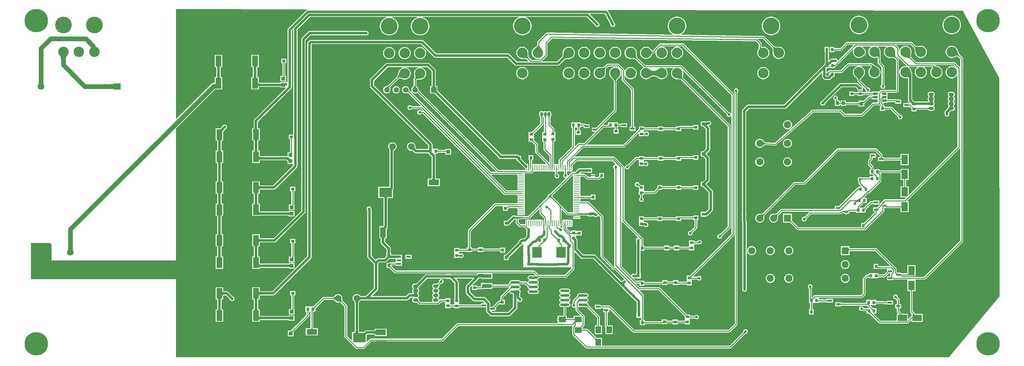
<source format=gtl>
G04*
G04 #@! TF.GenerationSoftware,Altium Limited,Altium Designer,22.3.1 (43)*
G04*
G04 Layer_Physical_Order=1*
G04 Layer_Color=255*
%FSLAX24Y24*%
%MOIN*%
G70*
G04*
G04 #@! TF.SameCoordinates,EB2419D6-8F1E-4273-BF56-69E21729E32B*
G04*
G04*
G04 #@! TF.FilePolarity,Positive*
G04*
G01*
G75*
%ADD14C,0.0100*%
%ADD20R,0.0984X0.1181*%
%ADD21R,0.0315X0.0354*%
%ADD22O,0.0098X0.0610*%
%ADD23O,0.0610X0.0098*%
%ADD24O,0.0571X0.0354*%
%ADD25R,0.1102X0.0591*%
%ADD26R,0.0453X0.0236*%
%ADD27R,0.0984X0.0669*%
%ADD28R,0.1378X0.0984*%
%ADD29R,0.0394X0.0394*%
%ADD30R,0.0591X0.1102*%
%ADD31R,0.0354X0.0276*%
%ADD32R,0.0354X0.0315*%
%ADD33R,0.0591X0.0748*%
%ADD34R,0.0748X0.0591*%
%ADD35R,0.0315X0.0354*%
%ADD36R,0.0354X0.0315*%
%ADD37R,0.0512X0.0276*%
%ADD38R,0.0276X0.0354*%
%ADD39R,0.0433X0.0433*%
%ADD40R,0.0354X0.0394*%
%ADD41R,0.0626X0.1118*%
%ADD42R,0.0669X0.0984*%
%ADD43O,0.0984X0.0276*%
%ADD44O,0.0315X0.0492*%
%ADD45R,0.0480X0.0244*%
%ADD46R,0.1024X0.0433*%
%ADD84C,0.0100*%
%ADD85C,0.0250*%
%ADD86C,0.0500*%
%ADD87C,0.0150*%
%ADD88R,0.0591X0.0591*%
%ADD89C,0.0591*%
%ADD90C,0.0768*%
%ADD91R,0.0768X0.0768*%
%ADD92R,0.0768X0.0768*%
%ADD93C,0.0709*%
%ADD94C,0.1110*%
%ADD95R,0.0709X0.0709*%
%ADD96C,0.0300*%
%ADD97C,0.0310*%
%ADD98C,0.1780*%
%ADD99C,0.2500*%
G36*
X20912Y49375D02*
X20889Y49343D01*
X20868Y49308D01*
X20850Y49269D01*
X20835Y49228D01*
X20822Y49183D01*
X20812Y49135D01*
X20806Y49084D01*
X20801Y49029D01*
X20800Y48972D01*
X20300D01*
X20299Y49029D01*
X20288Y49135D01*
X20278Y49183D01*
X20265Y49228D01*
X20250Y49269D01*
X20232Y49308D01*
X20211Y49343D01*
X20188Y49375D01*
X20161Y49404D01*
X20938D01*
X20912Y49375D01*
D02*
G37*
G36*
X41226Y48268D02*
X41205Y48260D01*
X41186Y48248D01*
X41170Y48230D01*
X41156Y48208D01*
X41145Y48180D01*
X41136Y48148D01*
X41130Y48110D01*
X41126Y48068D01*
X41125Y48020D01*
X40875D01*
X40874Y48068D01*
X40870Y48110D01*
X40864Y48148D01*
X40855Y48180D01*
X40844Y48208D01*
X40830Y48230D01*
X40814Y48248D01*
X40795Y48260D01*
X40774Y48268D01*
X40750Y48270D01*
X41250D01*
X41226Y48268D01*
D02*
G37*
G36*
X37329D02*
X37307Y48260D01*
X37289Y48248D01*
X37272Y48230D01*
X37259Y48208D01*
X37247Y48180D01*
X37239Y48148D01*
X37232Y48110D01*
X37229Y48068D01*
X37227Y48020D01*
X36977D01*
X36976Y48068D01*
X36972Y48110D01*
X36966Y48148D01*
X36957Y48180D01*
X36946Y48208D01*
X36932Y48230D01*
X36916Y48248D01*
X36897Y48260D01*
X36876Y48268D01*
X36852Y48270D01*
X37352D01*
X37329Y48268D01*
D02*
G37*
G36*
X41126Y47210D02*
X41130Y47167D01*
X41136Y47130D01*
X41145Y47097D01*
X41156Y47069D01*
X41170Y47047D01*
X41186Y47029D01*
X41205Y47017D01*
X41226Y47009D01*
X41250Y47007D01*
X40750D01*
X40774Y47009D01*
X40795Y47017D01*
X40814Y47029D01*
X40830Y47047D01*
X40844Y47069D01*
X40855Y47097D01*
X40864Y47130D01*
X40870Y47167D01*
X40874Y47210D01*
X40875Y47258D01*
X41125D01*
X41126Y47210D01*
D02*
G37*
G36*
X37229D02*
X37232Y47167D01*
X37239Y47130D01*
X37247Y47097D01*
X37259Y47069D01*
X37272Y47047D01*
X37289Y47029D01*
X37307Y47017D01*
X37329Y47009D01*
X37352Y47007D01*
X36852D01*
X36876Y47009D01*
X36897Y47017D01*
X36916Y47029D01*
X36932Y47047D01*
X36946Y47069D01*
X36957Y47097D01*
X36966Y47130D01*
X36972Y47167D01*
X36976Y47210D01*
X36977Y47258D01*
X37227D01*
X37229Y47210D01*
D02*
G37*
G36*
X43804Y46085D02*
X43802Y46098D01*
X43794Y46110D01*
X43782Y46121D01*
X43764Y46130D01*
X43742Y46138D01*
X43714Y46144D01*
X43682Y46149D01*
X43644Y46153D01*
X43554Y46156D01*
Y46406D01*
X43602Y46406D01*
X43682Y46412D01*
X43714Y46417D01*
X43742Y46423D01*
X43764Y46431D01*
X43782Y46440D01*
X43794Y46451D01*
X43802Y46463D01*
X43804Y46476D01*
Y46085D01*
D02*
G37*
G36*
X41313Y46507D02*
X41321Y46486D01*
X41333Y46467D01*
X41351Y46451D01*
X41373Y46437D01*
X41401Y46426D01*
X41434Y46417D01*
X41471Y46411D01*
X41514Y46407D01*
X41562Y46406D01*
Y46156D01*
X41514Y46154D01*
X41471Y46151D01*
X41434Y46144D01*
X41401Y46136D01*
X41373Y46124D01*
X41351Y46111D01*
X41333Y46094D01*
X41321Y46076D01*
X41313Y46054D01*
X41311Y46031D01*
Y46531D01*
X41313Y46507D01*
D02*
G37*
G36*
X25991Y45755D02*
X25986Y45775D01*
X25971Y45792D01*
X25946Y45808D01*
X25911Y45821D01*
X25866Y45832D01*
X25811Y45842D01*
X25746Y45849D01*
X25586Y45857D01*
X25491Y45858D01*
Y46358D01*
X25586Y46359D01*
X25811Y46375D01*
X25866Y46384D01*
X25911Y46395D01*
X25946Y46409D01*
X25971Y46424D01*
X25986Y46442D01*
X25991Y46461D01*
Y45755D01*
D02*
G37*
G36*
X41205Y41738D02*
X41208Y41695D01*
X41215Y41658D01*
X41223Y41625D01*
X41235Y41597D01*
X41248Y41575D01*
X41265Y41557D01*
X41283Y41545D01*
X41305Y41537D01*
X41328Y41535D01*
X40828D01*
X40852Y41537D01*
X40873Y41545D01*
X40892Y41557D01*
X40908Y41575D01*
X40922Y41597D01*
X40933Y41625D01*
X40942Y41658D01*
X40948Y41695D01*
X40952Y41738D01*
X40953Y41786D01*
X41203D01*
X41205Y41738D01*
D02*
G37*
G36*
X44958Y40614D02*
X44950Y40611D01*
X44942Y40605D01*
X44936Y40598D01*
X44930Y40589D01*
X44926Y40578D01*
X44922Y40565D01*
X44920Y40550D01*
X44918Y40533D01*
X44918Y40513D01*
X44818D01*
X44817Y40533D01*
X44816Y40550D01*
X44813Y40565D01*
X44810Y40578D01*
X44805Y40589D01*
X44800Y40598D01*
X44793Y40605D01*
X44786Y40611D01*
X44777Y40614D01*
X44768Y40615D01*
X44968D01*
X44958Y40614D01*
D02*
G37*
G36*
X41326Y40418D02*
X41305Y40410D01*
X41286Y40398D01*
X41270Y40380D01*
X41256Y40358D01*
X41245Y40330D01*
X41236Y40298D01*
X41230Y40260D01*
X41226Y40218D01*
X41225Y40170D01*
X40975D01*
X40974Y40218D01*
X40970Y40260D01*
X40964Y40298D01*
X40955Y40330D01*
X40944Y40358D01*
X40930Y40380D01*
X40914Y40398D01*
X40895Y40410D01*
X40874Y40418D01*
X40850Y40420D01*
X41350D01*
X41326Y40418D01*
D02*
G37*
G36*
X41226Y39360D02*
X41230Y39317D01*
X41236Y39280D01*
X41245Y39247D01*
X41256Y39219D01*
X41270Y39197D01*
X41286Y39179D01*
X41305Y39167D01*
X41326Y39159D01*
X41350Y39157D01*
X40850D01*
X40874Y39159D01*
X40895Y39167D01*
X40914Y39179D01*
X40930Y39197D01*
X40944Y39219D01*
X40955Y39247D01*
X40964Y39280D01*
X40970Y39317D01*
X40974Y39360D01*
X40975Y39408D01*
X41225D01*
X41226Y39360D01*
D02*
G37*
G36*
X44918Y39066D02*
X44920Y39034D01*
X44922Y39021D01*
X44925Y39010D01*
X44928Y39001D01*
X44931Y38994D01*
X44936Y38989D01*
X44940Y38986D01*
X44946Y38985D01*
X44768Y38984D01*
X44777Y38985D01*
X44786Y38988D01*
X44793Y38993D01*
X44800Y39000D01*
X44805Y39009D01*
X44810Y39020D01*
X44813Y39034D01*
X44816Y39049D01*
X44817Y39066D01*
X44818Y39085D01*
X44918D01*
X44918Y39066D01*
D02*
G37*
G36*
X45076Y52139D02*
X45076Y40982D01*
X44596D01*
Y40518D01*
X44721D01*
Y39081D01*
X44459D01*
Y38705D01*
X44420Y38674D01*
X41520D01*
X41510Y38678D01*
X41507Y38679D01*
Y39254D01*
X41329D01*
X41328Y39256D01*
X41324Y39266D01*
Y40311D01*
X41328Y40321D01*
X41330Y40324D01*
X41507D01*
Y41631D01*
X41308D01*
X41307Y41634D01*
X41302Y41644D01*
Y42336D01*
X44858Y45892D01*
X44907Y45964D01*
X44924Y46050D01*
Y52052D01*
X45030Y52158D01*
X45076Y52139D01*
D02*
G37*
G36*
X41413Y38676D02*
X41421Y38655D01*
X41433Y38636D01*
X41451Y38620D01*
X41473Y38606D01*
X41501Y38595D01*
X41534Y38586D01*
X41571Y38580D01*
X41614Y38576D01*
X41662Y38575D01*
Y38325D01*
X41614Y38324D01*
X41571Y38320D01*
X41534Y38314D01*
X41501Y38305D01*
X41473Y38294D01*
X41451Y38280D01*
X41433Y38264D01*
X41421Y38245D01*
X41413Y38224D01*
X41411Y38200D01*
Y38700D01*
X41413Y38676D01*
D02*
G37*
G36*
X44597Y38451D02*
X44704Y38357D01*
X44733Y38337D01*
X44758Y38322D01*
X44779Y38312D01*
X44798Y38308D01*
X44812Y38309D01*
X44823Y38316D01*
X44554Y38047D01*
X44561Y38058D01*
X44562Y38073D01*
X44558Y38091D01*
X44548Y38112D01*
X44533Y38137D01*
X44513Y38166D01*
X44487Y38198D01*
X44419Y38273D01*
X44378Y38316D01*
X44554Y38492D01*
X44597Y38451D01*
D02*
G37*
G36*
X41413Y35554D02*
X41421Y35533D01*
X41433Y35514D01*
X41451Y35498D01*
X41473Y35484D01*
X41501Y35473D01*
X41534Y35464D01*
X41571Y35458D01*
X41614Y35454D01*
X41662Y35453D01*
Y35203D01*
X41614Y35202D01*
X41571Y35198D01*
X41534Y35192D01*
X41501Y35183D01*
X41473Y35172D01*
X41451Y35158D01*
X41433Y35142D01*
X41421Y35123D01*
X41413Y35102D01*
X41411Y35078D01*
Y35578D01*
X41413Y35554D01*
D02*
G37*
G36*
X41326Y34768D02*
X41305Y34760D01*
X41286Y34748D01*
X41270Y34730D01*
X41256Y34708D01*
X41245Y34680D01*
X41236Y34648D01*
X41230Y34610D01*
X41226Y34568D01*
X41225Y34520D01*
X40975D01*
X40974Y34568D01*
X40970Y34610D01*
X40964Y34648D01*
X40955Y34680D01*
X40944Y34708D01*
X40930Y34730D01*
X40914Y34748D01*
X40895Y34760D01*
X40874Y34768D01*
X40850Y34770D01*
X41350D01*
X41326Y34768D01*
D02*
G37*
G36*
X41226Y33710D02*
X41230Y33667D01*
X41236Y33630D01*
X41245Y33597D01*
X41256Y33569D01*
X41270Y33547D01*
X41286Y33529D01*
X41305Y33517D01*
X41326Y33509D01*
X41350Y33507D01*
X40850D01*
X40874Y33509D01*
X40895Y33517D01*
X40914Y33529D01*
X40930Y33547D01*
X40944Y33569D01*
X40955Y33597D01*
X40964Y33630D01*
X40970Y33667D01*
X40974Y33710D01*
X40975Y33758D01*
X41225D01*
X41226Y33710D01*
D02*
G37*
G36*
X41413Y32770D02*
X41421Y32749D01*
X41433Y32730D01*
X41451Y32714D01*
X41474Y32700D01*
X41501Y32689D01*
X41534Y32680D01*
X41571Y32674D01*
X41614Y32670D01*
X41662Y32669D01*
Y32419D01*
X41614Y32419D01*
X41434Y32406D01*
X41422Y32402D01*
X41414Y32397D01*
X41412Y32392D01*
X41411Y32794D01*
X41413Y32770D01*
D02*
G37*
G36*
X44704Y32348D02*
X44702Y32362D01*
X44694Y32374D01*
X44682Y32384D01*
X44664Y32393D01*
X44642Y32401D01*
X44614Y32408D01*
X44582Y32413D01*
X44544Y32416D01*
X44454Y32419D01*
Y32669D01*
X44502Y32670D01*
X44582Y32675D01*
X44614Y32680D01*
X44642Y32687D01*
X44664Y32694D01*
X44682Y32703D01*
X44694Y32714D01*
X44702Y32726D01*
X44704Y32740D01*
Y32348D01*
D02*
G37*
G36*
X46531Y54330D02*
X46535Y54321D01*
X46540Y54280D01*
X46476Y54237D01*
X44542Y52303D01*
X44493Y52230D01*
X44476Y52145D01*
Y46594D01*
X44426Y46568D01*
X44356Y46597D01*
X44258D01*
X44198Y46572D01*
X43709D01*
Y46504D01*
X41420D01*
X41410Y46509D01*
X41407Y46510D01*
Y47104D01*
X41229D01*
X41228Y47106D01*
X41224Y47116D01*
Y48161D01*
X41228Y48171D01*
X41230Y48174D01*
X41407D01*
Y49482D01*
X40593D01*
Y48174D01*
X40770D01*
X40772Y48171D01*
X40776Y48161D01*
Y47116D01*
X40772Y47106D01*
X40771Y47104D01*
X40593D01*
Y45796D01*
X41407D01*
Y46051D01*
X41410Y46053D01*
X41420Y46057D01*
X43709D01*
Y45989D01*
X44252D01*
X44273Y45939D01*
X40920Y42587D01*
X40872Y42514D01*
X40855Y42428D01*
Y41694D01*
X40851Y41694D01*
X40779Y41645D01*
X40765Y41631D01*
X40693D01*
Y41541D01*
X40680Y41523D01*
X40663Y41437D01*
Y41296D01*
X40680Y41210D01*
X40693Y41192D01*
Y40324D01*
X40870D01*
X40872Y40321D01*
X40876Y40311D01*
Y39266D01*
X40872Y39256D01*
X40871Y39254D01*
X40693D01*
Y37946D01*
X41507D01*
Y38221D01*
X41510Y38222D01*
X41520Y38226D01*
X44327D01*
X44459Y38095D01*
Y37829D01*
X45041D01*
X45076Y37793D01*
Y37693D01*
X42935Y35552D01*
X41520D01*
X41510Y35556D01*
X41507Y35557D01*
Y35981D01*
X40693D01*
Y34674D01*
X40870D01*
X40872Y34671D01*
X40876Y34661D01*
Y33616D01*
X40872Y33606D01*
X40871Y33604D01*
X40693D01*
Y32296D01*
X41507D01*
Y32320D01*
X44609D01*
Y32253D01*
X45191D01*
Y32835D01*
X44609D01*
Y32768D01*
X41521D01*
X41510Y32772D01*
X41507Y32773D01*
Y33604D01*
X41329D01*
X41328Y33606D01*
X41324Y33616D01*
Y34661D01*
X41328Y34671D01*
X41330Y34674D01*
X41507D01*
Y35098D01*
X41510Y35100D01*
X41520Y35104D01*
X43028D01*
X43114Y35121D01*
X43186Y35170D01*
X45458Y37442D01*
X45507Y37514D01*
X45524Y37600D01*
X45524Y52187D01*
X46863Y53526D01*
X54978D01*
X54988Y53476D01*
X54834Y53412D01*
X54672Y53305D01*
X54535Y53168D01*
X54428Y53006D01*
X54353Y52827D01*
X54316Y52637D01*
Y52443D01*
X54353Y52253D01*
X54428Y52074D01*
X54535Y51912D01*
X54672Y51775D01*
X54834Y51668D01*
X55013Y51593D01*
X55203Y51556D01*
X55397D01*
X55587Y51593D01*
X55766Y51668D01*
X55928Y51775D01*
X56065Y51912D01*
X56172Y52074D01*
X56247Y52253D01*
X56284Y52443D01*
Y52637D01*
X56247Y52827D01*
X56172Y53006D01*
X56065Y53168D01*
X55928Y53305D01*
X55766Y53412D01*
X55612Y53476D01*
X55622Y53526D01*
X58278D01*
X58288Y53476D01*
X58134Y53412D01*
X57972Y53305D01*
X57835Y53168D01*
X57728Y53006D01*
X57653Y52827D01*
X57616Y52637D01*
Y52443D01*
X57653Y52253D01*
X57728Y52074D01*
X57835Y51912D01*
X57972Y51775D01*
X58134Y51668D01*
X58313Y51593D01*
X58503Y51556D01*
X58697D01*
X58887Y51593D01*
X59066Y51668D01*
X59228Y51775D01*
X59365Y51912D01*
X59472Y52074D01*
X59547Y52253D01*
X59584Y52443D01*
Y52637D01*
X59547Y52827D01*
X59472Y53006D01*
X59365Y53168D01*
X59228Y53305D01*
X59066Y53412D01*
X58912Y53476D01*
X58922Y53526D01*
X69105D01*
X69115Y53476D01*
X69034Y53442D01*
X68872Y53335D01*
X68735Y53198D01*
X68628Y53036D01*
X68553Y52857D01*
X68516Y52667D01*
Y52473D01*
X68553Y52283D01*
X68628Y52104D01*
X68735Y51942D01*
X68872Y51805D01*
X69034Y51698D01*
X69213Y51623D01*
X69403Y51586D01*
X69597D01*
X69787Y51623D01*
X69966Y51698D01*
X70128Y51805D01*
X70265Y51942D01*
X70372Y52104D01*
X70447Y52283D01*
X70484Y52473D01*
Y52667D01*
X70447Y52857D01*
X70372Y53036D01*
X70265Y53198D01*
X70128Y53335D01*
X69966Y53442D01*
X69885Y53476D01*
X69895Y53526D01*
X76364D01*
X77272Y52618D01*
X77293Y52568D01*
X77361Y52500D01*
X77451Y52462D01*
X77549D01*
X77638Y52500D01*
X77707Y52568D01*
X77744Y52658D01*
Y52756D01*
X77707Y52845D01*
X77638Y52914D01*
X77589Y52935D01*
X76715Y53809D01*
X76734Y53855D01*
X78297D01*
X78344Y53808D01*
X78906Y52695D01*
Y52658D01*
X78943Y52568D01*
X79012Y52500D01*
X79101Y52462D01*
X79199D01*
X79288Y52500D01*
X79357Y52568D01*
X79394Y52658D01*
Y52756D01*
X79357Y52845D01*
X79304Y52899D01*
X78727Y54042D01*
X78705Y54070D01*
X78685Y54100D01*
X78565Y54220D01*
X78585Y54270D01*
X116450Y54200D01*
X120350Y47000D01*
X120400Y23714D01*
X115000Y17200D01*
X32550D01*
Y25550D01*
X17100D01*
Y29300D01*
X17071Y29357D01*
X17098Y29400D01*
X19150D01*
X19300Y29250D01*
Y27550D01*
X32550D01*
Y41609D01*
X36735Y45793D01*
X37039D01*
X37062Y45796D01*
X37510D01*
Y47104D01*
X37332D01*
X37331Y47106D01*
X37326Y47116D01*
Y48161D01*
X37330Y48171D01*
X37332Y48174D01*
X37510D01*
Y49482D01*
X36695D01*
Y48174D01*
X36872D01*
X36874Y48171D01*
X36879Y48161D01*
Y47116D01*
X36874Y47106D01*
X36873Y47104D01*
X36695D01*
Y46488D01*
X36591D01*
X36501Y46477D01*
X36417Y46442D01*
X36345Y46387D01*
X32596Y42638D01*
X32550Y42657D01*
Y54320D01*
X32585Y54356D01*
X46531Y54330D01*
D02*
G37*
%LPC*%
G36*
X105497Y53654D02*
X105303D01*
X105113Y53617D01*
X104934Y53542D01*
X104772Y53435D01*
X104635Y53298D01*
X104528Y53136D01*
X104453Y52957D01*
X104416Y52767D01*
Y52573D01*
X104453Y52383D01*
X104528Y52204D01*
X104635Y52042D01*
X104772Y51905D01*
X104934Y51798D01*
X105113Y51723D01*
X105303Y51686D01*
X105497D01*
X105687Y51723D01*
X105866Y51798D01*
X106028Y51905D01*
X106165Y52042D01*
X106272Y52204D01*
X106347Y52383D01*
X106384Y52573D01*
Y52767D01*
X106347Y52957D01*
X106272Y53136D01*
X106165Y53298D01*
X106028Y53435D01*
X105866Y53542D01*
X105687Y53617D01*
X105497Y53654D01*
D02*
G37*
G36*
X115396Y53654D02*
X115202D01*
X115012Y53616D01*
X114832Y53542D01*
X114671Y53435D01*
X114534Y53297D01*
X114426Y53136D01*
X114352Y52957D01*
X114314Y52767D01*
Y52573D01*
X114352Y52383D01*
X114426Y52203D01*
X114534Y52042D01*
X114671Y51905D01*
X114832Y51797D01*
X115012Y51723D01*
X115202Y51685D01*
X115396D01*
X115586Y51723D01*
X115765Y51797D01*
X115926Y51905D01*
X116064Y52042D01*
X116171Y52203D01*
X116245Y52383D01*
X116283Y52573D01*
Y52767D01*
X116245Y52957D01*
X116171Y53136D01*
X116064Y53297D01*
X115926Y53435D01*
X115765Y53542D01*
X115586Y53616D01*
X115396Y53654D01*
D02*
G37*
G36*
X86097Y53555D02*
X85903D01*
X85713Y53517D01*
X85534Y53442D01*
X85372Y53335D01*
X85235Y53198D01*
X85128Y53036D01*
X85053Y52857D01*
X85016Y52667D01*
Y52473D01*
X85053Y52283D01*
X85128Y52104D01*
X85235Y51942D01*
X85372Y51805D01*
X85534Y51698D01*
X85534Y51697D01*
X85524Y51648D01*
X72110Y51855D01*
X72109Y51855D01*
X72108Y51855D01*
X72081Y51850D01*
X72054Y51845D01*
X72053Y51844D01*
X72052Y51844D01*
X72029Y51829D01*
X72005Y51814D01*
X72005Y51813D01*
X72004Y51812D01*
X71140Y50949D01*
X71109Y50901D01*
X71097Y50845D01*
Y50523D01*
X71091Y50509D01*
X71071Y50476D01*
X71043Y50440D01*
X71007Y50401D01*
X70965Y50360D01*
X70882Y50292D01*
X70842Y50276D01*
X70736Y50204D01*
X70646Y50114D01*
X70574Y50008D01*
X70525Y49889D01*
X70501Y49764D01*
Y49636D01*
X70525Y49511D01*
X70574Y49392D01*
X70646Y49286D01*
X70736Y49196D01*
X70842Y49124D01*
X70961Y49075D01*
X71086Y49051D01*
X71214D01*
X71339Y49075D01*
X71351Y49080D01*
X71380Y49038D01*
X71289Y48947D01*
X70461D01*
X70187Y49222D01*
X70181Y49235D01*
X70169Y49276D01*
X70158Y49326D01*
X70150Y49382D01*
X70137Y49575D01*
X70149Y49636D01*
Y49764D01*
X70125Y49889D01*
X70076Y50008D01*
X70004Y50114D01*
X69914Y50204D01*
X69808Y50276D01*
X69689Y50325D01*
X69564Y50349D01*
X69436D01*
X69311Y50325D01*
X69192Y50276D01*
X69086Y50204D01*
X68996Y50114D01*
X68924Y50008D01*
X68875Y49889D01*
X68851Y49764D01*
Y49636D01*
X68875Y49511D01*
X68924Y49392D01*
X68996Y49286D01*
X69086Y49196D01*
X69192Y49124D01*
X69311Y49075D01*
X69436Y49051D01*
X69564D01*
X69626Y49063D01*
X69677Y49062D01*
X69817Y49050D01*
X69874Y49042D01*
X69924Y49031D01*
X69965Y49019D01*
X69978Y49013D01*
X70175Y48816D01*
X70156Y48770D01*
X68920D01*
X68127Y49563D01*
X68054Y49612D01*
X67969Y49629D01*
X60340D01*
X58961Y51008D01*
X58889Y51057D01*
X58803Y51074D01*
X46946D01*
X46861Y51057D01*
X46788Y51008D01*
X46642Y50862D01*
X46593Y50789D01*
X46576Y50704D01*
Y27993D01*
X45228Y26645D01*
X45191Y26679D01*
X45191Y26725D01*
Y27259D01*
X44609D01*
Y27191D01*
X41521D01*
X41510Y27196D01*
X41507Y27197D01*
Y27954D01*
X41329D01*
X41328Y27956D01*
X41324Y27966D01*
Y29011D01*
X41328Y29021D01*
X41330Y29024D01*
X41507D01*
Y29448D01*
X41510Y29450D01*
X41520Y29454D01*
X43078D01*
X43164Y29471D01*
X43236Y29520D01*
X46308Y32592D01*
X46357Y32664D01*
X46374Y32750D01*
Y51035D01*
X46915Y51576D01*
X52751D01*
X52801Y51556D01*
X52899D01*
X52988Y51593D01*
X53057Y51662D01*
X53094Y51751D01*
Y51849D01*
X53057Y51938D01*
X52988Y52007D01*
X52899Y52044D01*
X52801D01*
X52751Y52024D01*
X46823D01*
X46737Y52007D01*
X46664Y51958D01*
X45992Y51286D01*
X45943Y51213D01*
X45926Y51127D01*
Y32843D01*
X42985Y29902D01*
X41520D01*
X41510Y29906D01*
X41507Y29907D01*
Y30331D01*
X40693D01*
Y29024D01*
X40870D01*
X40872Y29021D01*
X40876Y29011D01*
Y27966D01*
X40872Y27956D01*
X40871Y27954D01*
X40693D01*
Y26646D01*
X41507D01*
Y26744D01*
X44609D01*
Y26676D01*
X45141D01*
X45189Y26676D01*
X45223Y26639D01*
X42835Y24252D01*
X41520D01*
X41510Y24256D01*
X41507Y24257D01*
Y24681D01*
X40693D01*
Y23374D01*
X40870D01*
X40872Y23371D01*
X40876Y23361D01*
Y22316D01*
X40872Y22306D01*
X40871Y22304D01*
X40693D01*
Y20996D01*
X41507D01*
Y21162D01*
X41510Y21163D01*
X41520Y21168D01*
X44609D01*
Y21100D01*
X45191D01*
Y21683D01*
X44609D01*
Y21615D01*
X41520D01*
X41510Y21620D01*
X41507Y21621D01*
Y22304D01*
X41329D01*
X41328Y22306D01*
X41324Y22316D01*
Y23361D01*
X41328Y23371D01*
X41330Y23374D01*
X41507D01*
Y23798D01*
X41510Y23800D01*
X41520Y23804D01*
X42928D01*
X43014Y23821D01*
X43086Y23870D01*
X46958Y27742D01*
X47007Y27814D01*
X47024Y27900D01*
Y50611D01*
X47039Y50626D01*
X58710D01*
X60089Y49247D01*
X60162Y49198D01*
X60248Y49181D01*
X67876D01*
X68669Y48388D01*
X68742Y48340D01*
X68828Y48322D01*
X73296D01*
X73382Y48340D01*
X73454Y48388D01*
X74065Y48999D01*
X74068Y49000D01*
X74107Y49017D01*
X74151Y49032D01*
X74200Y49044D01*
X74253Y49053D01*
X74336Y49060D01*
X74386Y49051D01*
X74514D01*
X74639Y49075D01*
X74758Y49124D01*
X74864Y49196D01*
X74954Y49286D01*
X75026Y49392D01*
X75075Y49511D01*
X75099Y49636D01*
Y49764D01*
X75075Y49889D01*
X75026Y50008D01*
X74954Y50114D01*
X74864Y50204D01*
X74758Y50276D01*
X74639Y50325D01*
X74514Y50349D01*
X74386D01*
X74261Y50325D01*
X74142Y50276D01*
X74036Y50204D01*
X73946Y50114D01*
X73874Y50008D01*
X73825Y49889D01*
X73801Y49764D01*
Y49636D01*
X73811Y49582D01*
X73810Y49562D01*
X73803Y49504D01*
X73794Y49450D01*
X73782Y49401D01*
X73767Y49357D01*
X73750Y49318D01*
X73749Y49315D01*
X73204Y48770D01*
X71594D01*
X71575Y48816D01*
X72129Y49371D01*
X72161Y49418D01*
X72172Y49475D01*
Y50711D01*
X72674Y51213D01*
X94391Y50951D01*
X94703Y50639D01*
Y50264D01*
X94714Y50207D01*
X94744Y50162D01*
X94696Y50114D01*
X94624Y50008D01*
X94575Y49889D01*
X94551Y49764D01*
Y49636D01*
X94575Y49511D01*
X94624Y49392D01*
X94696Y49286D01*
X94786Y49196D01*
X94892Y49124D01*
X95011Y49075D01*
X95136Y49051D01*
X95264D01*
X95389Y49075D01*
X95508Y49124D01*
X95614Y49196D01*
X95704Y49286D01*
X95776Y49392D01*
X95825Y49511D01*
X95849Y49636D01*
Y49764D01*
X95825Y49889D01*
X95776Y50008D01*
X95704Y50114D01*
X95614Y50204D01*
X95508Y50276D01*
X95389Y50325D01*
X95264Y50349D01*
X95136D01*
X95047Y50332D01*
X94997Y50371D01*
Y50700D01*
X94986Y50756D01*
X94954Y50804D01*
X94592Y51166D01*
X94613Y51216D01*
X95132Y51210D01*
X95753Y50589D01*
X95753Y50589D01*
X96163Y50178D01*
X96169Y50165D01*
X96181Y50124D01*
X96192Y50074D01*
X96200Y50018D01*
X96213Y49825D01*
X96201Y49764D01*
Y49636D01*
X96225Y49511D01*
X96274Y49392D01*
X96346Y49286D01*
X96436Y49196D01*
X96542Y49124D01*
X96661Y49075D01*
X96786Y49051D01*
X96914D01*
X97039Y49075D01*
X97158Y49124D01*
X97264Y49196D01*
X97354Y49286D01*
X97426Y49392D01*
X97475Y49511D01*
X97499Y49636D01*
Y49764D01*
X97475Y49889D01*
X97426Y50008D01*
X97354Y50114D01*
X97264Y50204D01*
X97158Y50276D01*
X97039Y50325D01*
X96914Y50349D01*
X96786D01*
X96724Y50337D01*
X96673Y50338D01*
X96533Y50350D01*
X96476Y50358D01*
X96426Y50369D01*
X96385Y50381D01*
X96372Y50387D01*
X95961Y50797D01*
X95961Y50797D01*
X95298Y51460D01*
X95275Y51476D01*
X95252Y51492D01*
X95251Y51492D01*
X95250Y51492D01*
X95223Y51498D01*
X95196Y51503D01*
X94050Y51517D01*
X94000Y51519D01*
X94000Y51519D01*
X93998Y51518D01*
X86442Y51634D01*
X86432Y51683D01*
X86466Y51698D01*
X86628Y51805D01*
X86765Y51942D01*
X86872Y52104D01*
X86947Y52283D01*
X86985Y52473D01*
Y52667D01*
X86947Y52857D01*
X86872Y53036D01*
X86765Y53198D01*
X86628Y53335D01*
X86466Y53442D01*
X86287Y53517D01*
X86097Y53555D01*
D02*
G37*
G36*
X96122Y53554D02*
X95928D01*
X95738Y53517D01*
X95559Y53442D01*
X95397Y53335D01*
X95260Y53198D01*
X95153Y53036D01*
X95078Y52857D01*
X95041Y52667D01*
Y52473D01*
X95078Y52283D01*
X95153Y52104D01*
X95260Y51942D01*
X95397Y51805D01*
X95559Y51698D01*
X95738Y51623D01*
X95928Y51586D01*
X96122D01*
X96312Y51623D01*
X96491Y51698D01*
X96653Y51805D01*
X96790Y51942D01*
X96897Y52104D01*
X96972Y52283D01*
X97009Y52473D01*
Y52667D01*
X96972Y52857D01*
X96897Y53036D01*
X96790Y53198D01*
X96653Y53335D01*
X96491Y53442D01*
X96312Y53517D01*
X96122Y53554D01*
D02*
G37*
G36*
X110993Y50854D02*
X104107D01*
X104051Y50843D01*
X104003Y50811D01*
X103389Y50197D01*
X102758D01*
Y50322D01*
X102293D01*
Y49778D01*
X102758D01*
Y49903D01*
X103450D01*
X103506Y49914D01*
X103554Y49946D01*
X103554D01*
X103554Y49946D01*
X104168Y50560D01*
X104786D01*
X104805Y50513D01*
X103191Y48899D01*
X103137Y48916D01*
X103107Y48988D01*
X103039Y49057D01*
X102949Y49094D01*
X102851D01*
X102778Y49064D01*
X102491D01*
X102405Y49047D01*
X102333Y48999D01*
X102244Y48911D01*
X102198Y48930D01*
Y49778D01*
X102207D01*
Y50322D01*
X101742D01*
Y49778D01*
X101751D01*
Y48497D01*
X101690Y48456D01*
X97407Y44174D01*
X93600D01*
X93514Y44157D01*
X93442Y44108D01*
X92992Y43658D01*
X92943Y43586D01*
X92926Y43500D01*
Y32545D01*
X92906Y32495D01*
Y32398D01*
X92926Y32348D01*
Y31733D01*
X92943Y31648D01*
X92976Y31598D01*
Y24549D01*
X92956Y24499D01*
Y24401D01*
X92993Y24312D01*
X93062Y24243D01*
X93151Y24206D01*
X93249D01*
X93338Y24243D01*
X93407Y24312D01*
X93444Y24401D01*
Y24499D01*
X93424Y24549D01*
Y31683D01*
X93407Y31769D01*
X93374Y31818D01*
Y32348D01*
X93394Y32398D01*
Y32495D01*
X93374Y32545D01*
Y43407D01*
X93693Y43726D01*
X97500D01*
X97586Y43743D01*
X97658Y43792D01*
X101433Y47566D01*
X101479Y47547D01*
Y47147D01*
X101496Y47061D01*
X101544Y46988D01*
X101652Y46881D01*
X101725Y46832D01*
X101810Y46815D01*
X102238D01*
X102324Y46832D01*
X102397Y46881D01*
X102505Y46988D01*
X102553Y47061D01*
X102561Y47099D01*
X102590Y47128D01*
X102808D01*
Y47553D01*
X103518D01*
X103574Y47564D01*
X103622Y47596D01*
X104329Y48303D01*
X105199D01*
X105211Y48255D01*
X105092Y48206D01*
X104986Y48134D01*
X104896Y48044D01*
X104824Y47938D01*
X104775Y47819D01*
X104751Y47694D01*
Y47566D01*
X104775Y47441D01*
X104824Y47322D01*
X104896Y47216D01*
X104986Y47126D01*
X105039Y47090D01*
X105074Y47054D01*
X105165Y46946D01*
X105199Y46900D01*
X105227Y46857D01*
X105247Y46820D01*
X105253Y46806D01*
Y46700D01*
X105264Y46644D01*
X105296Y46596D01*
X105714Y46178D01*
X105694Y46132D01*
X105608D01*
X105588Y46139D01*
X105559Y46152D01*
X105532Y46167D01*
X105291Y46408D01*
X105218Y46457D01*
X105133Y46474D01*
X103450D01*
X103364Y46457D01*
X103292Y46408D01*
X101451Y44568D01*
X101424Y44526D01*
X101382Y44499D01*
X101342Y44458D01*
X101293Y44386D01*
X101276Y44300D01*
X101293Y44214D01*
X101342Y44142D01*
X101414Y44093D01*
X101500Y44076D01*
X101586Y44093D01*
X101604Y44106D01*
X101649D01*
X101738Y44143D01*
X101807Y44212D01*
X101844Y44301D01*
Y44328D01*
X103543Y46026D01*
X105040D01*
X105242Y45825D01*
X105248Y45814D01*
X105251Y45808D01*
Y45667D01*
X105794D01*
Y46032D01*
X105840Y46051D01*
X106106Y45786D01*
Y45701D01*
X106143Y45612D01*
X106209Y45546D01*
X106208Y45532D01*
X106195Y45496D01*
X105794D01*
Y45581D01*
X105251D01*
Y45496D01*
X104894D01*
Y45581D01*
X104351D01*
Y45116D01*
X104894D01*
Y45201D01*
X105251D01*
Y45116D01*
X105794D01*
Y45201D01*
X106800D01*
Y45121D01*
X106488D01*
X106432Y45110D01*
X106384Y45078D01*
X105898Y44592D01*
X105839D01*
X105825Y44589D01*
X105361D01*
Y44426D01*
X104009D01*
Y44615D01*
X103466D01*
Y44471D01*
X103379D01*
Y44615D01*
X103128D01*
Y44766D01*
X103122Y44796D01*
X103144Y44851D01*
Y44949D01*
X103107Y45038D01*
X103038Y45107D01*
X102949Y45144D01*
X102851D01*
X102762Y45107D01*
X102693Y45038D01*
X102656Y44949D01*
Y44851D01*
X102693Y44762D01*
X102762Y44693D01*
X102833Y44663D01*
Y44451D01*
X102836Y44437D01*
Y44033D01*
X103379D01*
Y44177D01*
X103466D01*
Y44033D01*
X104009D01*
Y44131D01*
X105361D01*
Y43967D01*
X105983D01*
Y44302D01*
X106016Y44309D01*
X106063Y44341D01*
X106549Y44827D01*
X106800D01*
Y44742D01*
X107404D01*
Y44392D01*
X106935D01*
X106878Y44381D01*
X106830Y44349D01*
X105679Y43197D01*
X105350D01*
X105342Y43196D01*
X105335Y43197D01*
X103914D01*
X103520Y43591D01*
X103473Y43623D01*
X103416Y43634D01*
X102488D01*
X102449Y43642D01*
X102181D01*
X102142Y43634D01*
X100516D01*
X100504Y43632D01*
X100492Y43632D01*
X100476Y43626D01*
X100459Y43623D01*
X100449Y43617D01*
X100438Y43612D01*
X100398Y43587D01*
X100389Y43579D01*
X100378Y43572D01*
X96431Y40087D01*
X95385Y40152D01*
X95369Y40162D01*
X95342Y40180D01*
X95315Y40202D01*
X95241Y40273D01*
X95206Y40333D01*
X95117Y40423D01*
X95008Y40486D01*
X94887Y40518D01*
X94761D01*
X94639Y40486D01*
X94530Y40423D01*
X94441Y40333D01*
X94378Y40224D01*
X94345Y40103D01*
Y39977D01*
X94378Y39855D01*
X94441Y39746D01*
X94530Y39657D01*
X94639Y39594D01*
X94761Y39561D01*
X94887D01*
X95008Y39594D01*
X95117Y39657D01*
X95206Y39746D01*
X95216Y39763D01*
X95255Y39794D01*
X95289Y39817D01*
X95321Y39836D01*
X95350Y39851D01*
X95367Y39858D01*
X96432Y39792D01*
X96432Y39792D01*
X96432Y39792D01*
X96435Y39792D01*
X96440Y39793D01*
X96444Y39792D01*
X96485D01*
X96509Y39796D01*
X96533Y39800D01*
X96537Y39802D01*
X96541Y39803D01*
X96562Y39816D01*
X96583Y39829D01*
X100559Y43340D01*
X102174D01*
X102213Y43348D01*
X102418D01*
X102457Y43340D01*
X103355D01*
X103749Y42946D01*
X103797Y42914D01*
X103853Y42903D01*
X105335D01*
X105342Y42904D01*
X105350Y42903D01*
X105740D01*
X105796Y42914D01*
X105844Y42946D01*
X106996Y44097D01*
X107551D01*
X107608Y44108D01*
X107655Y44140D01*
X107669Y44160D01*
X107729Y44173D01*
X107751Y44156D01*
Y44046D01*
X107646D01*
Y43502D01*
X108150D01*
Y43627D01*
X108815D01*
X109556Y42886D01*
Y42801D01*
X109593Y42712D01*
X109662Y42643D01*
X109751Y42606D01*
X109849D01*
X109938Y42643D01*
X110007Y42712D01*
X110044Y42801D01*
Y42899D01*
X110007Y42988D01*
X109938Y43057D01*
X109849Y43094D01*
X109764D01*
X108980Y43878D01*
X108932Y43910D01*
X108876Y43921D01*
X108150D01*
Y44046D01*
X108045D01*
Y44249D01*
X108034Y44305D01*
X108026Y44318D01*
X108053Y44368D01*
X108445D01*
Y44453D01*
X109259D01*
Y44285D01*
X109900D01*
Y44711D01*
X109464D01*
X109426Y44736D01*
X109369Y44747D01*
X108445D01*
Y45116D01*
Y45448D01*
X109441D01*
X109498Y45459D01*
X109546Y45491D01*
X109604Y45549D01*
X109636Y45597D01*
X109647Y45653D01*
Y49000D01*
X109636Y49056D01*
X109604Y49104D01*
X109405Y49304D01*
X109404Y49317D01*
X109454Y49337D01*
X109454Y49337D01*
X110476Y48316D01*
X110452Y48272D01*
X110414Y48279D01*
X110286D01*
X110161Y48255D01*
X110042Y48206D01*
X109936Y48134D01*
X109846Y48044D01*
X109774Y47938D01*
X109725Y47819D01*
X109701Y47694D01*
Y47566D01*
X109725Y47441D01*
X109774Y47322D01*
X109846Y47216D01*
X109936Y47126D01*
X110042Y47054D01*
X110161Y47005D01*
X110286Y46981D01*
X110414D01*
X110539Y47005D01*
X110577Y47021D01*
X110578Y47021D01*
X110626Y46987D01*
Y44634D01*
Y44573D01*
X110643Y44487D01*
X110692Y44414D01*
X110733Y44387D01*
X110718Y44337D01*
X110144D01*
Y43911D01*
X110786D01*
Y43911D01*
X110819Y43925D01*
X110989Y43755D01*
Y43440D01*
X111532D01*
Y43620D01*
X112762D01*
X112798Y43574D01*
X112854Y43530D01*
X112920Y43503D01*
X112991Y43494D01*
X113208D01*
X113279Y43503D01*
X113345Y43530D01*
X113402Y43574D01*
X113445Y43631D01*
X113473Y43697D01*
X113482Y43768D01*
X113473Y43839D01*
X113445Y43905D01*
X113402Y43961D01*
X113367Y43988D01*
X113367Y43989D01*
Y44046D01*
X113367Y44048D01*
X113402Y44074D01*
X113445Y44131D01*
X113473Y44197D01*
X113482Y44268D01*
X113473Y44339D01*
X113445Y44405D01*
X113402Y44461D01*
X113367Y44488D01*
X113367Y44489D01*
Y44546D01*
X113367Y44548D01*
X113402Y44574D01*
X113445Y44631D01*
X113473Y44697D01*
X113482Y44768D01*
X113473Y44839D01*
X113445Y44905D01*
X113402Y44961D01*
X113367Y44988D01*
X113367Y44989D01*
Y45046D01*
X113367Y45048D01*
X113402Y45074D01*
X113445Y45131D01*
X113473Y45197D01*
X113482Y45268D01*
X113473Y45339D01*
X113445Y45405D01*
X113402Y45461D01*
X113345Y45505D01*
X113279Y45532D01*
X113208Y45542D01*
X112991D01*
X112920Y45532D01*
X112854Y45505D01*
X112798Y45461D01*
X112754Y45405D01*
X112727Y45339D01*
X112717Y45268D01*
X112727Y45197D01*
X112754Y45131D01*
X112798Y45074D01*
X112832Y45048D01*
X112833Y45046D01*
Y44989D01*
X112832Y44988D01*
X112798Y44961D01*
X112754Y44905D01*
X112727Y44839D01*
X112717Y44768D01*
X112727Y44697D01*
X112754Y44631D01*
X112798Y44574D01*
X112800Y44572D01*
X112808Y44506D01*
X112797Y44492D01*
X111532D01*
Y44495D01*
X111347D01*
X111326Y44502D01*
X111297Y44515D01*
X111271Y44530D01*
X111074Y44727D01*
Y47480D01*
X111057Y47566D01*
X111008Y47638D01*
X110999Y47644D01*
Y47694D01*
X110975Y47819D01*
X110926Y47938D01*
X110854Y48044D01*
X110764Y48134D01*
X110734Y48155D01*
X110748Y48203D01*
X111602D01*
X111616Y48155D01*
X111586Y48134D01*
X111496Y48044D01*
X111424Y47938D01*
X111375Y47819D01*
X111351Y47694D01*
Y47566D01*
X111375Y47441D01*
X111424Y47322D01*
X111496Y47216D01*
X111586Y47126D01*
X111692Y47054D01*
X111811Y47005D01*
X111936Y46981D01*
X112064D01*
X112189Y47005D01*
X112308Y47054D01*
X112414Y47126D01*
X112504Y47216D01*
X112576Y47322D01*
X112625Y47441D01*
X112649Y47566D01*
Y47694D01*
X112625Y47819D01*
X112576Y47938D01*
X112504Y48044D01*
X112414Y48134D01*
X112384Y48155D01*
X112398Y48203D01*
X113172D01*
X113191Y48190D01*
X113214Y48153D01*
X113213Y48146D01*
X113203Y48117D01*
X113189Y48088D01*
X113146Y48044D01*
X113074Y47938D01*
X113025Y47819D01*
X113001Y47694D01*
Y47566D01*
X113025Y47441D01*
X113074Y47322D01*
X113146Y47216D01*
X113236Y47126D01*
X113342Y47054D01*
X113461Y47005D01*
X113586Y46981D01*
X113714D01*
X113839Y47005D01*
X113958Y47054D01*
X114064Y47126D01*
X114154Y47216D01*
X114226Y47322D01*
X114245Y47370D01*
X114254Y47376D01*
X114286Y47424D01*
X114297Y47480D01*
X114290Y47518D01*
X114299Y47566D01*
Y47694D01*
X114275Y47819D01*
X114226Y47938D01*
X114154Y48044D01*
X114064Y48134D01*
X113958Y48206D01*
X113839Y48255D01*
X113714Y48279D01*
X113709D01*
X113630Y48306D01*
X113576Y48327D01*
X113519Y48353D01*
X113530Y48403D01*
X115489D01*
X115665Y48227D01*
X115633Y48188D01*
X115607Y48206D01*
X115488Y48255D01*
X115363Y48279D01*
X115235D01*
X115110Y48255D01*
X114991Y48206D01*
X114885Y48134D01*
X114795Y48044D01*
X114723Y47938D01*
X114674Y47819D01*
X114649Y47694D01*
Y47566D01*
X114674Y47441D01*
X114723Y47322D01*
X114795Y47216D01*
X114885Y47126D01*
X114991Y47054D01*
X115110Y47005D01*
X115235Y46981D01*
X115363D01*
X115488Y47005D01*
X115607Y47054D01*
X115713Y47126D01*
X115803Y47216D01*
X115853Y47290D01*
X115903Y47274D01*
Y39711D01*
X110750Y34558D01*
X110704Y34577D01*
Y35442D01*
X110422D01*
Y36144D01*
X110704D01*
Y37317D01*
X109845D01*
Y37153D01*
X107602D01*
Y37277D01*
X107098D01*
Y37277D01*
X107051D01*
Y37277D01*
X107048Y37277D01*
X106946D01*
Y37500D01*
X106935Y37557D01*
X106903Y37605D01*
X106652Y37855D01*
Y38101D01*
X106809Y38258D01*
X106841Y38305D01*
X106852Y38362D01*
Y38517D01*
X107202D01*
Y38942D01*
X106561D01*
Y38676D01*
X106558Y38661D01*
Y38423D01*
X106401Y38266D01*
X106369Y38218D01*
X106358Y38162D01*
Y37794D01*
X106369Y37738D01*
X106401Y37690D01*
X106651Y37439D01*
Y37277D01*
X106547D01*
Y36734D01*
X106842D01*
X107003Y36573D01*
X106984Y36527D01*
X106547D01*
Y36403D01*
X105643D01*
X105638Y36407D01*
X105549Y36444D01*
X105451D01*
X105362Y36407D01*
X105293Y36338D01*
X105256Y36249D01*
Y36151D01*
X105293Y36062D01*
X105353Y36002D01*
Y35795D01*
X105364Y35739D01*
X105396Y35691D01*
X105619Y35468D01*
X105600Y35422D01*
X105322D01*
Y35297D01*
X105267D01*
X105211Y35286D01*
X105163Y35254D01*
X103245Y33337D01*
X102836D01*
Y33044D01*
X97149D01*
X97093Y33033D01*
X97045Y33001D01*
X96587Y32543D01*
X96570Y32537D01*
X96538Y32529D01*
X96503Y32523D01*
X96403Y32515D01*
X96363Y32526D01*
X96237D01*
X96115Y32493D01*
X96006Y32430D01*
X95917Y32341D01*
X95854Y32232D01*
X95822Y32111D01*
Y31985D01*
X95854Y31863D01*
X95917Y31754D01*
X96006Y31665D01*
X96115Y31602D01*
X96237Y31569D01*
X96363D01*
X96485Y31602D01*
X96594Y31665D01*
X96683Y31754D01*
X96746Y31863D01*
X96778Y31985D01*
Y32111D01*
X96767Y32153D01*
X96770Y32208D01*
X96775Y32249D01*
X96782Y32286D01*
X96790Y32317D01*
X96795Y32335D01*
X97210Y32750D01*
X100072D01*
X100084Y32730D01*
X100091Y32700D01*
X99586Y32194D01*
X99501D01*
X99412Y32157D01*
X99343Y32088D01*
X99306Y31999D01*
Y31901D01*
X99343Y31812D01*
X99412Y31743D01*
X99501Y31706D01*
X99599D01*
X99688Y31743D01*
X99757Y31812D01*
X99794Y31901D01*
Y31986D01*
X100264Y32456D01*
X103388D01*
X103444Y32467D01*
X103492Y32499D01*
X103596Y32603D01*
X103722D01*
Y32537D01*
X103912D01*
X103913Y32531D01*
X103916Y32517D01*
X103919Y32502D01*
X103919Y32501D01*
X103920Y32500D01*
X103928Y32488D01*
X103936Y32476D01*
X103937Y32476D01*
X103938Y32475D01*
X103950Y32467D01*
X103962Y32459D01*
X103963Y32459D01*
X103964Y32458D01*
X103979Y32456D01*
X103993Y32453D01*
X104093D01*
X104107Y32456D01*
X104122Y32458D01*
X104123Y32459D01*
X104124Y32459D01*
X104136Y32467D01*
X104148Y32475D01*
X104149Y32476D01*
X104150Y32476D01*
X104158Y32489D01*
X104166Y32500D01*
X104166Y32501D01*
X104167Y32502D01*
X104170Y32517D01*
X104173Y32531D01*
X104173Y32537D01*
X104364D01*
Y32753D01*
X105072D01*
Y32628D01*
X105574D01*
X105576Y32628D01*
X105624D01*
X105626Y32628D01*
X106128D01*
Y32963D01*
X106746Y33582D01*
X106911D01*
Y33517D01*
X107552D01*
Y33942D01*
X106911D01*
Y33877D01*
X106685D01*
X106629Y33866D01*
X106581Y33834D01*
X105919Y33172D01*
X105626D01*
X105624Y33172D01*
X105576D01*
X105574Y33172D01*
X105480D01*
X105475Y33222D01*
X105932Y33678D01*
X106228D01*
Y34222D01*
X105950D01*
X105931Y34268D01*
X106380Y34716D01*
X106447D01*
X106504Y34728D01*
X106551Y34760D01*
X107721Y35929D01*
X107753Y35977D01*
X107764Y36033D01*
Y36719D01*
X107753Y36776D01*
X107731Y36808D01*
X107752Y36858D01*
X109845D01*
Y36144D01*
X110127D01*
Y35442D01*
X109845D01*
Y34269D01*
X110395D01*
X110414Y34223D01*
X110257Y34066D01*
X108182D01*
X108125Y34055D01*
X108077Y34023D01*
X107678Y33623D01*
X107646Y33575D01*
X107635Y33519D01*
Y33485D01*
X107344Y33194D01*
X106911D01*
Y32769D01*
X107084D01*
Y32687D01*
X105919Y31522D01*
X105624D01*
Y31079D01*
X98953D01*
X98255Y31778D01*
Y32526D01*
X97298D01*
Y31569D01*
X98046D01*
X98788Y30828D01*
X98836Y30796D01*
X98892Y30785D01*
X106046D01*
X106103Y30796D01*
X106151Y30828D01*
X108045Y32722D01*
X108077Y32770D01*
X108088Y32826D01*
Y33143D01*
X108253D01*
X108300Y33133D01*
X109845D01*
Y32694D01*
X110704D01*
Y33867D01*
X110541D01*
X110522Y33914D01*
X116154Y39546D01*
X116155Y39548D01*
X116205Y39533D01*
X116205Y29664D01*
X113596Y27054D01*
X113246Y26704D01*
X112324Y25782D01*
X109958D01*
X109914Y25796D01*
Y25861D01*
X110571D01*
Y25859D01*
X111429D01*
Y27033D01*
X110571D01*
Y26156D01*
X109914D01*
Y26221D01*
X109480D01*
X109410Y26292D01*
Y26637D01*
X109398Y26693D01*
X109366Y26741D01*
X107303Y28804D01*
X107256Y28836D01*
X107199Y28847D01*
X104412D01*
Y29055D01*
X103455D01*
Y28706D01*
X103454Y28700D01*
X103455Y28694D01*
Y28098D01*
X104412D01*
Y28553D01*
X107138D01*
X108724Y26966D01*
X108705Y26920D01*
X107478D01*
Y27172D01*
X106974D01*
Y26628D01*
X107319D01*
X107333Y26626D01*
X108349D01*
X108386Y26595D01*
Y26378D01*
X108055Y26047D01*
X107478D01*
Y26172D01*
X106976D01*
X106974Y26172D01*
X106926D01*
X106924Y26172D01*
X106422D01*
Y26047D01*
X106300D01*
X106244Y26036D01*
X106196Y26004D01*
X105846Y25654D01*
X105814Y25606D01*
X105803Y25550D01*
Y24020D01*
X105615Y23832D01*
X100706D01*
X100650Y23820D01*
X100602Y23788D01*
X100414Y23601D01*
X100364Y23621D01*
Y24568D01*
X100407Y24612D01*
X100444Y24701D01*
Y24799D01*
X100407Y24888D01*
X100338Y24957D01*
X100249Y24994D01*
X100151D01*
X100062Y24957D01*
X99993Y24888D01*
X99956Y24799D01*
Y24701D01*
X99993Y24612D01*
X100062Y24543D01*
X100070Y24539D01*
Y23390D01*
X100072Y23376D01*
Y23011D01*
X100177D01*
Y22322D01*
X100072D01*
Y21778D01*
X100576D01*
Y22322D01*
X100472D01*
Y23011D01*
X100574D01*
X100576Y23011D01*
Y23011D01*
X100624D01*
Y23011D01*
X101128D01*
Y23085D01*
X101979D01*
Y23020D01*
X102621D01*
Y23445D01*
X101979D01*
Y23380D01*
X101128D01*
Y23537D01*
X105676D01*
X105732Y23548D01*
X105780Y23580D01*
X106054Y23854D01*
X106086Y23902D01*
X106097Y23959D01*
Y25489D01*
X106361Y25753D01*
X106422D01*
Y25628D01*
X106924D01*
X106926Y25628D01*
X106974D01*
X106976Y25628D01*
X107478D01*
Y25753D01*
X108116D01*
X108173Y25764D01*
X108220Y25796D01*
X108595Y26170D01*
X108723D01*
X108750Y26120D01*
X108747Y26117D01*
X108736Y26060D01*
Y25847D01*
X108386D01*
Y25422D01*
X109028D01*
Y25487D01*
X110533D01*
X110571Y25458D01*
X110571Y25437D01*
Y24285D01*
X110853D01*
Y22050D01*
X110864Y21994D01*
X110896Y21946D01*
X111013Y21828D01*
Y21547D01*
X110976D01*
X110920Y21536D01*
X110872Y21504D01*
X110658Y21290D01*
X110612Y21309D01*
Y21829D01*
X110008D01*
X109740Y22097D01*
Y22446D01*
X109914D01*
Y22871D01*
X109740D01*
Y23357D01*
X109729Y23413D01*
X109697Y23461D01*
X109544Y23614D01*
Y23699D01*
X109507Y23788D01*
X109438Y23857D01*
X109349Y23894D01*
X109251D01*
X109162Y23857D01*
X109093Y23788D01*
X109056Y23699D01*
Y23601D01*
X109093Y23512D01*
X109162Y23443D01*
X109251Y23406D01*
X109336D01*
X109446Y23296D01*
Y22871D01*
X109272D01*
Y22446D01*
X109446D01*
Y22036D01*
X109457Y21979D01*
X109489Y21932D01*
X109545Y21875D01*
X109526Y21829D01*
X109439D01*
Y21104D01*
X107685D01*
X106957Y21832D01*
X106976Y21878D01*
X107253D01*
Y22422D01*
X106938D01*
X106627Y22732D01*
X106646Y22778D01*
X106674D01*
X106676Y22778D01*
X106724D01*
X106726Y22778D01*
X107228D01*
Y22903D01*
X107973D01*
X107982Y22897D01*
X108039Y22885D01*
X108386D01*
Y22820D01*
X109028D01*
Y23245D01*
X108386D01*
Y23180D01*
X108087D01*
X108078Y23186D01*
X108021Y23197D01*
X107228D01*
Y23322D01*
X106726D01*
X106724Y23322D01*
X106676D01*
X106674Y23322D01*
X106331D01*
X106317Y23324D01*
X106297D01*
X106283Y23322D01*
X106172D01*
Y23250D01*
X106161Y23234D01*
X106150Y23177D01*
X106161Y23121D01*
X106172Y23104D01*
Y23006D01*
X103507D01*
Y23071D01*
X102865D01*
Y22646D01*
X103507D01*
Y22711D01*
X106253D01*
X106279Y22717D01*
X106288Y22670D01*
X106320Y22623D01*
X106475Y22468D01*
X106456Y22422D01*
X106357D01*
X106343Y22424D01*
X105894D01*
Y22449D01*
X105857Y22538D01*
X105788Y22607D01*
X105699Y22644D01*
X105601D01*
X105512Y22607D01*
X105443Y22538D01*
X105406Y22449D01*
Y22351D01*
X105443Y22262D01*
X105512Y22193D01*
X105601Y22156D01*
X105699D01*
X105730Y22168D01*
X105771Y22141D01*
X105827Y22130D01*
X106198D01*
Y21878D01*
X106494D01*
X107520Y20852D01*
X107568Y20820D01*
X107624Y20809D01*
X110562D01*
X110619Y20820D01*
X110667Y20852D01*
X110731Y20916D01*
X110762Y20964D01*
X110766Y20981D01*
X110967Y21182D01*
X111013Y21163D01*
Y20971D01*
X112187D01*
Y21829D01*
X111371D01*
X111360Y21882D01*
X111328Y21930D01*
X111147Y22111D01*
Y24285D01*
X111429D01*
Y25437D01*
X111429Y25458D01*
X111467Y25487D01*
X112385D01*
X112441Y25499D01*
X112489Y25530D01*
X113454Y26496D01*
X116457Y29499D01*
X116489Y29546D01*
X116500Y29603D01*
X116500Y49096D01*
Y49100D01*
X116489Y49156D01*
X116457Y49204D01*
X116446Y49212D01*
X116122Y49535D01*
X115933Y49944D01*
X115924Y49989D01*
X115875Y50108D01*
X115803Y50214D01*
X115713Y50304D01*
X115607Y50376D01*
X115488Y50425D01*
X115363Y50449D01*
X115235D01*
X115110Y50425D01*
X114991Y50376D01*
X114885Y50304D01*
X114795Y50214D01*
X114723Y50108D01*
X114674Y49989D01*
X114649Y49864D01*
Y49736D01*
X114674Y49611D01*
X114723Y49492D01*
X114795Y49386D01*
X114885Y49296D01*
X114991Y49224D01*
X115110Y49175D01*
X115235Y49151D01*
X115363D01*
X115488Y49175D01*
X115607Y49224D01*
X115690Y49280D01*
X115709Y49288D01*
X115762Y49305D01*
X115809Y49316D01*
X115851Y49321D01*
X115887Y49321D01*
X115917Y49317D01*
X115927Y49314D01*
X116205Y49035D01*
Y48167D01*
X116155Y48152D01*
X116154Y48154D01*
X115654Y48654D01*
X115606Y48686D01*
X115550Y48697D01*
X111511D01*
X110960Y49248D01*
X110955Y49262D01*
X110946Y49299D01*
X110941Y49344D01*
X110939Y49396D01*
X110941Y49454D01*
X110954Y49560D01*
X110975Y49611D01*
X110999Y49736D01*
Y49864D01*
X110975Y49989D01*
X110926Y50108D01*
X110854Y50214D01*
X110764Y50304D01*
X110658Y50376D01*
X110539Y50425D01*
X110414Y50449D01*
X110286D01*
X110161Y50425D01*
X110042Y50376D01*
X109936Y50304D01*
X109846Y50214D01*
X109774Y50108D01*
X109725Y49989D01*
X109719Y49957D01*
X109669Y49962D01*
Y50156D01*
X109658Y50213D01*
X109626Y50261D01*
X109373Y50513D01*
X109392Y50560D01*
X110932D01*
X111269Y50223D01*
X111274Y50211D01*
X111288Y50169D01*
X111302Y50119D01*
X111351Y49856D01*
Y49736D01*
X111375Y49611D01*
X111424Y49492D01*
X111496Y49386D01*
X111586Y49296D01*
X111692Y49224D01*
X111811Y49175D01*
X111936Y49151D01*
X112064D01*
X112189Y49175D01*
X112308Y49224D01*
X112414Y49296D01*
X112504Y49386D01*
X112576Y49492D01*
X112625Y49611D01*
X112649Y49736D01*
Y49864D01*
X112625Y49989D01*
X112576Y50108D01*
X112504Y50214D01*
X112414Y50304D01*
X112308Y50376D01*
X112189Y50425D01*
X112064Y50449D01*
X111936D01*
X111811Y50425D01*
X111792Y50417D01*
X111685Y50410D01*
X111625Y50411D01*
X111571Y50415D01*
X111524Y50422D01*
X111485Y50432D01*
X111471Y50437D01*
X111097Y50811D01*
X111049Y50843D01*
X110993Y50854D01*
D02*
G37*
G36*
X79464Y50350D02*
X79336D01*
X79211Y50325D01*
X79092Y50276D01*
X78986Y50205D01*
X78896Y50114D01*
X78824Y50008D01*
X78775Y49889D01*
X78751Y49764D01*
Y49636D01*
X78775Y49511D01*
X78824Y49392D01*
X78896Y49286D01*
X78986Y49196D01*
X79092Y49124D01*
X79211Y49075D01*
X79336Y49051D01*
X79464D01*
X79589Y49075D01*
X79708Y49124D01*
X79814Y49196D01*
X79905Y49286D01*
X79976Y49392D01*
X80025Y49511D01*
X80049Y49636D01*
Y49764D01*
X80025Y49889D01*
X79976Y50008D01*
X79905Y50114D01*
X79814Y50205D01*
X79708Y50276D01*
X79589Y50325D01*
X79464Y50350D01*
D02*
G37*
G36*
X77814Y50349D02*
X77686D01*
X77561Y50325D01*
X77442Y50276D01*
X77336Y50204D01*
X77246Y50114D01*
X77174Y50008D01*
X77125Y49889D01*
X77101Y49764D01*
Y49636D01*
X77125Y49511D01*
X77174Y49392D01*
X77246Y49286D01*
X77336Y49196D01*
X77442Y49124D01*
X77561Y49075D01*
X77686Y49051D01*
X77814D01*
X77939Y49075D01*
X78058Y49124D01*
X78164Y49196D01*
X78254Y49286D01*
X78326Y49392D01*
X78375Y49511D01*
X78399Y49636D01*
Y49764D01*
X78375Y49889D01*
X78326Y50008D01*
X78254Y50114D01*
X78164Y50204D01*
X78058Y50276D01*
X77939Y50325D01*
X77814Y50349D01*
D02*
G37*
G36*
X76164D02*
X76036D01*
X75911Y50325D01*
X75792Y50276D01*
X75686Y50204D01*
X75596Y50114D01*
X75524Y50008D01*
X75475Y49889D01*
X75451Y49764D01*
Y49636D01*
X75475Y49511D01*
X75524Y49392D01*
X75596Y49286D01*
X75686Y49196D01*
X75792Y49124D01*
X75911Y49075D01*
X76036Y49051D01*
X76164D01*
X76289Y49075D01*
X76408Y49124D01*
X76514Y49196D01*
X76604Y49286D01*
X76676Y49392D01*
X76725Y49511D01*
X76749Y49636D01*
Y49764D01*
X76725Y49889D01*
X76676Y50008D01*
X76604Y50114D01*
X76514Y50204D01*
X76408Y50276D01*
X76289Y50325D01*
X76164Y50349D01*
D02*
G37*
G36*
X58664Y50319D02*
X58536D01*
X58411Y50295D01*
X58292Y50246D01*
X58186Y50174D01*
X58096Y50084D01*
X58024Y49978D01*
X57975Y49859D01*
X57951Y49734D01*
Y49606D01*
X57975Y49481D01*
X58024Y49362D01*
X58096Y49256D01*
X58186Y49166D01*
X58292Y49094D01*
X58411Y49045D01*
X58536Y49021D01*
X58664D01*
X58789Y49045D01*
X58908Y49094D01*
X59014Y49166D01*
X59104Y49256D01*
X59176Y49362D01*
X59225Y49481D01*
X59249Y49606D01*
Y49734D01*
X59225Y49859D01*
X59176Y49978D01*
X59104Y50084D01*
X59014Y50174D01*
X58908Y50246D01*
X58789Y50295D01*
X58664Y50319D01*
D02*
G37*
G36*
X57014D02*
X56886D01*
X56761Y50295D01*
X56642Y50246D01*
X56536Y50174D01*
X56446Y50084D01*
X56374Y49978D01*
X56325Y49859D01*
X56301Y49734D01*
Y49606D01*
X56325Y49481D01*
X56374Y49362D01*
X56446Y49256D01*
X56536Y49166D01*
X56642Y49094D01*
X56761Y49045D01*
X56886Y49021D01*
X57014D01*
X57139Y49045D01*
X57258Y49094D01*
X57364Y49166D01*
X57454Y49256D01*
X57526Y49362D01*
X57575Y49481D01*
X57599Y49606D01*
Y49734D01*
X57575Y49859D01*
X57526Y49978D01*
X57454Y50084D01*
X57364Y50174D01*
X57258Y50246D01*
X57139Y50295D01*
X57014Y50319D01*
D02*
G37*
G36*
X55364D02*
X55236D01*
X55111Y50295D01*
X54992Y50246D01*
X54886Y50174D01*
X54796Y50084D01*
X54724Y49978D01*
X54675Y49859D01*
X54651Y49734D01*
Y49606D01*
X54675Y49481D01*
X54724Y49362D01*
X54796Y49256D01*
X54886Y49166D01*
X54992Y49094D01*
X55111Y49045D01*
X55236Y49021D01*
X55364D01*
X55489Y49045D01*
X55608Y49094D01*
X55714Y49166D01*
X55804Y49256D01*
X55876Y49362D01*
X55925Y49481D01*
X55949Y49606D01*
Y49734D01*
X55925Y49859D01*
X55876Y49978D01*
X55804Y50084D01*
X55714Y50174D01*
X55608Y50246D01*
X55489Y50295D01*
X55364Y50319D01*
D02*
G37*
G36*
X95264Y48179D02*
X95136D01*
X95011Y48155D01*
X94892Y48106D01*
X94786Y48034D01*
X94696Y47944D01*
X94624Y47838D01*
X94575Y47719D01*
X94551Y47594D01*
Y47466D01*
X94575Y47341D01*
X94624Y47222D01*
X94696Y47116D01*
X94786Y47026D01*
X94892Y46954D01*
X95011Y46905D01*
X95136Y46881D01*
X95264D01*
X95389Y46905D01*
X95508Y46954D01*
X95614Y47026D01*
X95704Y47116D01*
X95776Y47222D01*
X95825Y47341D01*
X95849Y47466D01*
Y47594D01*
X95825Y47719D01*
X95776Y47838D01*
X95704Y47944D01*
X95614Y48034D01*
X95508Y48106D01*
X95389Y48155D01*
X95264Y48179D01*
D02*
G37*
G36*
X76164D02*
X76036D01*
X75911Y48155D01*
X75792Y48106D01*
X75686Y48034D01*
X75596Y47944D01*
X75524Y47838D01*
X75475Y47719D01*
X75451Y47594D01*
Y47466D01*
X75475Y47341D01*
X75524Y47222D01*
X75596Y47116D01*
X75686Y47026D01*
X75792Y46954D01*
X75911Y46905D01*
X76036Y46881D01*
X76164D01*
X76289Y46905D01*
X76408Y46954D01*
X76514Y47026D01*
X76604Y47116D01*
X76676Y47222D01*
X76725Y47341D01*
X76749Y47466D01*
Y47594D01*
X76725Y47719D01*
X76676Y47838D01*
X76604Y47944D01*
X76514Y48034D01*
X76408Y48106D01*
X76289Y48155D01*
X76164Y48179D01*
D02*
G37*
G36*
X74514D02*
X74386D01*
X74261Y48155D01*
X74142Y48106D01*
X74036Y48034D01*
X73946Y47944D01*
X73874Y47838D01*
X73825Y47719D01*
X73801Y47594D01*
Y47466D01*
X73825Y47341D01*
X73874Y47222D01*
X73946Y47116D01*
X74036Y47026D01*
X74142Y46954D01*
X74261Y46905D01*
X74386Y46881D01*
X74514D01*
X74639Y46905D01*
X74758Y46954D01*
X74864Y47026D01*
X74954Y47116D01*
X75026Y47222D01*
X75075Y47341D01*
X75099Y47466D01*
Y47594D01*
X75075Y47719D01*
X75026Y47838D01*
X74954Y47944D01*
X74864Y48034D01*
X74758Y48106D01*
X74639Y48155D01*
X74514Y48179D01*
D02*
G37*
G36*
X69564D02*
X69436D01*
X69311Y48155D01*
X69192Y48106D01*
X69086Y48034D01*
X68996Y47944D01*
X68924Y47838D01*
X68875Y47719D01*
X68851Y47594D01*
Y47466D01*
X68875Y47341D01*
X68924Y47222D01*
X68996Y47116D01*
X69086Y47026D01*
X69192Y46954D01*
X69311Y46905D01*
X69436Y46881D01*
X69564D01*
X69689Y46905D01*
X69808Y46954D01*
X69914Y47026D01*
X70004Y47116D01*
X70076Y47222D01*
X70125Y47341D01*
X70149Y47466D01*
Y47594D01*
X70125Y47719D01*
X70076Y47838D01*
X70004Y47944D01*
X69914Y48034D01*
X69808Y48106D01*
X69689Y48155D01*
X69564Y48179D01*
D02*
G37*
G36*
X44339Y49078D02*
X43796D01*
Y48613D01*
X43921D01*
Y47241D01*
X43709D01*
Y46659D01*
X44291D01*
Y47241D01*
X44215D01*
Y48613D01*
X44339D01*
Y49078D01*
D02*
G37*
G36*
X56101Y46140D02*
X55999D01*
X55900Y46113D01*
X55811Y46062D01*
X55738Y45989D01*
X55687Y45900D01*
X55660Y45801D01*
Y45699D01*
X55687Y45600D01*
X55738Y45511D01*
X55811Y45438D01*
X55900Y45387D01*
X55999Y45360D01*
X56101D01*
X56200Y45387D01*
X56289Y45438D01*
X56362Y45511D01*
X56413Y45600D01*
X56440Y45699D01*
Y45801D01*
X56413Y45900D01*
X56362Y45989D01*
X56289Y46062D01*
X56200Y46113D01*
X56101Y46140D01*
D02*
G37*
G36*
X86644Y50692D02*
X84206D01*
X84149Y50681D01*
X84102Y50649D01*
X83367Y49914D01*
X83309Y49927D01*
X83276Y50008D01*
X83205Y50114D01*
X83114Y50205D01*
X83008Y50276D01*
X82889Y50325D01*
X82764Y50350D01*
X82636D01*
X82511Y50325D01*
X82392Y50276D01*
X82286Y50205D01*
X82196Y50114D01*
X82124Y50008D01*
X82075Y49889D01*
X82051Y49764D01*
Y49636D01*
X82075Y49511D01*
X82124Y49392D01*
X82196Y49286D01*
X82286Y49196D01*
X82392Y49124D01*
X82511Y49075D01*
X82636Y49051D01*
X82764D01*
X82889Y49075D01*
X83008Y49124D01*
X83114Y49196D01*
X83205Y49286D01*
X83276Y49392D01*
X83325Y49511D01*
X83341Y49595D01*
X83344Y49597D01*
X83405D01*
X83461Y49608D01*
X83509Y49640D01*
X83657Y49787D01*
X83691Y49769D01*
X83701Y49761D01*
Y49636D01*
X83725Y49511D01*
X83774Y49392D01*
X83846Y49286D01*
X83936Y49196D01*
X84042Y49124D01*
X84161Y49075D01*
X84286Y49051D01*
X84414D01*
X84539Y49075D01*
X84658Y49124D01*
X84764Y49196D01*
X84855Y49286D01*
X84926Y49392D01*
X84975Y49511D01*
X85000Y49636D01*
Y49764D01*
X84975Y49889D01*
X84926Y50008D01*
X84855Y50114D01*
X84764Y50205D01*
X84658Y50276D01*
X84539Y50325D01*
X84423Y50348D01*
X84428Y50398D01*
X85922D01*
X85927Y50348D01*
X85811Y50325D01*
X85692Y50276D01*
X85586Y50205D01*
X85496Y50114D01*
X85424Y50008D01*
X85375Y49889D01*
X85351Y49764D01*
Y49636D01*
X85375Y49511D01*
X85424Y49392D01*
X85496Y49286D01*
X85586Y49196D01*
X85692Y49124D01*
X85811Y49075D01*
X85936Y49051D01*
X86064D01*
X86189Y49075D01*
X86308Y49124D01*
X86414Y49196D01*
X86505Y49286D01*
X86576Y49392D01*
X86625Y49511D01*
X86650Y49636D01*
Y49764D01*
X86625Y49889D01*
X86576Y50008D01*
X86505Y50114D01*
X86414Y50205D01*
X86308Y50276D01*
X86189Y50325D01*
X86073Y50348D01*
X86078Y50398D01*
X86583D01*
X91803Y45178D01*
Y43258D01*
X91774Y43246D01*
X91753Y43243D01*
X91688Y43307D01*
X91599Y43344D01*
X91514D01*
X86525Y48334D01*
X86477Y48366D01*
X86420Y48377D01*
X82582D01*
X81737Y49222D01*
X81731Y49235D01*
X81719Y49276D01*
X81708Y49326D01*
X81700Y49382D01*
X81687Y49575D01*
X81699Y49636D01*
Y49764D01*
X81675Y49889D01*
X81626Y50008D01*
X81555Y50114D01*
X81464Y50205D01*
X81358Y50276D01*
X81239Y50325D01*
X81114Y50350D01*
X80986D01*
X80861Y50325D01*
X80742Y50276D01*
X80636Y50205D01*
X80546Y50114D01*
X80474Y50008D01*
X80425Y49889D01*
X80401Y49764D01*
Y49636D01*
X80425Y49511D01*
X80474Y49392D01*
X80546Y49286D01*
X80636Y49196D01*
X80742Y49124D01*
X80861Y49075D01*
X80986Y49051D01*
X81114D01*
X81176Y49063D01*
X81227Y49062D01*
X81367Y49050D01*
X81424Y49042D01*
X81474Y49031D01*
X81515Y49019D01*
X81528Y49013D01*
X82385Y48157D01*
X82387Y48142D01*
X82376Y48095D01*
X82286Y48035D01*
X82196Y47944D01*
X82124Y47838D01*
X82075Y47719D01*
X82051Y47594D01*
Y47466D01*
X82075Y47341D01*
X82124Y47222D01*
X82196Y47116D01*
X82286Y47026D01*
X82392Y46954D01*
X82511Y46905D01*
X82636Y46881D01*
X82764D01*
X82889Y46905D01*
X83008Y46954D01*
X83114Y47026D01*
X83205Y47116D01*
X83216Y47133D01*
X83230Y47141D01*
X83262Y47156D01*
X83297Y47169D01*
X83336Y47180D01*
X83350Y47183D01*
X83700D01*
X83714Y47180D01*
X83753Y47169D01*
X83788Y47156D01*
X83820Y47141D01*
X83834Y47133D01*
X83846Y47116D01*
X83936Y47026D01*
X84042Y46954D01*
X84161Y46905D01*
X84286Y46881D01*
X84414D01*
X84539Y46905D01*
X84658Y46954D01*
X84764Y47026D01*
X84855Y47116D01*
X84926Y47222D01*
X84975Y47341D01*
X85000Y47466D01*
Y47594D01*
X84975Y47719D01*
X84926Y47838D01*
X84855Y47944D01*
X84766Y48032D01*
X84767Y48045D01*
X84778Y48082D01*
X85572D01*
X85583Y48045D01*
X85584Y48032D01*
X85496Y47944D01*
X85424Y47838D01*
X85375Y47719D01*
X85351Y47594D01*
Y47466D01*
X85375Y47341D01*
X85424Y47222D01*
X85496Y47116D01*
X85586Y47026D01*
X85692Y46954D01*
X85811Y46905D01*
X85936Y46881D01*
X86064D01*
X86075Y46883D01*
X86199Y46866D01*
X86329Y46840D01*
X86380Y46827D01*
X86422Y46813D01*
X86434Y46808D01*
X91403Y41839D01*
Y31161D01*
X90586Y30344D01*
X90501D01*
X90412Y30307D01*
X90343Y30238D01*
X90306Y30149D01*
Y30051D01*
X90343Y29962D01*
X90412Y29893D01*
X90501Y29856D01*
X90599D01*
X90688Y29893D01*
X90757Y29962D01*
X90794Y30051D01*
Y30136D01*
X91654Y30996D01*
X91686Y31044D01*
X91697Y31100D01*
Y41900D01*
X91686Y41956D01*
X91654Y42004D01*
X86647Y47011D01*
X86642Y47025D01*
X86632Y47064D01*
X86624Y47111D01*
X86619Y47166D01*
X86617Y47228D01*
X86622Y47333D01*
X86625Y47341D01*
X86650Y47466D01*
Y47594D01*
X86625Y47719D01*
X86606Y47765D01*
X86648Y47794D01*
X91306Y43136D01*
Y43051D01*
X91343Y42962D01*
X91412Y42893D01*
X91501Y42856D01*
X91599D01*
X91688Y42893D01*
X91753Y42957D01*
X91774Y42954D01*
X91803Y42942D01*
Y30363D01*
X87363Y25924D01*
X87028D01*
Y25423D01*
X87028Y25420D01*
Y25373D01*
X87028Y25370D01*
Y25268D01*
X86122D01*
Y25423D01*
X85578D01*
Y25318D01*
X84972D01*
Y25423D01*
X84428D01*
Y25250D01*
X82502D01*
Y25374D01*
X82157D01*
X82143Y25377D01*
X81613D01*
X81399Y25591D01*
X81416Y25645D01*
X81459Y25662D01*
X81624D01*
Y25619D01*
X82128D01*
Y26162D01*
X82100D01*
Y28581D01*
X82502D01*
Y28724D01*
X84628D01*
Y28619D01*
X85172D01*
Y28724D01*
X85678D01*
Y28619D01*
X86222D01*
Y28724D01*
X87278D01*
Y28619D01*
X87822D01*
Y29120D01*
X87822Y29123D01*
Y29170D01*
X87822Y29173D01*
Y29275D01*
X88268D01*
X88293Y29280D01*
X88351Y29256D01*
X88449D01*
X88538Y29293D01*
X88607Y29362D01*
X88644Y29451D01*
Y29549D01*
X88607Y29638D01*
X88538Y29707D01*
X88449Y29744D01*
X88351D01*
X88262Y29707D01*
X88193Y29638D01*
X88164Y29569D01*
X87822D01*
Y29674D01*
X87278D01*
Y29173D01*
X87278Y29170D01*
Y29123D01*
X87278Y29120D01*
Y29018D01*
X86222D01*
Y29123D01*
X85678D01*
Y29018D01*
X85172D01*
Y29123D01*
X84628D01*
Y29018D01*
X82502D01*
Y29124D01*
X82397D01*
Y29793D01*
X82386Y29849D01*
X82354Y29897D01*
X80390Y31861D01*
Y37510D01*
X80379Y37566D01*
X80347Y37614D01*
X79378Y38583D01*
X79330Y38615D01*
X79274Y38626D01*
X75102D01*
X75083Y38672D01*
X76013Y39603D01*
X80332D01*
X80388Y39614D01*
X80436Y39646D01*
X81882Y41092D01*
X81928Y41073D01*
Y40796D01*
X82472D01*
Y40903D01*
X82552D01*
X82612Y40843D01*
X82701Y40806D01*
X82799D01*
X82888Y40843D01*
X82957Y40912D01*
X82994Y41001D01*
Y41099D01*
X82957Y41188D01*
X82888Y41257D01*
X82799Y41294D01*
X82701D01*
X82612Y41257D01*
X82552Y41197D01*
X82472D01*
Y41299D01*
X82472D01*
Y41347D01*
X82472D01*
X82472Y41349D01*
Y41451D01*
X83978D01*
Y41347D01*
X84522D01*
Y41451D01*
X85883D01*
Y41347D01*
X86426D01*
Y41599D01*
X87735D01*
Y41494D01*
X88278D01*
Y41998D01*
X87735D01*
Y41894D01*
X86252D01*
X86196Y41883D01*
X86148Y41851D01*
X85883D01*
Y41746D01*
X84522D01*
Y41851D01*
X83978D01*
Y41746D01*
X82472D01*
Y41851D01*
X81928D01*
Y41555D01*
X80271Y39897D01*
X76416D01*
X76397Y39944D01*
X78175Y41722D01*
X78791D01*
X78806Y41725D01*
X79148D01*
X79151Y41725D01*
X79198D01*
X79201Y41725D01*
X79353D01*
Y41574D01*
X79228D01*
Y41070D01*
X79772D01*
Y41574D01*
X79647D01*
Y41725D01*
X79702D01*
Y41823D01*
X80036D01*
Y41758D01*
X80678D01*
Y42183D01*
X80036D01*
Y42118D01*
X79702D01*
Y42268D01*
X79201D01*
X79198Y42268D01*
X79151D01*
X79148Y42268D01*
X78647D01*
Y42017D01*
X78150D01*
X78130Y42067D01*
X79505Y43442D01*
X79537Y43490D01*
X79548Y43546D01*
Y46706D01*
X79554Y46720D01*
X79574Y46757D01*
X79602Y46800D01*
X79635Y46846D01*
X79763Y46992D01*
X79814Y47026D01*
X79905Y47116D01*
X79976Y47222D01*
X80025Y47341D01*
X80049Y47466D01*
Y47594D01*
X80025Y47719D01*
X79976Y47838D01*
X79960Y47861D01*
X79999Y47893D01*
X80110Y47782D01*
Y46807D01*
X80121Y46750D01*
X80153Y46703D01*
X81096Y45760D01*
Y41809D01*
X80922D01*
Y41384D01*
X81564D01*
Y41809D01*
X81390D01*
Y45821D01*
X81379Y45877D01*
X81347Y45925D01*
X80404Y46868D01*
Y47261D01*
X80454Y47271D01*
X80474Y47222D01*
X80546Y47116D01*
X80636Y47026D01*
X80742Y46954D01*
X80861Y46905D01*
X80986Y46881D01*
X81114D01*
X81239Y46905D01*
X81358Y46954D01*
X81464Y47026D01*
X81555Y47116D01*
X81626Y47222D01*
X81675Y47341D01*
X81699Y47466D01*
Y47594D01*
X81675Y47719D01*
X81626Y47838D01*
X81555Y47944D01*
X81464Y48035D01*
X81358Y48106D01*
X81239Y48155D01*
X81114Y48180D01*
X80986D01*
X80861Y48155D01*
X80742Y48106D01*
X80636Y48035D01*
X80546Y47944D01*
X80474Y47838D01*
X80454Y47789D01*
X80404Y47799D01*
Y47843D01*
X80393Y47900D01*
X80361Y47947D01*
X79804Y48504D01*
X79756Y48536D01*
X79700Y48547D01*
X78620D01*
X78564Y48536D01*
X78516Y48504D01*
X78228Y48217D01*
X78215Y48211D01*
X78174Y48199D01*
X78124Y48188D01*
X78068Y48180D01*
X77875Y48167D01*
X77814Y48179D01*
X77686D01*
X77561Y48155D01*
X77442Y48106D01*
X77336Y48034D01*
X77246Y47944D01*
X77174Y47838D01*
X77125Y47719D01*
X77101Y47594D01*
Y47466D01*
X77125Y47341D01*
X77174Y47222D01*
X77246Y47116D01*
X77336Y47026D01*
X77442Y46954D01*
X77561Y46905D01*
X77686Y46881D01*
X77814D01*
X77939Y46905D01*
X78058Y46954D01*
X78164Y47026D01*
X78254Y47116D01*
X78326Y47222D01*
X78375Y47341D01*
X78399Y47466D01*
Y47594D01*
X78387Y47656D01*
X78388Y47707D01*
X78400Y47847D01*
X78408Y47904D01*
X78419Y47954D01*
X78431Y47995D01*
X78437Y48008D01*
X78681Y48253D01*
X79639D01*
X79763Y48129D01*
X79731Y48090D01*
X79708Y48106D01*
X79589Y48155D01*
X79464Y48180D01*
X79336D01*
X79211Y48155D01*
X79092Y48106D01*
X78986Y48035D01*
X78896Y47944D01*
X78824Y47838D01*
X78775Y47719D01*
X78751Y47594D01*
Y47466D01*
X78775Y47341D01*
X78824Y47222D01*
X78896Y47116D01*
X78986Y47026D01*
X79039Y46990D01*
X79075Y46954D01*
X79166Y46846D01*
X79200Y46800D01*
X79228Y46757D01*
X79248Y46720D01*
X79253Y46706D01*
Y43607D01*
X77355Y41709D01*
X76922D01*
Y41284D01*
X77255D01*
X77274Y41238D01*
X76113Y40076D01*
X75529D01*
X75472Y40065D01*
X75425Y40033D01*
X75142Y39751D01*
X75096Y39770D01*
Y41725D01*
X75198D01*
X75201Y41725D01*
X75248D01*
X75251Y41725D01*
X75353D01*
Y41450D01*
X75178D01*
Y40946D01*
X75722D01*
Y41450D01*
X75647D01*
Y41725D01*
X75752D01*
Y41849D01*
X76036D01*
Y41658D01*
X76678D01*
Y42083D01*
X76245D01*
X76227Y42101D01*
X76179Y42133D01*
X76123Y42144D01*
X75752D01*
Y42268D01*
X75251D01*
X75248Y42268D01*
X75201D01*
X75198Y42268D01*
X74697D01*
Y41725D01*
X74802D01*
Y39710D01*
X73417Y38325D01*
X73385Y38278D01*
X73374Y38221D01*
Y37873D01*
X73335Y37841D01*
X73326Y37843D01*
X73270Y37831D01*
X73228Y37803D01*
X73186Y37831D01*
X73130Y37843D01*
X73073Y37831D01*
X73031Y37803D01*
X72989Y37831D01*
X72933Y37843D01*
X72922Y37840D01*
X72883Y37872D01*
Y40222D01*
X73022D01*
Y40724D01*
X73022Y40726D01*
Y40774D01*
X73022Y40776D01*
Y41278D01*
X72897D01*
Y41578D01*
X72886Y41634D01*
X72854Y41682D01*
X72491Y42045D01*
Y42843D01*
X72525Y42866D01*
X72581Y42949D01*
X72601Y43048D01*
Y43225D01*
X72581Y43323D01*
X72525Y43406D01*
X72442Y43462D01*
X72344Y43482D01*
X72245Y43462D01*
X72183Y43420D01*
X72147Y43411D01*
X72111Y43420D01*
X72048Y43462D01*
X71950Y43482D01*
X71852Y43462D01*
X71789Y43420D01*
X71753Y43411D01*
X71717Y43420D01*
X71655Y43462D01*
X71556Y43482D01*
X71458Y43462D01*
X71375Y43406D01*
X71319Y43323D01*
X71299Y43225D01*
Y43048D01*
X71319Y42949D01*
X71375Y42866D01*
X71409Y42843D01*
Y42145D01*
X70513Y41250D01*
X70178D01*
Y40748D01*
X70178Y40746D01*
Y40698D01*
X70178Y40696D01*
Y40194D01*
X70513D01*
X70881Y39827D01*
Y39095D01*
X70892Y39039D01*
X70924Y38991D01*
X72023Y37892D01*
X72019Y37825D01*
X72017Y37823D01*
X72004Y37831D01*
X71948Y37843D01*
X71892Y37831D01*
X71850Y37803D01*
X71808Y37831D01*
X71752Y37843D01*
X71696Y37831D01*
X71653Y37803D01*
X71611Y37831D01*
X71555Y37843D01*
X71499Y37831D01*
X71456Y37803D01*
X71414Y37831D01*
X71358Y37843D01*
X71302Y37831D01*
X71259Y37803D01*
X71217Y37831D01*
X71161Y37843D01*
X71105Y37831D01*
X71063Y37803D01*
X71020Y37831D01*
X70964Y37843D01*
X70908Y37831D01*
X70866Y37803D01*
X70823Y37831D01*
X70767Y37843D01*
X70711Y37831D01*
X70669Y37803D01*
X70627Y37831D01*
X70570Y37843D01*
X70560Y37840D01*
X70521Y37872D01*
Y38225D01*
X70676D01*
Y38768D01*
X70172D01*
Y38225D01*
X70226D01*
Y37440D01*
X70227Y37436D01*
Y37184D01*
X70229Y37177D01*
X70197Y37137D01*
X70157D01*
X70125Y37177D01*
X70126Y37184D01*
Y37520D01*
X70132Y37550D01*
X70126Y37580D01*
Y37696D01*
X70115Y37752D01*
X70084Y37800D01*
X70036Y37831D01*
X69980Y37843D01*
X69940Y37835D01*
X69381Y38394D01*
Y38414D01*
X69376Y38436D01*
Y38718D01*
X69169D01*
X69129Y38758D01*
X69057Y38807D01*
X68971Y38824D01*
X67293D01*
X60440Y45677D01*
Y46140D01*
X60279D01*
X60278Y46142D01*
X60274Y46153D01*
Y47816D01*
X60257Y47902D01*
X60208Y47974D01*
X59634Y48548D01*
X59562Y48597D01*
X59476Y48614D01*
X55065D01*
X54979Y48597D01*
X54907Y48548D01*
X53322Y46963D01*
X53273Y46891D01*
X53256Y46805D01*
Y46120D01*
X53273Y46034D01*
X53322Y45962D01*
X59475Y39808D01*
Y39472D01*
X59447D01*
Y39424D01*
X58243D01*
X58115Y39552D01*
X58108Y39567D01*
X58099Y39591D01*
X58093Y39615D01*
X58092Y39617D01*
X58099Y39641D01*
Y39759D01*
X58068Y39873D01*
X58009Y39975D01*
X57926Y40059D01*
X57823Y40118D01*
X57709Y40149D01*
X57591D01*
X57477Y40118D01*
X57374Y40059D01*
X57291Y39975D01*
X57232Y39873D01*
X57201Y39759D01*
Y39641D01*
X57232Y39527D01*
X57291Y39424D01*
X57374Y39341D01*
X57477Y39282D01*
X57591Y39251D01*
X57709D01*
X57733Y39258D01*
X57735Y39257D01*
X57759Y39251D01*
X57783Y39242D01*
X57798Y39235D01*
X57992Y39042D01*
X58064Y38993D01*
X58150Y38976D01*
X59447D01*
Y38928D01*
X59528D01*
X59573Y38860D01*
X59826Y38607D01*
Y36274D01*
X59822Y36263D01*
X59820Y36260D01*
X59404D01*
Y35481D01*
X60696D01*
Y36260D01*
X60280D01*
X60278Y36263D01*
X60274Y36274D01*
Y38700D01*
X60257Y38786D01*
X60208Y38858D01*
X60184Y38882D01*
X60204Y38928D01*
X60502D01*
Y39053D01*
X61309D01*
Y38843D01*
X61891D01*
Y39426D01*
X61309D01*
Y39347D01*
X60502D01*
Y39472D01*
X59998D01*
Y39472D01*
X59973D01*
X59923Y39510D01*
Y39901D01*
X59906Y39987D01*
X59857Y40059D01*
X53704Y46213D01*
Y46713D01*
X55158Y48166D01*
X56731D01*
X56741Y48116D01*
X56642Y48076D01*
X56536Y48004D01*
X56446Y47914D01*
X56374Y47808D01*
X56325Y47689D01*
X56307Y47598D01*
X56166Y47229D01*
X56147Y47185D01*
X55151Y46190D01*
X55025Y46140D01*
X54999D01*
X54900Y46113D01*
X54811Y46062D01*
X54738Y45989D01*
X54687Y45900D01*
X54660Y45801D01*
Y45699D01*
X54687Y45600D01*
X54738Y45511D01*
X54811Y45438D01*
X54900Y45387D01*
X54999Y45360D01*
X55101D01*
X55200Y45387D01*
X55289Y45438D01*
X55362Y45511D01*
X55413Y45600D01*
X55440Y45699D01*
Y45801D01*
X55413Y45900D01*
X55387Y45946D01*
X55386Y45955D01*
X55384Y45977D01*
X55385Y45996D01*
X55386Y46008D01*
X56346Y46967D01*
X56357Y46971D01*
X56390Y46977D01*
X56430Y46979D01*
X56475Y46976D01*
X56527Y46967D01*
X56585Y46954D01*
X56610Y46946D01*
X56642Y46924D01*
X56761Y46875D01*
X56886Y46851D01*
X57014D01*
X57139Y46875D01*
X57258Y46924D01*
X57364Y46996D01*
X57454Y47086D01*
X57526Y47192D01*
X57575Y47311D01*
X57599Y47436D01*
Y47564D01*
X57575Y47689D01*
X57526Y47808D01*
X57454Y47914D01*
X57364Y48004D01*
X57258Y48076D01*
X57159Y48116D01*
X57169Y48166D01*
X58381D01*
X58391Y48116D01*
X58292Y48076D01*
X58186Y48004D01*
X58096Y47914D01*
X58024Y47808D01*
X57975Y47689D01*
X57951Y47564D01*
Y47436D01*
X57975Y47311D01*
X58004Y47243D01*
X58006Y47227D01*
X58012Y47172D01*
X58014Y47123D01*
X58012Y47080D01*
X58006Y47042D01*
X57997Y47010D01*
X57995Y47003D01*
X57946Y46954D01*
X57914Y46906D01*
X57903Y46850D01*
Y46163D01*
X57892Y46144D01*
X57878Y46122D01*
X57861Y46099D01*
X57846Y46082D01*
X57811Y46062D01*
X57738Y45989D01*
X57687Y45900D01*
X57660Y45801D01*
Y45699D01*
X57687Y45600D01*
X57738Y45511D01*
X57811Y45438D01*
X57900Y45387D01*
X57999Y45360D01*
X58101D01*
X58200Y45387D01*
X58289Y45438D01*
X58296Y45445D01*
X66708Y37033D01*
X66689Y36987D01*
X66171D01*
X57444Y45714D01*
X57440Y45717D01*
Y45801D01*
X57413Y45900D01*
X57362Y45989D01*
X57289Y46062D01*
X57200Y46113D01*
X57101Y46140D01*
X56999D01*
X56900Y46113D01*
X56811Y46062D01*
X56738Y45989D01*
X56687Y45900D01*
X56660Y45801D01*
Y45699D01*
X56687Y45600D01*
X56738Y45511D01*
X56811Y45438D01*
X56900Y45387D01*
X56999Y45360D01*
X57101D01*
X57200Y45387D01*
X57289Y45438D01*
X57296Y45445D01*
X58698Y44044D01*
X58679Y43997D01*
X57698D01*
X57638Y44057D01*
X57549Y44094D01*
X57451D01*
X57362Y44057D01*
X57293Y43988D01*
X57256Y43899D01*
Y43801D01*
X57293Y43712D01*
X57362Y43643D01*
X57451Y43606D01*
X57549D01*
X57638Y43643D01*
X57698Y43703D01*
X58739D01*
X58898Y43544D01*
X58879Y43497D01*
X58748D01*
X58688Y43557D01*
X58599Y43594D01*
X58501D01*
X58412Y43557D01*
X58343Y43488D01*
X58306Y43399D01*
Y43301D01*
X58343Y43212D01*
X58412Y43143D01*
X58501Y43106D01*
X58599D01*
X58688Y43143D01*
X58748Y43203D01*
X58889D01*
X67521Y34570D01*
X67569Y34538D01*
X67626Y34527D01*
X68948D01*
X68979Y34488D01*
X68977Y34478D01*
X68988Y34421D01*
X69017Y34379D01*
X68988Y34337D01*
X68977Y34281D01*
X68988Y34225D01*
X69017Y34182D01*
X68988Y34140D01*
X68977Y34084D01*
X68988Y34028D01*
X69017Y33985D01*
X68988Y33943D01*
X68977Y33887D01*
X68988Y33831D01*
X69017Y33789D01*
X68988Y33746D01*
X68977Y33690D01*
X68979Y33679D01*
X68948Y33641D01*
X66603D01*
X66547Y33629D01*
X66499Y33597D01*
X63746Y30844D01*
X63714Y30797D01*
X63703Y30740D01*
Y28924D01*
X63578D01*
Y28769D01*
X62772D01*
Y28874D01*
X62228D01*
Y28373D01*
X62228Y28370D01*
Y28323D01*
X62228Y28320D01*
Y27819D01*
X62772D01*
Y27862D01*
X62822Y27883D01*
X62862Y27843D01*
X62951Y27806D01*
X63049D01*
X63138Y27843D01*
X63207Y27912D01*
X63244Y28001D01*
Y28099D01*
X63207Y28188D01*
X63138Y28257D01*
X63049Y28294D01*
X62951D01*
X62862Y28257D01*
X62822Y28217D01*
X62772Y28238D01*
Y28320D01*
X62772Y28323D01*
Y28370D01*
X62772Y28373D01*
Y28475D01*
X63578D01*
Y28420D01*
X64122D01*
Y28525D01*
X64778D01*
Y28420D01*
X65322D01*
Y28525D01*
X67148D01*
Y28369D01*
X67652D01*
Y28912D01*
X67148D01*
Y28819D01*
X65322D01*
Y28924D01*
X64778D01*
Y28819D01*
X64122D01*
Y28924D01*
X63997D01*
Y30679D01*
X66664Y33346D01*
X67424D01*
Y32828D01*
X67928D01*
Y33019D01*
X68057Y33149D01*
X68948D01*
X68979Y33110D01*
X68977Y33100D01*
X68988Y33044D01*
X69017Y33001D01*
X68988Y32959D01*
X68977Y32903D01*
X68988Y32847D01*
X69017Y32804D01*
X68988Y32762D01*
X68977Y32706D01*
X68988Y32650D01*
X69017Y32607D01*
X68988Y32565D01*
X68977Y32509D01*
X68988Y32453D01*
X69020Y32405D01*
X69068Y32374D01*
X69124Y32363D01*
X69635D01*
X69692Y32374D01*
X69739Y32405D01*
X69771Y32453D01*
X69782Y32509D01*
X69771Y32565D01*
X69742Y32607D01*
X69771Y32650D01*
X69782Y32706D01*
X69771Y32762D01*
X69742Y32804D01*
X69771Y32847D01*
X69782Y32903D01*
X69771Y32959D01*
X69742Y33001D01*
X69771Y33044D01*
X69782Y33100D01*
X69771Y33156D01*
X69742Y33198D01*
X69771Y33240D01*
X69782Y33296D01*
X69771Y33353D01*
X69742Y33395D01*
X69771Y33437D01*
X69782Y33493D01*
X69771Y33549D01*
X69742Y33592D01*
X69771Y33634D01*
X69782Y33690D01*
X69771Y33746D01*
X69742Y33789D01*
X69771Y33831D01*
X69782Y33887D01*
X69771Y33943D01*
X69742Y33985D01*
X69771Y34028D01*
X69782Y34084D01*
X69771Y34140D01*
X69742Y34182D01*
X69771Y34225D01*
X69782Y34281D01*
X69771Y34337D01*
X69742Y34379D01*
X69771Y34421D01*
X69782Y34478D01*
X69771Y34534D01*
X69742Y34576D01*
X69771Y34618D01*
X69782Y34674D01*
X69771Y34730D01*
X69742Y34773D01*
X69771Y34815D01*
X69782Y34871D01*
X69771Y34927D01*
X69742Y34970D01*
X69771Y35012D01*
X69782Y35068D01*
X69771Y35124D01*
X69742Y35167D01*
X69771Y35209D01*
X69782Y35265D01*
X69771Y35321D01*
X69742Y35363D01*
X69771Y35406D01*
X69782Y35462D01*
X69771Y35518D01*
X69742Y35560D01*
X69771Y35603D01*
X69782Y35659D01*
X69771Y35715D01*
X69742Y35757D01*
X69771Y35799D01*
X69782Y35856D01*
X69771Y35912D01*
X69742Y35954D01*
X69771Y35996D01*
X69782Y36052D01*
X69771Y36108D01*
X69742Y36151D01*
X69771Y36193D01*
X69782Y36249D01*
X69771Y36305D01*
X69742Y36348D01*
X69771Y36390D01*
X69782Y36446D01*
X69771Y36502D01*
X69742Y36544D01*
X69771Y36587D01*
X69782Y36643D01*
X69771Y36699D01*
X69742Y36741D01*
X69771Y36784D01*
X69782Y36838D01*
X70435D01*
X70491Y36849D01*
X70539Y36881D01*
X70657Y36998D01*
X70688Y37046D01*
X70739Y37043D01*
X70767Y37038D01*
X70823Y37049D01*
X70866Y37077D01*
X70908Y37049D01*
X70964Y37038D01*
X71020Y37049D01*
X71063Y37077D01*
X71105Y37049D01*
X71161Y37038D01*
X71217Y37049D01*
X71259Y37077D01*
X71302Y37049D01*
X71358Y37038D01*
X71414Y37049D01*
X71456Y37077D01*
X71499Y37049D01*
X71555Y37038D01*
X71611Y37049D01*
X71653Y37077D01*
X71696Y37049D01*
X71752Y37038D01*
X71808Y37049D01*
X71850Y37077D01*
X71892Y37049D01*
X71948Y37038D01*
X72004Y37049D01*
X72047Y37077D01*
X72089Y37049D01*
X72145Y37038D01*
X72201Y37049D01*
X72244Y37077D01*
X72286Y37049D01*
X72342Y37038D01*
X72398Y37049D01*
X72440Y37077D01*
X72483Y37048D01*
X72539Y37037D01*
X72595Y37048D01*
X72638Y37077D01*
X72680Y37049D01*
X72736Y37038D01*
X72792Y37049D01*
X72834Y37077D01*
X72877Y37049D01*
X72933Y37038D01*
X72944Y37040D01*
X72982Y37008D01*
Y36675D01*
X72984Y36667D01*
X72956Y36599D01*
Y36501D01*
X72993Y36412D01*
X73062Y36343D01*
X73151Y36306D01*
X73249D01*
X73338Y36343D01*
X73407Y36412D01*
X73444Y36501D01*
Y36599D01*
X73407Y36688D01*
X73338Y36757D01*
X73277Y36783D01*
Y37008D01*
X73316Y37040D01*
X73326Y37038D01*
X73382Y37049D01*
X73425Y37077D01*
X73467Y37049D01*
X73523Y37038D01*
X73579Y37049D01*
X73622Y37077D01*
X73664Y37049D01*
X73720Y37038D01*
X73776Y37049D01*
X73818Y37077D01*
X73861Y37049D01*
X73917Y37038D01*
X73928Y37040D01*
X73966Y37008D01*
Y36809D01*
X73962Y36807D01*
X73893Y36738D01*
X73856Y36649D01*
Y36551D01*
X73893Y36462D01*
X73962Y36393D01*
X74051Y36356D01*
X74086D01*
X74107Y36306D01*
X72446Y34644D01*
X72401D01*
X72312Y34607D01*
X72243Y34538D01*
X72206Y34449D01*
Y34364D01*
X71378Y33536D01*
X70104Y32263D01*
X69464D01*
X69446Y32275D01*
X69380Y32288D01*
X68701D01*
X68650Y32322D01*
X68564Y32339D01*
X68479Y32322D01*
X68406Y32274D01*
X67909Y31776D01*
X67528D01*
Y31272D01*
X67802D01*
X67814Y31264D01*
X67900Y31247D01*
X67920D01*
X68005Y31264D01*
X68018Y31272D01*
X68072D01*
Y31308D01*
X68078Y31313D01*
X68708Y31943D01*
X68801D01*
Y31559D01*
X68813Y31503D01*
X68844Y31455D01*
X69160Y31139D01*
X69208Y31107D01*
X69265Y31096D01*
X69691D01*
X69924Y30863D01*
Y30528D01*
X69952D01*
Y30472D01*
X69924D01*
Y30189D01*
X69919Y30168D01*
Y30136D01*
X69669Y29886D01*
X69471D01*
X69386Y29868D01*
X69313Y29820D01*
X69151Y29658D01*
X69103Y29585D01*
X69086Y29500D01*
X69084Y29499D01*
X67734Y28149D01*
X67724Y28143D01*
X67699Y28130D01*
X67686Y28124D01*
X67522D01*
Y27581D01*
X68026D01*
Y27767D01*
X68033Y27787D01*
X68046Y27816D01*
X68061Y27843D01*
X69324Y29106D01*
X69349D01*
X69438Y29143D01*
X69507Y29212D01*
X69544Y29301D01*
Y29363D01*
X69558Y29372D01*
X69600Y29352D01*
Y26800D01*
X74700D01*
Y26800D01*
X74749Y26797D01*
Y26713D01*
X74033Y25997D01*
X71275D01*
X70860Y26412D01*
X70813Y26444D01*
X70756Y26456D01*
X56028D01*
X55528Y26956D01*
Y27029D01*
X56000D01*
Y26959D01*
X56669D01*
Y27333D01*
Y27707D01*
Y28141D01*
X56371D01*
X56334Y28148D01*
X55503D01*
Y28372D01*
X55475D01*
Y28816D01*
X55458Y28902D01*
X55409Y28974D01*
X54864Y29520D01*
Y29891D01*
X54868Y29902D01*
X54869Y29904D01*
X55030D01*
Y30879D01*
X55079Y30928D01*
X55127Y31001D01*
X55144Y31087D01*
Y34200D01*
X55149Y34211D01*
X55150Y34213D01*
X55704D01*
Y35070D01*
X55718Y35084D01*
X55766Y35156D01*
X55783Y35242D01*
Y39234D01*
X55790Y39249D01*
X55801Y39266D01*
X55811Y39278D01*
X55823Y39282D01*
X55926Y39341D01*
X56009Y39424D01*
X56068Y39527D01*
X56099Y39641D01*
Y39759D01*
X56068Y39873D01*
X56009Y39975D01*
X55926Y40059D01*
X55823Y40118D01*
X55709Y40149D01*
X55591D01*
X55477Y40118D01*
X55374Y40059D01*
X55291Y39975D01*
X55232Y39873D01*
X55201Y39759D01*
Y39641D01*
X55232Y39527D01*
X55291Y39424D01*
X55316Y39400D01*
X55316Y39398D01*
X55326Y39371D01*
X55335Y39344D01*
X55336Y39341D01*
Y35400D01*
X55331Y35389D01*
X55330Y35387D01*
X54570D01*
X54548Y35391D01*
X54527Y35387D01*
X54137D01*
Y34213D01*
X54691D01*
X54692Y34211D01*
X54697Y34200D01*
Y31209D01*
X54692Y31198D01*
X54691Y31196D01*
X54250D01*
Y29904D01*
X54410D01*
X54412Y29902D01*
X54416Y29891D01*
Y29427D01*
X54433Y29342D01*
X54482Y29269D01*
X55027Y28723D01*
Y28372D01*
X54999D01*
Y28134D01*
X54995Y28113D01*
X54999Y28091D01*
Y28089D01*
X54995Y28068D01*
Y28011D01*
X54757Y27774D01*
X54155D01*
X54070Y27757D01*
X53997Y27708D01*
X53878Y27589D01*
X53424Y28043D01*
Y32937D01*
X53407Y33022D01*
X53394Y33041D01*
Y33099D01*
X53357Y33188D01*
X53288Y33257D01*
X53199Y33294D01*
X53101D01*
X53012Y33257D01*
X52943Y33188D01*
X52906Y33099D01*
Y33001D01*
X52943Y32912D01*
X52976Y32878D01*
Y27950D01*
X52993Y27864D01*
X53042Y27792D01*
X53676Y27157D01*
Y24593D01*
X52855Y23771D01*
X52835Y23760D01*
X52799Y23743D01*
X52762Y23730D01*
X52740Y23724D01*
X52283D01*
X52267Y23730D01*
X52245Y23740D01*
X52223Y23753D01*
X52222Y23754D01*
X52209Y23775D01*
X52126Y23859D01*
X52023Y23918D01*
X51909Y23949D01*
X51791D01*
X51677Y23918D01*
X51574Y23859D01*
X51491Y23775D01*
X51432Y23673D01*
X51401Y23559D01*
Y23441D01*
X51432Y23327D01*
X51491Y23224D01*
X51574Y23141D01*
X51596Y23128D01*
X51597Y23127D01*
X51610Y23105D01*
X51620Y23083D01*
X51626Y23066D01*
Y19899D01*
X51622Y19889D01*
X51621Y19887D01*
X51346D01*
Y19022D01*
X51300Y19003D01*
X50828Y19474D01*
Y22669D01*
X50817Y22725D01*
X50785Y22773D01*
X50312Y23246D01*
X50308Y23257D01*
X50301Y23285D01*
X50295Y23318D01*
X50290Y23355D01*
X50288Y23399D01*
X50299Y23441D01*
Y23559D01*
X50268Y23673D01*
X50209Y23775D01*
X50126Y23859D01*
X50023Y23918D01*
X49909Y23949D01*
X49791D01*
X49677Y23918D01*
X49574Y23859D01*
X49491Y23775D01*
X49469Y23738D01*
X49436Y23709D01*
X49407Y23686D01*
X49379Y23667D01*
X49354Y23652D01*
X49343Y23647D01*
X48306D01*
X48250Y23636D01*
X48202Y23604D01*
X47219Y22622D01*
X46926D01*
X46924Y22622D01*
X46876D01*
X46874Y22622D01*
X46372D01*
Y22078D01*
X46477D01*
Y21720D01*
X44783Y20026D01*
X44509D01*
Y19443D01*
X45091D01*
Y19918D01*
X46729Y21555D01*
X46761Y21603D01*
X46772Y21659D01*
Y22043D01*
X46807Y22078D01*
X46876Y22078D01*
X46903Y22039D01*
Y20300D01*
X46404D01*
Y19520D01*
X47696D01*
Y20300D01*
X47197D01*
Y22078D01*
X47428D01*
Y22413D01*
X48367Y23353D01*
X49343D01*
X49354Y23347D01*
X49379Y23333D01*
X49407Y23314D01*
X49436Y23291D01*
X49469Y23262D01*
X49491Y23224D01*
X49574Y23141D01*
X49677Y23082D01*
X49791Y23051D01*
X49909D01*
X49951Y23062D01*
X49995Y23060D01*
X50032Y23055D01*
X50065Y23049D01*
X50093Y23041D01*
X50104Y23037D01*
X50534Y22608D01*
Y19413D01*
X50545Y19357D01*
X50577Y19309D01*
X51754Y18131D01*
X51802Y18099D01*
X51859Y18088D01*
X52535D01*
X52592Y18099D01*
X52640Y18131D01*
X53411Y18903D01*
X54700D01*
X54709Y18904D01*
X54718Y18903D01*
X60950D01*
X61006Y18914D01*
X61054Y18946D01*
X62661Y20553D01*
X74809D01*
X74836Y20507D01*
X74837Y20504D01*
X74831Y20496D01*
X74820Y20439D01*
Y19683D01*
X74831Y19627D01*
X74863Y19579D01*
X76246Y18196D01*
X76294Y18164D01*
X76350Y18153D01*
X91650D01*
X91706Y18164D01*
X91754Y18196D01*
X93264Y19706D01*
X93349D01*
X93438Y19743D01*
X93507Y19812D01*
X93544Y19901D01*
Y19999D01*
X93507Y20088D01*
X93438Y20157D01*
X93349Y20194D01*
X93251D01*
X93162Y20157D01*
X93093Y20088D01*
X93056Y19999D01*
Y19914D01*
X91589Y18447D01*
X77989D01*
Y19268D01*
X77417D01*
X76483Y20203D01*
X76435Y20235D01*
X76379Y20246D01*
X75918D01*
Y20330D01*
X75921Y20344D01*
Y20362D01*
X76078Y20519D01*
X76110Y20566D01*
X76121Y20623D01*
Y21598D01*
X76110Y21654D01*
X76078Y21702D01*
X75470Y22311D01*
Y22561D01*
X75514Y22585D01*
X75520Y22581D01*
X75610Y22563D01*
X76319D01*
X76343Y22568D01*
X77462Y21448D01*
Y20615D01*
X77220D01*
Y19678D01*
X77999D01*
Y20615D01*
X77757D01*
Y21509D01*
X77746Y21566D01*
X77714Y21614D01*
X76551Y22776D01*
X76556Y22800D01*
X76538Y22891D01*
X76486Y22967D01*
X76410Y23019D01*
X76381Y23025D01*
Y23075D01*
X76410Y23081D01*
X76486Y23133D01*
X76538Y23209D01*
X76556Y23300D01*
X76538Y23391D01*
X76486Y23467D01*
X76410Y23519D01*
X76381Y23525D01*
Y23575D01*
X76410Y23581D01*
X76486Y23633D01*
X76538Y23709D01*
X76556Y23800D01*
X76538Y23891D01*
X76486Y23967D01*
X76410Y24019D01*
X76319Y24037D01*
X75610D01*
X75520Y24019D01*
X75443Y23967D01*
X75391Y23891D01*
X75373Y23800D01*
X75378Y23776D01*
X74896Y23294D01*
X74864Y23246D01*
X74853Y23190D01*
Y22948D01*
X74793Y22888D01*
X74756Y22799D01*
Y22701D01*
X74793Y22612D01*
X74862Y22543D01*
X74951Y22506D01*
X75049D01*
X75125Y22537D01*
X75175Y22514D01*
Y22250D01*
X75186Y22193D01*
X75218Y22145D01*
X75687Y21677D01*
X75668Y21630D01*
X74981D01*
Y21386D01*
X74219D01*
Y21628D01*
X74183D01*
Y22563D01*
X74390D01*
X74480Y22581D01*
X74557Y22633D01*
X74609Y22709D01*
X74627Y22800D01*
X74609Y22891D01*
X74557Y22967D01*
X74480Y23019D01*
X74452Y23025D01*
Y23075D01*
X74480Y23081D01*
X74557Y23133D01*
X74609Y23209D01*
X74627Y23300D01*
X74609Y23391D01*
X74557Y23467D01*
X74480Y23519D01*
X74452Y23525D01*
Y23575D01*
X74480Y23581D01*
X74557Y23633D01*
X74609Y23709D01*
X74627Y23800D01*
X74609Y23891D01*
X74557Y23967D01*
X74480Y24019D01*
X74452Y24025D01*
Y24075D01*
X74480Y24081D01*
X74557Y24133D01*
X74609Y24209D01*
X74627Y24300D01*
X74609Y24391D01*
X74557Y24467D01*
X74480Y24519D01*
X74390Y24537D01*
X73681D01*
X73590Y24519D01*
X73514Y24467D01*
X73462Y24391D01*
X73444Y24300D01*
X73462Y24209D01*
X73514Y24133D01*
X73590Y24081D01*
X73619Y24075D01*
Y24025D01*
X73590Y24019D01*
X73514Y23967D01*
X73462Y23891D01*
X73444Y23800D01*
X73462Y23709D01*
X73514Y23633D01*
X73590Y23581D01*
X73619Y23575D01*
Y23525D01*
X73590Y23519D01*
X73514Y23467D01*
X73462Y23391D01*
X73444Y23300D01*
X73462Y23209D01*
X73514Y23133D01*
X73590Y23081D01*
X73619Y23075D01*
Y23025D01*
X73590Y23019D01*
X73514Y22967D01*
X73462Y22891D01*
X73444Y22800D01*
X73462Y22709D01*
X73514Y22633D01*
X73590Y22581D01*
X73681Y22563D01*
X73888D01*
Y21628D01*
X73281D01*
Y21369D01*
X73275Y21368D01*
X73261Y21365D01*
X73246Y21362D01*
X73246Y21362D01*
X73245Y21362D01*
X73233Y21353D01*
X73220Y21345D01*
X73220Y21344D01*
X73219Y21343D01*
X73211Y21331D01*
X73203Y21319D01*
X73203Y21318D01*
X73202Y21317D01*
X73200Y21303D01*
X73197Y21288D01*
Y21188D01*
X73200Y21174D01*
X73202Y21159D01*
X73203Y21159D01*
X73203Y21157D01*
X73211Y21145D01*
X73219Y21133D01*
X73220Y21132D01*
X73220Y21131D01*
X73233Y21123D01*
X73245Y21115D01*
X73246Y21115D01*
X73246Y21114D01*
X73261Y21111D01*
X73275Y21108D01*
X73281Y21108D01*
Y20848D01*
X73232Y20847D01*
X62600D01*
X62544Y20836D01*
X62496Y20804D01*
X60889Y19197D01*
X54718D01*
X54709Y19196D01*
X54700Y19197D01*
X53350D01*
X53294Y19186D01*
X53246Y19154D01*
X52959Y18868D01*
X52913Y18887D01*
Y19570D01*
X52979Y19636D01*
X53741D01*
X53752Y19632D01*
X53754Y19631D01*
Y19470D01*
X55046D01*
Y20250D01*
X53754D01*
Y20090D01*
X53752Y20088D01*
X53741Y20084D01*
X52887D01*
X52801Y20067D01*
X52728Y20018D01*
X52597Y19887D01*
X52079D01*
X52078Y19889D01*
X52074Y19899D01*
Y23066D01*
X52080Y23083D01*
X52090Y23105D01*
X52103Y23127D01*
X52104Y23128D01*
X52126Y23141D01*
X52209Y23224D01*
X52222Y23246D01*
X52223Y23247D01*
X52245Y23259D01*
X52267Y23270D01*
X52283Y23276D01*
X57200D01*
X57286Y23293D01*
X57358Y23342D01*
X57589Y23573D01*
X57824D01*
X57836Y23558D01*
X57828Y23492D01*
X57825Y23490D01*
X57782Y23433D01*
X57754Y23367D01*
X57745Y23296D01*
X57754Y23226D01*
X57782Y23159D01*
X57825Y23103D01*
X57882Y23059D01*
X57948Y23032D01*
X58019Y23022D01*
X58235D01*
X58265Y23026D01*
X58427Y22865D01*
X58474Y22833D01*
X58531Y22822D01*
X60517D01*
X60573Y22833D01*
X60621Y22865D01*
X60855Y23099D01*
X61278D01*
Y22994D01*
X61278D01*
Y22947D01*
X61278D01*
Y22443D01*
X61822D01*
Y22548D01*
X62228D01*
Y22422D01*
X62772D01*
Y22548D01*
X65086D01*
Y22534D01*
X65626D01*
Y22150D01*
X65643Y22064D01*
X65692Y21992D01*
X66042Y21642D01*
X66114Y21593D01*
X66200Y21576D01*
X68050D01*
X68136Y21593D01*
X68208Y21642D01*
X68894Y22327D01*
X68942Y22400D01*
X68959Y22485D01*
Y23263D01*
X69005Y23282D01*
X69019Y23268D01*
X69043Y23212D01*
X69112Y23143D01*
X69201Y23106D01*
X69299D01*
X69388Y23143D01*
X69457Y23212D01*
X69494Y23301D01*
Y23399D01*
X69457Y23488D01*
X69388Y23557D01*
X69345Y23575D01*
X69264Y23657D01*
Y24038D01*
X69309Y24106D01*
X69327Y24196D01*
X69309Y24287D01*
X69257Y24364D01*
X69180Y24415D01*
X69152Y24421D01*
Y24472D01*
X69180Y24478D01*
X69257Y24529D01*
X69309Y24606D01*
X69327Y24696D01*
X69309Y24787D01*
X69257Y24864D01*
X69180Y24915D01*
X69152Y24921D01*
Y24972D01*
X69180Y24978D01*
X69218Y25003D01*
X69796D01*
X70078Y24720D01*
X70073Y24696D01*
X70091Y24606D01*
X70143Y24529D01*
X70220Y24478D01*
X70248Y24472D01*
Y24421D01*
X70220Y24415D01*
X70143Y24364D01*
X70091Y24287D01*
X70073Y24196D01*
X70091Y24106D01*
X70143Y24029D01*
X70220Y23978D01*
X70310Y23960D01*
X71019D01*
X71110Y23978D01*
X71186Y24029D01*
X71238Y24106D01*
X71256Y24196D01*
X71238Y24287D01*
X71186Y24364D01*
X71110Y24415D01*
X71081Y24421D01*
Y24472D01*
X71110Y24478D01*
X71186Y24529D01*
X71238Y24606D01*
X71256Y24696D01*
X71238Y24787D01*
X71186Y24864D01*
X71110Y24915D01*
X71081Y24921D01*
Y24972D01*
X71110Y24978D01*
X71186Y25029D01*
X71238Y25106D01*
X71256Y25196D01*
X71238Y25287D01*
X71186Y25364D01*
X71110Y25415D01*
X71081Y25421D01*
Y25472D01*
X71110Y25478D01*
X71186Y25529D01*
X71238Y25606D01*
X71256Y25696D01*
X71261Y25703D01*
X74094D01*
X74150Y25714D01*
X74198Y25746D01*
X75000Y26548D01*
X75032Y26596D01*
X75044Y26652D01*
Y28425D01*
X75090Y28444D01*
X75672Y27861D01*
X75693Y27812D01*
X75762Y27743D01*
X75851Y27706D01*
X75949D01*
X75999Y27726D01*
X77057D01*
X79958Y24826D01*
X80242Y24542D01*
X81702Y23081D01*
Y21962D01*
X81674D01*
Y21419D01*
X82153D01*
Y21174D01*
X82048D01*
Y20631D01*
X82552D01*
Y20755D01*
X84378D01*
Y20744D01*
X84922D01*
Y20824D01*
X85528D01*
Y20719D01*
X86072D01*
Y20824D01*
X86828D01*
Y20719D01*
X87372D01*
Y21223D01*
X87372D01*
Y21270D01*
X87372D01*
Y21353D01*
X87902D01*
X87962Y21293D01*
X88051Y21256D01*
X88149D01*
X88238Y21293D01*
X88307Y21362D01*
X88344Y21451D01*
Y21549D01*
X88307Y21638D01*
X88238Y21707D01*
X88149Y21744D01*
X88051D01*
X87962Y21707D01*
X87902Y21647D01*
X87372D01*
Y21774D01*
X87037D01*
X84185Y24626D01*
X84137Y24658D01*
X84081Y24669D01*
X81989D01*
X81622Y25036D01*
X81641Y25083D01*
X81998D01*
Y24831D01*
X82502D01*
Y24955D01*
X84428D01*
Y24919D01*
X84972D01*
Y25024D01*
X85578D01*
Y24919D01*
X86122D01*
Y24974D01*
X87028D01*
Y24869D01*
X87572D01*
Y25370D01*
X87572Y25373D01*
Y25420D01*
X87572Y25423D01*
Y25503D01*
X88152D01*
X88212Y25443D01*
X88301Y25406D01*
X88399D01*
X88488Y25443D01*
X88557Y25512D01*
X88594Y25601D01*
Y25699D01*
X88557Y25788D01*
X88488Y25857D01*
X88399Y25894D01*
X88301D01*
X88212Y25857D01*
X88152Y25797D01*
X87719D01*
X87699Y25844D01*
X92054Y30198D01*
X92086Y30246D01*
X92097Y30302D01*
Y45239D01*
X92086Y45296D01*
X92054Y45343D01*
X86748Y50649D01*
X86700Y50681D01*
X86644Y50692D01*
D02*
G37*
G36*
X115354Y45542D02*
X115137D01*
X115066Y45532D01*
X115000Y45505D01*
X114943Y45461D01*
X114900Y45405D01*
X114872Y45339D01*
X114863Y45268D01*
X114872Y45197D01*
X114900Y45131D01*
X114943Y45074D01*
X114977Y45048D01*
X114978Y45046D01*
Y44989D01*
X114977Y44988D01*
X114943Y44961D01*
X114900Y44905D01*
X114872Y44839D01*
X114863Y44768D01*
X114872Y44697D01*
X114900Y44631D01*
X114943Y44574D01*
X114977Y44548D01*
X114978Y44546D01*
Y44489D01*
X114977Y44488D01*
X114943Y44461D01*
X114900Y44405D01*
X114872Y44339D01*
X114863Y44268D01*
X114872Y44197D01*
X114900Y44131D01*
X114943Y44074D01*
X114977Y44048D01*
X114978Y44046D01*
Y43989D01*
X114977Y43988D01*
X114943Y43961D01*
X114900Y43905D01*
X114872Y43839D01*
X114865Y43781D01*
X114614Y43531D01*
X114566Y43458D01*
X114549Y43373D01*
Y43177D01*
X114556Y43144D01*
Y43101D01*
X114593Y43012D01*
X114662Y42943D01*
X114751Y42906D01*
X114849D01*
X114938Y42943D01*
X115007Y43012D01*
X115044Y43101D01*
Y43199D01*
X115007Y43288D01*
X115006Y43290D01*
X115191Y43474D01*
X115222Y43494D01*
X115354D01*
X115424Y43503D01*
X115491Y43530D01*
X115547Y43574D01*
X115591Y43631D01*
X115618Y43697D01*
X115628Y43768D01*
X115618Y43839D01*
X115591Y43905D01*
X115547Y43961D01*
X115513Y43988D01*
X115512Y43989D01*
Y44046D01*
X115513Y44048D01*
X115547Y44074D01*
X115591Y44131D01*
X115618Y44197D01*
X115628Y44268D01*
X115618Y44339D01*
X115591Y44405D01*
X115547Y44461D01*
X115513Y44488D01*
X115512Y44489D01*
Y44546D01*
X115513Y44548D01*
X115547Y44574D01*
X115591Y44631D01*
X115618Y44697D01*
X115628Y44768D01*
X115618Y44839D01*
X115591Y44905D01*
X115547Y44961D01*
X115513Y44988D01*
X115512Y44989D01*
Y45046D01*
X115513Y45048D01*
X115547Y45074D01*
X115591Y45131D01*
X115618Y45197D01*
X115628Y45268D01*
X115618Y45339D01*
X115591Y45405D01*
X115547Y45461D01*
X115491Y45505D01*
X115424Y45532D01*
X115354Y45542D01*
D02*
G37*
G36*
X89449Y42444D02*
X89351D01*
X89262Y42407D01*
X89261Y42407D01*
X89260Y42407D01*
X89188Y42358D01*
X89174Y42344D01*
X89065D01*
Y42372D01*
X88522D01*
Y41869D01*
X88708D01*
X88728Y41861D01*
X88757Y41848D01*
X88784Y41833D01*
X89076Y41541D01*
Y39483D01*
X88784Y39191D01*
X88757Y39176D01*
X88728Y39163D01*
X88708Y39156D01*
X88522D01*
Y38652D01*
X88708D01*
X88728Y38645D01*
X88757Y38632D01*
X88784Y38617D01*
X89026Y38375D01*
Y36216D01*
X88784Y35974D01*
X88757Y35959D01*
X88728Y35946D01*
X88708Y35939D01*
X88522D01*
Y35435D01*
X88683D01*
X88690Y35433D01*
X88722Y35417D01*
X88758Y35397D01*
X88788Y35376D01*
X89376Y34788D01*
Y33043D01*
X89211Y32878D01*
X89162Y32857D01*
X89093Y32788D01*
X89072Y32739D01*
X89056Y32722D01*
X88522D01*
Y32219D01*
X89065D01*
Y32247D01*
X89120D01*
X89206Y32264D01*
X89279Y32312D01*
X89389Y32422D01*
X89438Y32443D01*
X89507Y32512D01*
X89528Y32561D01*
X89758Y32792D01*
X89807Y32864D01*
X89824Y32950D01*
Y34881D01*
X89807Y34966D01*
X89758Y35039D01*
X89120Y35677D01*
X89408Y35966D01*
X89457Y36038D01*
X89474Y36124D01*
Y38467D01*
X89457Y38553D01*
X89408Y38625D01*
X89130Y38904D01*
X89458Y39232D01*
X89507Y39305D01*
X89524Y39390D01*
Y41634D01*
X89507Y41719D01*
X89458Y41792D01*
X89378Y41872D01*
X89385Y41936D01*
X89415Y41956D01*
X89449D01*
X89538Y41993D01*
X89607Y42062D01*
X89644Y42151D01*
Y42249D01*
X89607Y42338D01*
X89538Y42407D01*
X89449Y42444D01*
D02*
G37*
G36*
X97839Y42502D02*
X97713D01*
X97592Y42470D01*
X97483Y42407D01*
X97394Y42318D01*
X97331Y42209D01*
X97298Y42087D01*
Y41961D01*
X97331Y41839D01*
X97394Y41730D01*
X97483Y41641D01*
X97592Y41578D01*
X97713Y41546D01*
X97839D01*
X97961Y41578D01*
X98070Y41641D01*
X98159Y41730D01*
X98222Y41839D01*
X98255Y41961D01*
Y42087D01*
X98222Y42209D01*
X98159Y42318D01*
X98070Y42407D01*
X97961Y42470D01*
X97839Y42502D01*
D02*
G37*
G36*
Y40518D02*
X97713D01*
X97592Y40486D01*
X97483Y40423D01*
X97394Y40333D01*
X97331Y40224D01*
X97298Y40103D01*
Y39977D01*
X97331Y39855D01*
X97394Y39746D01*
X97483Y39657D01*
X97592Y39594D01*
X97713Y39561D01*
X97839D01*
X97961Y39594D01*
X98070Y39657D01*
X98159Y39746D01*
X98222Y39855D01*
X98255Y39977D01*
Y40103D01*
X98222Y40224D01*
X98159Y40333D01*
X98070Y40423D01*
X97961Y40486D01*
X97839Y40518D01*
D02*
G37*
G36*
X88278Y38782D02*
X87735D01*
Y38677D01*
X86426D01*
Y38684D01*
X86296D01*
X86281Y38687D01*
X86267Y38684D01*
X85883D01*
Y38579D01*
X84522D01*
Y38684D01*
X83978D01*
Y38579D01*
X82472D01*
Y38684D01*
X81928D01*
Y38579D01*
X81632D01*
X81576Y38568D01*
X81528Y38536D01*
X80736Y37744D01*
X80651D01*
X80562Y37707D01*
X80493Y37638D01*
X80456Y37549D01*
Y37451D01*
X80493Y37362D01*
X80562Y37293D01*
X80651Y37256D01*
X80749D01*
X80838Y37293D01*
X80907Y37362D01*
X80944Y37451D01*
Y37536D01*
X81693Y38285D01*
X81928D01*
Y38183D01*
X81928Y38180D01*
Y38133D01*
X81928Y38130D01*
Y37788D01*
X81926Y37773D01*
Y37754D01*
X81928Y37739D01*
Y37629D01*
X82000D01*
X82016Y37618D01*
X82073Y37606D01*
X82129Y37618D01*
X82146Y37629D01*
X82472D01*
Y37662D01*
X82522Y37683D01*
X82562Y37643D01*
X82651Y37606D01*
X82749D01*
X82838Y37643D01*
X82907Y37712D01*
X82944Y37801D01*
Y37899D01*
X82907Y37988D01*
X82838Y38057D01*
X82749Y38094D01*
X82651D01*
X82562Y38057D01*
X82522Y38017D01*
X82472Y38038D01*
Y38130D01*
X82472Y38133D01*
Y38180D01*
X82472Y38183D01*
Y38285D01*
X83978D01*
Y38180D01*
X84522D01*
Y38285D01*
X85883D01*
Y38180D01*
X86426D01*
Y38382D01*
X87735D01*
Y38278D01*
X88278D01*
Y38782D01*
D02*
G37*
G36*
X107200Y39497D02*
X103153D01*
X103096Y39486D01*
X103049Y39454D01*
X99513Y35919D01*
X98547D01*
X98491Y35907D01*
X98443Y35876D01*
X95111Y32543D01*
X95093Y32537D01*
X95062Y32529D01*
X95027Y32523D01*
X94926Y32515D01*
X94887Y32526D01*
X94761D01*
X94639Y32493D01*
X94530Y32430D01*
X94441Y32341D01*
X94378Y32232D01*
X94345Y32111D01*
Y31985D01*
X94378Y31863D01*
X94441Y31754D01*
X94530Y31665D01*
X94639Y31602D01*
X94761Y31569D01*
X94887D01*
X95008Y31602D01*
X95117Y31665D01*
X95206Y31754D01*
X95269Y31863D01*
X95302Y31985D01*
Y32111D01*
X95291Y32153D01*
X95294Y32208D01*
X95299Y32249D01*
X95305Y32286D01*
X95313Y32317D01*
X95319Y32335D01*
X98608Y35624D01*
X99574D01*
X99631Y35635D01*
X99678Y35667D01*
X103214Y39203D01*
X107139D01*
X107620Y38722D01*
Y38568D01*
X107446D01*
Y38143D01*
X108088D01*
Y38208D01*
X109845D01*
Y37719D01*
X110704D01*
Y38892D01*
X109845D01*
Y38503D01*
X108088D01*
Y38568D01*
X107915D01*
Y38783D01*
X107903Y38839D01*
X107871Y38887D01*
X107304Y39454D01*
X107256Y39486D01*
X107200Y39497D01*
D02*
G37*
G36*
X97839Y38534D02*
X97713D01*
X97592Y38501D01*
X97483Y38438D01*
X97394Y38349D01*
X97331Y38240D01*
X97298Y38118D01*
Y37993D01*
X97331Y37871D01*
X97394Y37762D01*
X97483Y37673D01*
X97592Y37610D01*
X97713Y37577D01*
X97839D01*
X97961Y37610D01*
X98070Y37673D01*
X98159Y37762D01*
X98222Y37871D01*
X98255Y37993D01*
Y38118D01*
X98222Y38240D01*
X98159Y38349D01*
X98070Y38438D01*
X97961Y38501D01*
X97839Y38534D01*
D02*
G37*
G36*
X94887D02*
X94761D01*
X94639Y38501D01*
X94530Y38438D01*
X94441Y38349D01*
X94378Y38240D01*
X94345Y38118D01*
Y37993D01*
X94378Y37871D01*
X94441Y37762D01*
X94530Y37673D01*
X94639Y37610D01*
X94761Y37577D01*
X94887D01*
X95008Y37610D01*
X95117Y37673D01*
X95206Y37762D01*
X95269Y37871D01*
X95302Y37993D01*
Y38118D01*
X95269Y38240D01*
X95206Y38349D01*
X95117Y38438D01*
X95008Y38501D01*
X94887Y38534D01*
D02*
G37*
G36*
X81799Y35894D02*
X81701D01*
X81612Y35857D01*
X81543Y35788D01*
X81506Y35699D01*
Y35601D01*
X81543Y35512D01*
X81612Y35443D01*
X81701Y35406D01*
X81799D01*
X81865Y35433D01*
X81928Y35369D01*
Y35076D01*
X81928Y35074D01*
Y35026D01*
X81928Y35024D01*
Y34883D01*
X81897Y34836D01*
X81886Y34780D01*
X81896Y34726D01*
X81886Y34672D01*
X81897Y34616D01*
X81928Y34568D01*
Y34522D01*
X82053D01*
Y34248D01*
X81993Y34188D01*
X81956Y34099D01*
Y34001D01*
X81993Y33912D01*
X82062Y33843D01*
X82151Y33806D01*
X82249D01*
X82338Y33843D01*
X82407Y33912D01*
X82444Y34001D01*
Y34099D01*
X82407Y34188D01*
X82347Y34248D01*
Y34522D01*
X82472D01*
Y34627D01*
X83610D01*
X83666Y34638D01*
X83714Y34670D01*
X84114Y35070D01*
X84449D01*
Y35175D01*
X85883D01*
Y35070D01*
X86426D01*
Y35166D01*
X87735D01*
Y35061D01*
X88278D01*
Y35565D01*
X87735D01*
Y35460D01*
X86426D01*
Y35574D01*
X85883D01*
Y35469D01*
X84449D01*
Y35574D01*
X83905D01*
Y35278D01*
X83549Y34922D01*
X82472D01*
Y35024D01*
X82472Y35026D01*
Y35074D01*
X82472Y35076D01*
Y35578D01*
X82137D01*
X81998Y35716D01*
X81983Y35726D01*
X81957Y35788D01*
X81888Y35857D01*
X81799Y35894D01*
D02*
G37*
G36*
X45289Y35406D02*
X44746D01*
Y34942D01*
X44871D01*
Y33505D01*
X44609D01*
Y32922D01*
X45191D01*
Y33505D01*
X45165D01*
Y34942D01*
X45289D01*
Y35406D01*
D02*
G37*
G36*
X88278Y32348D02*
X87735D01*
Y32244D01*
X86426D01*
Y32251D01*
X85883D01*
Y32146D01*
X84449D01*
Y32251D01*
X83905D01*
Y32146D01*
X82472D01*
Y32251D01*
X81928D01*
Y31749D01*
X81928Y31747D01*
Y31699D01*
X81928Y31697D01*
Y31196D01*
X82211D01*
X82232Y31191D01*
X82513D01*
X82562Y31143D01*
X82651Y31106D01*
X82749D01*
X82838Y31143D01*
X82907Y31212D01*
X82944Y31301D01*
Y31399D01*
X82907Y31488D01*
X82838Y31557D01*
X82749Y31594D01*
X82748D01*
X82707Y31622D01*
X82621Y31639D01*
X82472D01*
Y31697D01*
X82472Y31699D01*
Y31747D01*
X82472Y31749D01*
Y31851D01*
X83905D01*
Y31747D01*
X84449D01*
Y31851D01*
X85883D01*
Y31747D01*
X86426D01*
Y31949D01*
X87735D01*
Y31844D01*
X87859D01*
Y31117D01*
X87436Y30694D01*
X87351D01*
X87262Y30657D01*
X87193Y30588D01*
X87156Y30499D01*
Y30401D01*
X87193Y30312D01*
X87262Y30243D01*
X87351Y30206D01*
X87449D01*
X87538Y30243D01*
X87607Y30312D01*
X87644Y30401D01*
Y30486D01*
X88110Y30952D01*
X88142Y31000D01*
X88154Y31056D01*
Y31844D01*
X88278D01*
Y32348D01*
D02*
G37*
G36*
X97989Y29055D02*
X97863D01*
X97741Y29022D01*
X97632Y28959D01*
X97543Y28870D01*
X97480Y28761D01*
X97447Y28639D01*
Y28513D01*
X97480Y28392D01*
X97543Y28283D01*
X97632Y28194D01*
X97741Y28131D01*
X97863Y28098D01*
X97989D01*
X98110Y28131D01*
X98219Y28194D01*
X98308Y28283D01*
X98371Y28392D01*
X98404Y28513D01*
Y28639D01*
X98371Y28761D01*
X98308Y28870D01*
X98219Y28959D01*
X98110Y29022D01*
X97989Y29055D01*
D02*
G37*
G36*
X96004D02*
X95878D01*
X95757Y29022D01*
X95648Y28959D01*
X95559Y28870D01*
X95496Y28761D01*
X95463Y28639D01*
Y28513D01*
X95496Y28392D01*
X95559Y28283D01*
X95648Y28194D01*
X95757Y28131D01*
X95878Y28098D01*
X96004D01*
X96126Y28131D01*
X96235Y28194D01*
X96324Y28283D01*
X96387Y28392D01*
X96420Y28513D01*
Y28639D01*
X96387Y28761D01*
X96324Y28870D01*
X96235Y28959D01*
X96126Y29022D01*
X96004Y29055D01*
D02*
G37*
G36*
X94020D02*
X93894D01*
X93772Y29022D01*
X93663Y28959D01*
X93574Y28870D01*
X93511Y28761D01*
X93479Y28639D01*
Y28513D01*
X93511Y28392D01*
X93574Y28283D01*
X93663Y28194D01*
X93772Y28131D01*
X93894Y28098D01*
X94020D01*
X94142Y28131D01*
X94251Y28194D01*
X94340Y28283D01*
X94403Y28392D01*
X94435Y28513D01*
Y28639D01*
X94403Y28761D01*
X94340Y28870D01*
X94251Y28959D01*
X94142Y29022D01*
X94020Y29055D01*
D02*
G37*
G36*
X57700Y28141D02*
X57031D01*
Y27707D01*
X57700D01*
Y28141D01*
D02*
G37*
G36*
X45289Y29830D02*
X44746D01*
Y29365D01*
X44871D01*
Y27928D01*
X44609D01*
Y27346D01*
X45191D01*
Y27928D01*
X45165D01*
Y29365D01*
X45289D01*
Y29830D01*
D02*
G37*
G36*
X37799Y42044D02*
X37701D01*
X37612Y42007D01*
X37543Y41938D01*
X37506Y41849D01*
Y41844D01*
X37293Y41631D01*
X36795D01*
Y40324D01*
X36972D01*
X36974Y40321D01*
X36979Y40311D01*
Y39266D01*
X36974Y39256D01*
X36973Y39254D01*
X36795D01*
Y37946D01*
X36972D01*
X36974Y37943D01*
X36979Y37933D01*
Y35994D01*
X36974Y35984D01*
X36973Y35981D01*
X36795D01*
Y34674D01*
X36972D01*
X36974Y34671D01*
X36979Y34661D01*
Y33616D01*
X36974Y33606D01*
X36973Y33604D01*
X36795D01*
Y32296D01*
X36972D01*
X36974Y32293D01*
X36979Y32283D01*
Y30344D01*
X36974Y30334D01*
X36973Y30331D01*
X36795D01*
Y29024D01*
X36972D01*
X36974Y29021D01*
X36979Y29011D01*
Y27966D01*
X36974Y27956D01*
X36973Y27954D01*
X36795D01*
Y26646D01*
X37610D01*
Y27954D01*
X37432D01*
X37431Y27956D01*
X37426Y27966D01*
Y29011D01*
X37430Y29021D01*
X37432Y29024D01*
X37610D01*
Y30331D01*
X37432D01*
X37431Y30334D01*
X37426Y30344D01*
Y32283D01*
X37430Y32293D01*
X37432Y32296D01*
X37610D01*
Y33604D01*
X37432D01*
X37431Y33606D01*
X37426Y33616D01*
Y34661D01*
X37430Y34671D01*
X37432Y34674D01*
X37610D01*
Y35981D01*
X37432D01*
X37431Y35984D01*
X37426Y35994D01*
Y37933D01*
X37430Y37943D01*
X37432Y37946D01*
X37610D01*
Y39254D01*
X37432D01*
X37431Y39256D01*
X37426Y39266D01*
Y40311D01*
X37430Y40321D01*
X37432Y40324D01*
X37610D01*
Y41315D01*
X37858Y41563D01*
X37874Y41587D01*
X37888Y41593D01*
X37957Y41662D01*
X37994Y41751D01*
Y41849D01*
X37957Y41938D01*
X37888Y42007D01*
X37799Y42044D01*
D02*
G37*
G36*
X103996Y27578D02*
X103870D01*
X103749Y27546D01*
X103640Y27483D01*
X103551Y27394D01*
X103488Y27285D01*
X103455Y27163D01*
Y27037D01*
X103488Y26915D01*
X103551Y26806D01*
X103640Y26717D01*
X103749Y26654D01*
X103870Y26622D01*
X103996D01*
X104118Y26654D01*
X104227Y26717D01*
X104316Y26806D01*
X104379Y26915D01*
X104412Y27037D01*
Y27163D01*
X104379Y27285D01*
X104316Y27394D01*
X104227Y27483D01*
X104118Y27546D01*
X103996Y27578D01*
D02*
G37*
G36*
Y26102D02*
X103870D01*
X103749Y26069D01*
X103640Y26006D01*
X103551Y25917D01*
X103488Y25808D01*
X103455Y25687D01*
Y25561D01*
X103488Y25439D01*
X103551Y25330D01*
X103640Y25241D01*
X103749Y25178D01*
X103870Y25145D01*
X103996D01*
X104118Y25178D01*
X104227Y25241D01*
X104316Y25330D01*
X104379Y25439D01*
X104412Y25561D01*
Y25687D01*
X104379Y25808D01*
X104316Y25917D01*
X104227Y26006D01*
X104118Y26069D01*
X103996Y26102D01*
D02*
G37*
G36*
X97989D02*
X97863D01*
X97741Y26069D01*
X97632Y26006D01*
X97543Y25917D01*
X97480Y25808D01*
X97447Y25687D01*
Y25561D01*
X97480Y25439D01*
X97543Y25330D01*
X97632Y25241D01*
X97741Y25178D01*
X97863Y25145D01*
X97989D01*
X98110Y25178D01*
X98219Y25241D01*
X98308Y25330D01*
X98371Y25439D01*
X98404Y25561D01*
Y25687D01*
X98371Y25808D01*
X98308Y25917D01*
X98219Y26006D01*
X98110Y26069D01*
X97989Y26102D01*
D02*
G37*
G36*
X96004D02*
X95878D01*
X95757Y26069D01*
X95648Y26006D01*
X95559Y25917D01*
X95496Y25808D01*
X95463Y25687D01*
Y25561D01*
X95496Y25439D01*
X95559Y25330D01*
X95648Y25241D01*
X95757Y25178D01*
X95878Y25145D01*
X96004D01*
X96126Y25178D01*
X96235Y25241D01*
X96324Y25330D01*
X96387Y25439D01*
X96420Y25561D01*
Y25687D01*
X96387Y25808D01*
X96324Y25917D01*
X96235Y26006D01*
X96126Y26069D01*
X96004Y26102D01*
D02*
G37*
G36*
X37610Y24681D02*
X36795D01*
Y23374D01*
X36972D01*
X36974Y23371D01*
X36979Y23361D01*
Y22316D01*
X36974Y22306D01*
X36973Y22304D01*
X36795D01*
Y20996D01*
X37610D01*
Y22304D01*
X37432D01*
X37431Y22306D01*
X37426Y22316D01*
Y23361D01*
X37430Y23371D01*
X37432Y23374D01*
X37610D01*
Y23798D01*
X37612Y23800D01*
X37623Y23804D01*
X37879D01*
X38322Y23361D01*
X38343Y23312D01*
X38412Y23243D01*
X38501Y23206D01*
X38599D01*
X38688Y23243D01*
X38757Y23312D01*
X38794Y23401D01*
Y23499D01*
X38757Y23588D01*
X38688Y23657D01*
X38639Y23678D01*
X38130Y24186D01*
X38058Y24235D01*
X37972Y24252D01*
X37623D01*
X37612Y24256D01*
X37610Y24257D01*
Y24681D01*
D02*
G37*
G36*
X45289Y24254D02*
X44746D01*
Y23789D01*
X44871D01*
Y22352D01*
X44609D01*
Y21769D01*
X45191D01*
Y22352D01*
X45165D01*
Y23789D01*
X45289D01*
Y24254D01*
D02*
G37*
G36*
X92349Y45894D02*
X92251D01*
X92162Y45857D01*
X92093Y45788D01*
X92056Y45699D01*
Y45601D01*
X92093Y45512D01*
X92153Y45452D01*
Y20811D01*
X91485Y20144D01*
X81411Y20144D01*
X78854Y22701D01*
X78806Y22733D01*
X78750Y22744D01*
X77878D01*
Y22809D01*
X77236D01*
Y22384D01*
X77878D01*
Y22449D01*
X78078D01*
X78122Y22435D01*
Y22010D01*
X78296D01*
Y20533D01*
X78307Y20477D01*
X78339Y20429D01*
X78361Y20407D01*
Y19678D01*
X79141D01*
Y20615D01*
X78590D01*
Y22010D01*
X78764D01*
Y22309D01*
X78810Y22328D01*
X81246Y19892D01*
X81294Y19860D01*
X81350Y19849D01*
X91546Y19849D01*
X91603Y19860D01*
X91651Y19892D01*
X92404Y20646D01*
X92436Y20694D01*
X92447Y20750D01*
Y45452D01*
X92507Y45512D01*
X92544Y45601D01*
Y45699D01*
X92507Y45788D01*
X92438Y45857D01*
X92349Y45894D01*
D02*
G37*
%LPD*%
G36*
X94903Y50283D02*
X94920Y50269D01*
X94937Y50257D01*
X94953Y50247D01*
X94970Y50240D01*
X94986Y50234D01*
X95003Y50231D01*
X95019Y50230D01*
X95035Y50231D01*
X95051Y50235D01*
X94823Y50107D01*
X94833Y50118D01*
X94841Y50129D01*
X94847Y50141D01*
X94850Y50153D01*
X94850Y50165D01*
X94848Y50177D01*
X94843Y50189D01*
X94836Y50202D01*
X94827Y50215D01*
X94815Y50228D01*
X94885Y50299D01*
X94903Y50283D01*
D02*
G37*
G36*
X71295Y50569D02*
X71298Y50542D01*
X71307Y50509D01*
X71322Y50469D01*
X71344Y50424D01*
X71405Y50315D01*
X71490Y50182D01*
X71600Y50024D01*
X70835Y50157D01*
X70903Y50206D01*
X71018Y50300D01*
X71065Y50345D01*
X71105Y50388D01*
X71137Y50431D01*
X71162Y50472D01*
X71180Y50511D01*
X71191Y50549D01*
X71195Y50586D01*
X71295Y50569D01*
D02*
G37*
G36*
X96285Y50341D02*
X96318Y50322D01*
X96359Y50305D01*
X96406Y50291D01*
X96461Y50279D01*
X96523Y50270D01*
X96669Y50258D01*
X96844Y50255D01*
X96295Y49706D01*
X96295Y49797D01*
X96280Y50027D01*
X96271Y50089D01*
X96259Y50144D01*
X96245Y50191D01*
X96228Y50232D01*
X96209Y50265D01*
X96188Y50291D01*
X96259Y50362D01*
X96285Y50341D01*
D02*
G37*
G36*
X70055Y49603D02*
X70070Y49373D01*
X70079Y49311D01*
X70091Y49256D01*
X70105Y49209D01*
X70122Y49168D01*
X70141Y49135D01*
X70162Y49109D01*
X70091Y49038D01*
X70065Y49059D01*
X70032Y49078D01*
X69991Y49095D01*
X69944Y49109D01*
X69889Y49121D01*
X69827Y49130D01*
X69681Y49142D01*
X69506Y49145D01*
X70055Y49694D01*
X70055Y49603D01*
D02*
G37*
G36*
X74444Y49145D02*
X74373Y49144D01*
X74242Y49133D01*
X74184Y49123D01*
X74129Y49109D01*
X74079Y49092D01*
X74033Y49072D01*
X73991Y49049D01*
X73954Y49023D01*
X73921Y48994D01*
X73744Y49171D01*
X73773Y49204D01*
X73799Y49241D01*
X73822Y49283D01*
X73842Y49329D01*
X73859Y49379D01*
X73873Y49434D01*
X73883Y49492D01*
X73890Y49555D01*
X73894Y49623D01*
X73895Y49694D01*
X74444Y49145D01*
D02*
G37*
G36*
X41413Y29904D02*
X41421Y29883D01*
X41433Y29864D01*
X41451Y29848D01*
X41473Y29834D01*
X41501Y29823D01*
X41534Y29814D01*
X41571Y29808D01*
X41614Y29804D01*
X41662Y29803D01*
Y29553D01*
X41614Y29552D01*
X41571Y29548D01*
X41534Y29542D01*
X41501Y29533D01*
X41473Y29522D01*
X41451Y29508D01*
X41433Y29492D01*
X41421Y29473D01*
X41413Y29452D01*
X41411Y29428D01*
Y29928D01*
X41413Y29904D01*
D02*
G37*
G36*
X41326Y29118D02*
X41305Y29110D01*
X41286Y29098D01*
X41270Y29080D01*
X41256Y29058D01*
X41245Y29030D01*
X41236Y28998D01*
X41230Y28960D01*
X41226Y28918D01*
X41225Y28870D01*
X40975D01*
X40974Y28918D01*
X40970Y28960D01*
X40964Y28998D01*
X40955Y29030D01*
X40944Y29058D01*
X40930Y29080D01*
X40914Y29098D01*
X40895Y29110D01*
X40874Y29118D01*
X40850Y29120D01*
X41350D01*
X41326Y29118D01*
D02*
G37*
G36*
X41226Y28060D02*
X41230Y28017D01*
X41236Y27980D01*
X41245Y27947D01*
X41256Y27919D01*
X41270Y27897D01*
X41286Y27879D01*
X41305Y27867D01*
X41326Y27859D01*
X41350Y27857D01*
X40850D01*
X40874Y27859D01*
X40895Y27867D01*
X40914Y27879D01*
X40930Y27897D01*
X40944Y27919D01*
X40955Y27947D01*
X40964Y27980D01*
X40970Y28017D01*
X40974Y28060D01*
X40975Y28108D01*
X41225D01*
X41226Y28060D01*
D02*
G37*
G36*
X44704Y26772D02*
X44702Y26785D01*
X44694Y26797D01*
X44682Y26808D01*
X44664Y26817D01*
X44642Y26825D01*
X44614Y26831D01*
X44582Y26836D01*
X44544Y26840D01*
X44454Y26843D01*
Y27093D01*
X44502Y27093D01*
X44582Y27099D01*
X44614Y27104D01*
X44642Y27110D01*
X44664Y27118D01*
X44682Y27127D01*
X44694Y27138D01*
X44702Y27150D01*
X44704Y27163D01*
Y26772D01*
D02*
G37*
G36*
X41413Y27194D02*
X41421Y27173D01*
X41433Y27154D01*
X41451Y27138D01*
X41474Y27124D01*
X41501Y27113D01*
X41534Y27104D01*
X41571Y27098D01*
X41614Y27094D01*
X41662Y27093D01*
Y26843D01*
X41614Y26842D01*
X41534Y26834D01*
X41502Y26827D01*
X41474Y26818D01*
X41452Y26806D01*
X41434Y26793D01*
X41422Y26778D01*
X41414Y26761D01*
X41412Y26742D01*
X41411Y27218D01*
X41413Y27194D01*
D02*
G37*
G36*
X41413Y24254D02*
X41421Y24233D01*
X41433Y24214D01*
X41451Y24198D01*
X41473Y24184D01*
X41501Y24173D01*
X41534Y24164D01*
X41571Y24158D01*
X41614Y24154D01*
X41662Y24153D01*
Y23903D01*
X41614Y23902D01*
X41571Y23898D01*
X41534Y23892D01*
X41501Y23883D01*
X41473Y23872D01*
X41451Y23858D01*
X41433Y23842D01*
X41421Y23823D01*
X41413Y23802D01*
X41411Y23778D01*
Y24278D01*
X41413Y24254D01*
D02*
G37*
G36*
X41326Y23468D02*
X41305Y23460D01*
X41286Y23448D01*
X41270Y23430D01*
X41256Y23408D01*
X41245Y23380D01*
X41236Y23348D01*
X41230Y23310D01*
X41226Y23268D01*
X41225Y23220D01*
X40975D01*
X40974Y23268D01*
X40970Y23310D01*
X40964Y23348D01*
X40955Y23380D01*
X40944Y23408D01*
X40930Y23430D01*
X40914Y23448D01*
X40895Y23460D01*
X40874Y23468D01*
X40850Y23470D01*
X41350D01*
X41326Y23468D01*
D02*
G37*
G36*
X41226Y22410D02*
X41230Y22367D01*
X41236Y22330D01*
X41245Y22297D01*
X41256Y22269D01*
X41270Y22247D01*
X41286Y22229D01*
X41305Y22217D01*
X41326Y22209D01*
X41350Y22207D01*
X40850D01*
X40874Y22209D01*
X40895Y22217D01*
X40914Y22229D01*
X40930Y22247D01*
X40944Y22269D01*
X40955Y22297D01*
X40964Y22330D01*
X40970Y22367D01*
X40974Y22410D01*
X40975Y22458D01*
X41225D01*
X41226Y22410D01*
D02*
G37*
G36*
X44704Y21196D02*
X44702Y21209D01*
X44694Y21221D01*
X44682Y21232D01*
X44664Y21241D01*
X44642Y21249D01*
X44614Y21255D01*
X44582Y21260D01*
X44544Y21264D01*
X44454Y21267D01*
Y21517D01*
X44502Y21517D01*
X44582Y21523D01*
X44614Y21528D01*
X44642Y21534D01*
X44664Y21542D01*
X44682Y21551D01*
X44694Y21562D01*
X44702Y21574D01*
X44704Y21587D01*
Y21196D01*
D02*
G37*
G36*
X41413Y21618D02*
X41421Y21597D01*
X41433Y21578D01*
X41451Y21562D01*
X41473Y21548D01*
X41501Y21537D01*
X41534Y21528D01*
X41571Y21522D01*
X41614Y21518D01*
X41662Y21517D01*
Y21267D01*
X41614Y21265D01*
X41571Y21262D01*
X41534Y21255D01*
X41501Y21247D01*
X41473Y21235D01*
X41451Y21222D01*
X41433Y21205D01*
X41421Y21187D01*
X41413Y21165D01*
X41411Y21142D01*
Y21642D01*
X41413Y21618D01*
D02*
G37*
G36*
X102662Y50141D02*
X102665Y50132D01*
X102670Y50125D01*
X102677Y50118D01*
X102686Y50113D01*
X102697Y50108D01*
X102711Y50104D01*
X102726Y50102D01*
X102743Y50100D01*
X102762Y50100D01*
Y50000D01*
X102743Y49999D01*
X102726Y49998D01*
X102711Y49995D01*
X102697Y49992D01*
X102686Y49988D01*
X102677Y49982D01*
X102670Y49976D01*
X102665Y49968D01*
X102662Y49960D01*
X102661Y49950D01*
Y50150D01*
X102662Y50141D01*
D02*
G37*
G36*
X111386Y50390D02*
X111420Y50371D01*
X111461Y50355D01*
X111508Y50343D01*
X111561Y50335D01*
X111621Y50330D01*
X111687Y50330D01*
X111839Y50339D01*
X111924Y50350D01*
X111449Y49735D01*
X111437Y49832D01*
X111381Y50137D01*
X111365Y50193D01*
X111349Y50240D01*
X111332Y50279D01*
X111314Y50310D01*
X111296Y50333D01*
X111358Y50413D01*
X111386Y50390D01*
D02*
G37*
G36*
X102109Y49872D02*
X102107Y49864D01*
X102105Y49852D01*
X102102Y49812D01*
X102099Y49624D01*
X101849D01*
X101838Y49874D01*
X102111D01*
X102109Y49872D01*
D02*
G37*
G36*
X116076Y49444D02*
X116041Y49337D01*
X116010Y49363D01*
X115975Y49382D01*
X115936Y49395D01*
X115893Y49402D01*
X115846Y49402D01*
X115795Y49395D01*
X115740Y49383D01*
X115681Y49363D01*
X115618Y49338D01*
X115551Y49306D01*
X115803Y50031D01*
X116076Y49444D01*
D02*
G37*
G36*
X107600Y49226D02*
X107500Y49142D01*
X107497Y49185D01*
X107490Y49221D01*
X107476Y49251D01*
X107458Y49274D01*
X107435Y49291D01*
X107406Y49302D01*
X107372Y49305D01*
X107333Y49303D01*
X107288Y49294D01*
X107238Y49278D01*
X107604Y49833D01*
X107600Y49226D01*
D02*
G37*
G36*
X109255Y49703D02*
X109270Y49473D01*
X109279Y49411D01*
X109291Y49356D01*
X109305Y49309D01*
X109322Y49268D01*
X109341Y49235D01*
X109362Y49209D01*
X109291Y49138D01*
X109265Y49159D01*
X109232Y49178D01*
X109191Y49195D01*
X109144Y49209D01*
X109089Y49221D01*
X109027Y49230D01*
X108881Y49242D01*
X108706Y49245D01*
X109255Y49794D01*
X109255Y49703D01*
D02*
G37*
G36*
X110878Y49607D02*
X110861Y49460D01*
X110859Y49396D01*
X110861Y49338D01*
X110867Y49285D01*
X110878Y49239D01*
X110893Y49198D01*
X110913Y49163D01*
X110936Y49134D01*
X110852Y49078D01*
X110831Y49094D01*
X110802Y49110D01*
X110764Y49127D01*
X110717Y49144D01*
X110596Y49180D01*
X110440Y49216D01*
X110249Y49254D01*
X110894Y49688D01*
X110878Y49607D01*
D02*
G37*
G36*
X102100Y48728D02*
X102109Y48616D01*
X102115Y48588D01*
X102122Y48566D01*
X102130Y48548D01*
X102139Y48536D01*
X102149Y48528D01*
X102161Y48526D01*
X101888D01*
X101881Y48528D01*
X101874Y48536D01*
X101868Y48548D01*
X101863Y48566D01*
X101859Y48588D01*
X101856Y48616D01*
X101851Y48686D01*
X101849Y48776D01*
X102099D01*
X102100Y48728D01*
D02*
G37*
G36*
X102713Y48440D02*
X102716Y48432D01*
X102721Y48425D01*
X102728Y48418D01*
X102737Y48412D01*
X102748Y48408D01*
X102761Y48404D01*
X102776Y48402D01*
X102793Y48401D01*
X102812Y48400D01*
Y48300D01*
X102793Y48299D01*
X102776Y48298D01*
X102761Y48295D01*
X102748Y48292D01*
X102737Y48288D01*
X102728Y48282D01*
X102721Y48275D01*
X102716Y48268D01*
X102713Y48260D01*
X102712Y48250D01*
Y48450D01*
X102713Y48440D01*
D02*
G37*
G36*
X106840Y48418D02*
X106863Y48405D01*
X107351Y48096D01*
X106626Y47988D01*
X106667Y48040D01*
X106701Y48091D01*
X106728Y48139D01*
X106747Y48184D01*
X106758Y48227D01*
X106762Y48268D01*
X106758Y48307D01*
X106746Y48343D01*
X106727Y48377D01*
X106701Y48409D01*
X106830Y48420D01*
X106830Y48423D01*
X106840Y48418D01*
D02*
G37*
G36*
X113340Y48364D02*
X113370Y48342D01*
X113405Y48320D01*
X113446Y48298D01*
X113545Y48253D01*
X113603Y48230D01*
X113809Y48162D01*
X113203Y47959D01*
X113234Y48004D01*
X113258Y48046D01*
X113277Y48087D01*
X113290Y48126D01*
X113298Y48162D01*
X113299Y48197D01*
X113294Y48229D01*
X113284Y48260D01*
X113267Y48288D01*
X113245Y48315D01*
X113315Y48385D01*
X113340Y48364D01*
D02*
G37*
G36*
X102232Y47576D02*
X102212Y47555D01*
X102181Y47519D01*
X102169Y47502D01*
X102161Y47488D01*
X102155Y47474D01*
X102153Y47462D01*
Y47452D01*
X102155Y47442D01*
X102161Y47435D01*
X102020Y47576D01*
X102027Y47570D01*
X102037Y47567D01*
X102047D01*
X102059Y47570D01*
X102073Y47576D01*
X102087Y47584D01*
X102104Y47596D01*
X102121Y47610D01*
X102161Y47647D01*
X102232Y47576D01*
D02*
G37*
G36*
X102554Y47225D02*
X102553Y47225D01*
X102549Y47222D01*
X102543Y47217D01*
X102510Y47187D01*
X102435Y47113D01*
X102258Y47290D01*
X102440Y47480D01*
X102554Y47225D01*
D02*
G37*
G36*
X110974Y46954D02*
X110963Y47048D01*
X110975Y47056D01*
X110974Y46954D01*
D02*
G37*
G36*
X110918Y47440D02*
X110963Y47048D01*
X110725Y46888D01*
X110723Y46942D01*
X110718Y46989D01*
X110708Y47028D01*
X110695Y47061D01*
X110678Y47087D01*
X110658Y47105D01*
X110634Y47116D01*
X110606Y47121D01*
X110574Y47118D01*
X110538Y47108D01*
X110904Y47663D01*
X110918Y47440D01*
D02*
G37*
G36*
X105724Y47169D02*
X105572Y46996D01*
X105535Y46945D01*
X105504Y46898D01*
X105480Y46854D01*
X105464Y46814D01*
X105453Y46778D01*
X105450Y46744D01*
X105350D01*
X105347Y46778D01*
X105336Y46814D01*
X105320Y46854D01*
X105296Y46898D01*
X105265Y46945D01*
X105228Y46996D01*
X105133Y47108D01*
X105012Y47234D01*
X105788D01*
X105724Y47169D01*
D02*
G37*
G36*
X108001Y46318D02*
X108002Y46304D01*
X108005Y46291D01*
X108009Y46278D01*
X108014Y46265D01*
X108020Y46253D01*
X108027Y46241D01*
X108035Y46229D01*
X108045Y46218D01*
X108055Y46207D01*
X107845D01*
X107855Y46218D01*
X107865Y46229D01*
X107873Y46241D01*
X107880Y46253D01*
X107886Y46265D01*
X107891Y46278D01*
X107895Y46291D01*
X107898Y46304D01*
X107899Y46318D01*
X107900Y46331D01*
X108000D01*
X108001Y46318D01*
D02*
G37*
G36*
X108326Y50331D02*
X108286Y50304D01*
X108196Y50214D01*
X108124Y50108D01*
X108075Y49989D01*
X108051Y49864D01*
Y49736D01*
X108075Y49611D01*
X108124Y49492D01*
X108196Y49386D01*
X108286Y49296D01*
X108392Y49224D01*
X108511Y49175D01*
X108636Y49151D01*
X108764D01*
X108826Y49163D01*
X108877Y49162D01*
X109017Y49150D01*
X109074Y49142D01*
X109124Y49131D01*
X109165Y49119D01*
X109178Y49113D01*
X109353Y48939D01*
Y45742D01*
X107794D01*
X107737Y45731D01*
X107690Y45699D01*
X107547Y45556D01*
X107500Y45575D01*
Y45580D01*
X106800D01*
Y45496D01*
X106505D01*
X106492Y45532D01*
X106491Y45546D01*
X106557Y45612D01*
X106594Y45701D01*
Y45799D01*
X106557Y45888D01*
X106488Y45957D01*
X106399Y45994D01*
X106314D01*
X105547Y46761D01*
Y46806D01*
X105553Y46820D01*
X105573Y46857D01*
X105601Y46900D01*
X105634Y46946D01*
X105763Y47091D01*
X105814Y47126D01*
X105904Y47216D01*
X105976Y47322D01*
X106025Y47441D01*
X106049Y47566D01*
Y47694D01*
X106025Y47819D01*
X105976Y47938D01*
X105904Y48044D01*
X105814Y48134D01*
X105708Y48206D01*
X105589Y48255D01*
X105601Y48303D01*
X106175D01*
X106177Y48301D01*
X106188Y48296D01*
X106210Y48300D01*
X106224Y48300D01*
X106646D01*
X106680Y48254D01*
X106679Y48241D01*
X106670Y48210D01*
X106655Y48173D01*
X106633Y48133D01*
X106630Y48128D01*
X106546Y48044D01*
X106474Y47938D01*
X106425Y47819D01*
X106401Y47694D01*
Y47566D01*
X106425Y47441D01*
X106474Y47322D01*
X106546Y47216D01*
X106636Y47126D01*
X106742Y47054D01*
X106861Y47005D01*
X106986Y46981D01*
X107114D01*
X107239Y47005D01*
X107358Y47054D01*
X107464Y47126D01*
X107554Y47216D01*
X107626Y47322D01*
X107675Y47441D01*
X107699Y47566D01*
Y47694D01*
X107675Y47819D01*
X107626Y47938D01*
X107554Y48044D01*
X107464Y48134D01*
X107358Y48206D01*
X107273Y48240D01*
X106931Y48457D01*
X106837Y48552D01*
X106789Y48584D01*
X106732Y48595D01*
X106210D01*
X106188Y48599D01*
Y48597D01*
X106188Y48597D01*
X104268D01*
X104211Y48586D01*
X104164Y48554D01*
X103457Y47847D01*
X102285D01*
X102229Y47836D01*
X102181Y47804D01*
X102048Y47672D01*
X101926D01*
Y48025D01*
X101925Y48030D01*
X101963Y48074D01*
X102012D01*
X102033Y48078D01*
X102257D01*
Y48305D01*
X102297Y48346D01*
X102343Y48326D01*
Y48078D01*
X102808D01*
Y48203D01*
X102850D01*
X102906Y48214D01*
X102954Y48246D01*
X104738Y50030D01*
X104780Y50001D01*
X104775Y49989D01*
X104751Y49864D01*
Y49736D01*
X104775Y49611D01*
X104824Y49492D01*
X104896Y49386D01*
X104986Y49296D01*
X105092Y49224D01*
X105211Y49175D01*
X105336Y49151D01*
X105464D01*
X105589Y49175D01*
X105708Y49224D01*
X105814Y49296D01*
X105904Y49386D01*
X105936Y49433D01*
X105986Y49443D01*
X106058Y49492D01*
X106107Y49564D01*
X106124Y49650D01*
Y49883D01*
X106107Y49968D01*
X106058Y50041D01*
X105986Y50089D01*
X105983Y50090D01*
X105976Y50108D01*
X105904Y50214D01*
X105814Y50304D01*
X105774Y50331D01*
X105790Y50381D01*
X106660D01*
X106676Y50331D01*
X106636Y50304D01*
X106546Y50214D01*
X106474Y50108D01*
X106425Y49989D01*
X106401Y49864D01*
Y49736D01*
X106425Y49611D01*
X106474Y49492D01*
X106546Y49386D01*
X106636Y49296D01*
X106742Y49224D01*
X106861Y49175D01*
X106986Y49151D01*
X107114D01*
X107239Y49175D01*
X107356Y49224D01*
X107403Y49189D01*
Y48633D01*
X107414Y48577D01*
X107446Y48529D01*
X107803Y48172D01*
Y46298D01*
X107743Y46238D01*
X107706Y46149D01*
Y46051D01*
X107743Y45962D01*
X107812Y45893D01*
X107901Y45856D01*
X107999D01*
X108088Y45893D01*
X108157Y45962D01*
X108194Y46051D01*
Y46149D01*
X108157Y46238D01*
X108097Y46298D01*
Y48233D01*
X108086Y48290D01*
X108054Y48337D01*
X107697Y48694D01*
Y49650D01*
X107690Y49688D01*
X107699Y49736D01*
Y49864D01*
X107675Y49989D01*
X107626Y50108D01*
X107554Y50214D01*
X107464Y50304D01*
X107424Y50331D01*
X107440Y50381D01*
X108310D01*
X108326Y50331D01*
D02*
G37*
G36*
X105382Y46179D02*
X105417Y46149D01*
X105452Y46123D01*
X105488Y46100D01*
X105523Y46080D01*
X105558Y46064D01*
X105593Y46052D01*
X105628Y46043D01*
X105663Y46038D01*
X105698Y46036D01*
X105346Y45763D01*
X105345Y45783D01*
X105339Y45805D01*
X105331Y45828D01*
X105318Y45853D01*
X105302Y45880D01*
X105283Y45908D01*
X105260Y45937D01*
X105203Y46002D01*
X105170Y46036D01*
X105346Y46213D01*
X105382Y46179D01*
D02*
G37*
G36*
X106232Y45940D02*
X106243Y45931D01*
X106254Y45924D01*
X106266Y45917D01*
X106278Y45912D01*
X106291Y45907D01*
X106305Y45904D01*
X106319Y45902D01*
X106333Y45900D01*
X106348Y45900D01*
X106200Y45752D01*
X106200Y45767D01*
X106198Y45781D01*
X106196Y45795D01*
X106193Y45809D01*
X106188Y45822D01*
X106183Y45834D01*
X106176Y45846D01*
X106169Y45857D01*
X106160Y45868D01*
X106151Y45878D01*
X106222Y45949D01*
X106232Y45940D01*
D02*
G37*
G36*
X105348Y45248D02*
X105347Y45258D01*
X105344Y45266D01*
X105339Y45274D01*
X105331Y45280D01*
X105322Y45286D01*
X105311Y45290D01*
X105298Y45294D01*
X105283Y45296D01*
X105266Y45298D01*
X105246Y45298D01*
Y45398D01*
X105266Y45399D01*
X105283Y45400D01*
X105298Y45403D01*
X105311Y45406D01*
X105322Y45411D01*
X105331Y45416D01*
X105339Y45423D01*
X105344Y45430D01*
X105347Y45439D01*
X105348Y45448D01*
Y45248D01*
D02*
G37*
G36*
X104798Y45439D02*
X104801Y45430D01*
X104806Y45423D01*
X104813Y45416D01*
X104823Y45411D01*
X104834Y45406D01*
X104847Y45403D01*
X104862Y45400D01*
X104879Y45399D01*
X104898Y45398D01*
Y45298D01*
X104879Y45298D01*
X104862Y45296D01*
X104847Y45294D01*
X104834Y45290D01*
X104823Y45286D01*
X104813Y45280D01*
X104806Y45274D01*
X104801Y45266D01*
X104798Y45258D01*
X104797Y45248D01*
Y45448D01*
X104798Y45439D01*
D02*
G37*
G36*
X106896Y45248D02*
X106895Y45258D01*
X106892Y45266D01*
X106887Y45274D01*
X106880Y45280D01*
X106871Y45286D01*
X106860Y45290D01*
X106847Y45294D01*
X106832Y45296D01*
X106815Y45298D01*
X106795Y45298D01*
Y45398D01*
X106815Y45399D01*
X106832Y45400D01*
X106847Y45403D01*
X106860Y45406D01*
X106871Y45411D01*
X106880Y45416D01*
X106887Y45423D01*
X106892Y45430D01*
X106895Y45439D01*
X106896Y45448D01*
Y45248D01*
D02*
G37*
G36*
X105698Y45439D02*
X105701Y45430D01*
X105706Y45423D01*
X105713Y45416D01*
X105723Y45411D01*
X105734Y45406D01*
X105747Y45403D01*
X105762Y45400D01*
X105779Y45399D01*
X105798Y45398D01*
Y45298D01*
X105779Y45298D01*
X105762Y45296D01*
X105747Y45294D01*
X105734Y45290D01*
X105723Y45286D01*
X105713Y45280D01*
X105706Y45274D01*
X105701Y45266D01*
X105698Y45258D01*
X105697Y45248D01*
Y45448D01*
X105698Y45439D01*
D02*
G37*
G36*
X106896Y44874D02*
X106895Y44884D01*
X106892Y44892D01*
X106887Y44900D01*
X106880Y44906D01*
X106871Y44912D01*
X106860Y44916D01*
X106847Y44920D01*
X106832Y44922D01*
X106815Y44924D01*
X106795Y44924D01*
Y45024D01*
X106815Y45025D01*
X106832Y45026D01*
X106847Y45029D01*
X106860Y45032D01*
X106871Y45037D01*
X106880Y45042D01*
X106887Y45049D01*
X106892Y45056D01*
X106895Y45065D01*
X106896Y45074D01*
Y44874D01*
D02*
G37*
G36*
X113226Y45151D02*
X113226Y45142D01*
X113333D01*
X113313Y45124D01*
X113294Y45104D01*
X113278Y45080D01*
X113264Y45054D01*
X113252Y45026D01*
X113249Y45018D01*
X113252Y45010D01*
X113264Y44981D01*
X113278Y44955D01*
X113294Y44932D01*
X113313Y44911D01*
X113333Y44893D01*
X113226D01*
X113226Y44884D01*
X113225Y44842D01*
X112975D01*
X112974Y44884D01*
X112973Y44893D01*
X112866D01*
X112886Y44911D01*
X112905Y44932D01*
X112921Y44955D01*
X112935Y44981D01*
X112947Y45010D01*
X112950Y45018D01*
X112947Y45026D01*
X112935Y45054D01*
X112921Y45080D01*
X112905Y45104D01*
X112886Y45124D01*
X112866Y45142D01*
X112973D01*
X112974Y45151D01*
X112975Y45193D01*
X113225D01*
X113226Y45151D01*
D02*
G37*
G36*
X103031Y44601D02*
X103032Y44583D01*
X103035Y44568D01*
X103038Y44555D01*
X103043Y44544D01*
X103048Y44535D01*
X103055Y44528D01*
X103062Y44523D01*
X103071Y44520D01*
X103080Y44518D01*
X102932Y44520D01*
X102930Y44620D01*
X103030D01*
X103031Y44601D01*
D02*
G37*
G36*
X109354Y44615D02*
X109356Y44500D01*
X109354Y44510D01*
X109351Y44518D01*
X109346Y44525D01*
X109339Y44532D01*
X109330Y44538D01*
X109319Y44542D01*
X109306Y44545D01*
X109291Y44548D01*
X109273Y44549D01*
X109254Y44550D01*
Y44650D01*
X109354Y44615D01*
D02*
G37*
G36*
X108351Y44690D02*
X108354Y44682D01*
X108359Y44675D01*
X108366Y44668D01*
X108375Y44662D01*
X108386Y44658D01*
X108399Y44654D01*
X108414Y44652D01*
X108431Y44651D01*
X108450Y44650D01*
Y44550D01*
X108431Y44549D01*
X108414Y44548D01*
X108399Y44545D01*
X108386Y44542D01*
X108375Y44538D01*
X108366Y44532D01*
X108359Y44525D01*
X108354Y44518D01*
X108351Y44510D01*
X108350Y44500D01*
Y44700D01*
X108351Y44690D01*
D02*
G37*
G36*
X105959Y44395D02*
X105945Y44395D01*
X105922Y44393D01*
X105913Y44391D01*
X105905Y44390D01*
X105898Y44387D01*
X105893Y44384D01*
X105890Y44381D01*
X105887Y44377D01*
X105887Y44373D01*
X105888Y44494D01*
X105959Y44495D01*
Y44395D01*
D02*
G37*
G36*
X113226Y44651D02*
X113226Y44642D01*
X113333D01*
X113313Y44624D01*
X113294Y44604D01*
X113278Y44580D01*
X113264Y44554D01*
X113252Y44526D01*
X113249Y44518D01*
X113252Y44510D01*
X113264Y44481D01*
X113278Y44455D01*
X113294Y44432D01*
X113313Y44411D01*
X113333Y44393D01*
X113226D01*
X113226Y44384D01*
X113225Y44342D01*
X112975D01*
X112974Y44384D01*
X112973Y44393D01*
X112903D01*
Y44114D01*
X112893Y44119D01*
X112879Y44124D01*
X112861Y44129D01*
X112839Y44132D01*
X112781Y44138D01*
X112707Y44142D01*
X112615Y44143D01*
Y44393D01*
X112663Y44393D01*
X112861Y44407D01*
X112879Y44411D01*
X112890Y44415D01*
X112905Y44432D01*
X112921Y44455D01*
X112935Y44481D01*
X112947Y44510D01*
X112950Y44518D01*
X112947Y44526D01*
X112935Y44554D01*
X112921Y44580D01*
X112905Y44604D01*
X112886Y44624D01*
X112866Y44642D01*
X112973D01*
X112974Y44651D01*
X112975Y44693D01*
X113225D01*
X113226Y44651D01*
D02*
G37*
G36*
X103561Y44224D02*
X103560Y44234D01*
X103557Y44242D01*
X103552Y44250D01*
X103545Y44256D01*
X103536Y44262D01*
X103525Y44266D01*
X103512Y44270D01*
X103497Y44272D01*
X103480Y44274D01*
X103461Y44274D01*
Y44374D01*
X103480Y44375D01*
X103497Y44376D01*
X103512Y44379D01*
X103525Y44382D01*
X103536Y44387D01*
X103545Y44392D01*
X103552Y44399D01*
X103557Y44406D01*
X103560Y44415D01*
X103561Y44424D01*
Y44224D01*
D02*
G37*
G36*
X103283Y44415D02*
X103286Y44406D01*
X103291Y44399D01*
X103298Y44392D01*
X103308Y44387D01*
X103319Y44382D01*
X103332Y44379D01*
X103347Y44376D01*
X103364Y44375D01*
X103383Y44374D01*
Y44274D01*
X103364Y44274D01*
X103347Y44272D01*
X103332Y44270D01*
X103319Y44266D01*
X103308Y44262D01*
X103298Y44256D01*
X103291Y44250D01*
X103286Y44242D01*
X103283Y44234D01*
X103282Y44224D01*
Y44424D01*
X103283Y44415D01*
D02*
G37*
G36*
X105458Y44178D02*
X105457Y44188D01*
X105454Y44196D01*
X105449Y44204D01*
X105442Y44210D01*
X105433Y44216D01*
X105422Y44220D01*
X105409Y44224D01*
X105394Y44226D01*
X105376Y44228D01*
X105357Y44228D01*
Y44328D01*
X105376Y44329D01*
X105394Y44330D01*
X105409Y44333D01*
X105422Y44336D01*
X105433Y44341D01*
X105442Y44346D01*
X105449Y44353D01*
X105454Y44360D01*
X105457Y44369D01*
X105458Y44378D01*
Y44178D01*
D02*
G37*
G36*
X103913Y44369D02*
X103916Y44360D01*
X103921Y44353D01*
X103928Y44346D01*
X103937Y44341D01*
X103949Y44336D01*
X103962Y44333D01*
X103977Y44330D01*
X103994Y44329D01*
X104013Y44328D01*
Y44228D01*
X103994Y44228D01*
X103977Y44226D01*
X103962Y44224D01*
X103949Y44220D01*
X103937Y44216D01*
X103928Y44210D01*
X103921Y44204D01*
X103916Y44196D01*
X103913Y44188D01*
X103912Y44178D01*
Y44378D01*
X103913Y44369D01*
D02*
G37*
G36*
X111439Y44398D02*
X111447Y44397D01*
X111459Y44396D01*
X111597Y44393D01*
X111687Y44393D01*
Y44143D01*
X111639Y44142D01*
X111527Y44134D01*
X111499Y44129D01*
X111477Y44122D01*
X111459Y44115D01*
X111447Y44107D01*
X111439Y44097D01*
X111437Y44086D01*
Y44399D01*
X111439Y44398D01*
D02*
G37*
G36*
X111120Y44542D02*
X111156Y44512D01*
X111191Y44486D01*
X111226Y44463D01*
X111261Y44443D01*
X111296Y44427D01*
X111332Y44415D01*
X111367Y44406D01*
X111402Y44401D01*
X111437Y44399D01*
X111085Y44086D01*
X111083Y44114D01*
X111078Y44142D01*
X111069Y44172D01*
X111057Y44202D01*
X111041Y44233D01*
X111021Y44264D01*
X110998Y44297D01*
X110972Y44330D01*
X110908Y44399D01*
X111085Y44576D01*
X111120Y44542D01*
D02*
G37*
G36*
X110692Y44215D02*
X110695Y44206D01*
X110700Y44199D01*
X110707Y44192D01*
X110716Y44187D01*
X110727Y44182D01*
X110740Y44179D01*
X110755Y44176D01*
X110772Y44175D01*
X110791Y44174D01*
Y44074D01*
X110772Y44074D01*
X110755Y44072D01*
X110740Y44070D01*
X110727Y44066D01*
X110716Y44062D01*
X110707Y44056D01*
X110700Y44050D01*
X110695Y44042D01*
X110692Y44034D01*
X110691Y44024D01*
Y44224D01*
X110692Y44215D01*
D02*
G37*
G36*
X107949Y44031D02*
X107950Y44014D01*
X107953Y43998D01*
X107956Y43985D01*
X107961Y43974D01*
X107966Y43965D01*
X107973Y43958D01*
X107980Y43953D01*
X107989Y43950D01*
X107998Y43949D01*
X107798D01*
X107808Y43950D01*
X107816Y43953D01*
X107824Y43958D01*
X107830Y43965D01*
X107836Y43974D01*
X107840Y43985D01*
X107844Y43998D01*
X107846Y44014D01*
X107848Y44031D01*
X107848Y44050D01*
X107948D01*
X107949Y44031D01*
D02*
G37*
G36*
X111096Y43928D02*
X111163Y43871D01*
X111182Y43859D01*
X111198Y43850D01*
X111213Y43845D01*
X111226Y43842D01*
X111237Y43843D01*
X111246Y43848D01*
X111085Y43726D01*
X111091Y43733D01*
X111095Y43742D01*
X111095Y43752D01*
X111093Y43763D01*
X111087Y43777D01*
X111079Y43792D01*
X111067Y43808D01*
X111052Y43826D01*
X111014Y43868D01*
X111069Y43954D01*
X111096Y43928D01*
D02*
G37*
G36*
X108054Y43865D02*
X108057Y43856D01*
X108062Y43849D01*
X108069Y43842D01*
X108078Y43837D01*
X108090Y43832D01*
X108103Y43829D01*
X108118Y43826D01*
X108135Y43825D01*
X108154Y43824D01*
Y43724D01*
X108135Y43724D01*
X108118Y43722D01*
X108103Y43720D01*
X108090Y43716D01*
X108078Y43712D01*
X108069Y43706D01*
X108062Y43700D01*
X108057Y43692D01*
X108054Y43684D01*
X108053Y43674D01*
Y43874D01*
X108054Y43865D01*
D02*
G37*
G36*
X112847Y43668D02*
X112846Y43678D01*
X112842Y43686D01*
X112836Y43694D01*
X112827Y43700D01*
X112816Y43705D01*
X112802Y43710D01*
X112786Y43713D01*
X112767Y43716D01*
X112745Y43717D01*
X112722Y43718D01*
Y43818D01*
X112745Y43818D01*
X112786Y43822D01*
X112802Y43826D01*
X112816Y43830D01*
X112827Y43835D01*
X112836Y43842D01*
X112842Y43849D01*
X112846Y43858D01*
X112847Y43867D01*
Y43668D01*
D02*
G37*
G36*
X111438Y43842D02*
X111441Y43837D01*
X111446Y43832D01*
X111453Y43829D01*
X111462Y43825D01*
X111473Y43823D01*
X111486Y43820D01*
X111501Y43819D01*
X111537Y43818D01*
Y43718D01*
X111518Y43717D01*
X111500Y43716D01*
X111485Y43713D01*
X111472Y43710D01*
X111461Y43705D01*
X111452Y43700D01*
X111445Y43693D01*
X111440Y43686D01*
X111437Y43677D01*
X111436Y43668D01*
X111437Y43848D01*
X111438Y43842D01*
D02*
G37*
G36*
X109682Y43040D02*
X109693Y43031D01*
X109704Y43024D01*
X109716Y43017D01*
X109728Y43012D01*
X109741Y43007D01*
X109755Y43004D01*
X109769Y43002D01*
X109783Y43000D01*
X109798Y43000D01*
X109650Y42852D01*
X109650Y42867D01*
X109648Y42881D01*
X109646Y42895D01*
X109643Y42909D01*
X109638Y42922D01*
X109633Y42934D01*
X109626Y42946D01*
X109619Y42957D01*
X109610Y42968D01*
X109601Y42978D01*
X109672Y43049D01*
X109682Y43040D01*
D02*
G37*
G36*
X95153Y40247D02*
X95262Y40142D01*
X95295Y40115D01*
X95326Y40094D01*
X95356Y40076D01*
X95384Y40064D01*
X95411Y40056D01*
X95436Y40052D01*
X95430Y39952D01*
X95405Y39951D01*
X95377Y39946D01*
X95347Y39937D01*
X95316Y39924D01*
X95282Y39906D01*
X95246Y39885D01*
X95208Y39858D01*
X95125Y39793D01*
X95081Y39755D01*
X95114Y40291D01*
X95153Y40247D01*
D02*
G37*
G36*
X106796Y38613D02*
X106787Y38610D01*
X106780Y38605D01*
X106773Y38597D01*
X106768Y38588D01*
X106763Y38577D01*
X106760Y38564D01*
X106757Y38549D01*
X106756Y38532D01*
X106755Y38513D01*
X106655D01*
X106656Y38613D01*
X106805Y38614D01*
X106796Y38613D01*
D02*
G37*
G36*
X106849Y37262D02*
X106851Y37245D01*
X106853Y37230D01*
X106857Y37217D01*
X106861Y37206D01*
X106867Y37196D01*
X106873Y37189D01*
X106881Y37184D01*
X106889Y37181D01*
X106899Y37180D01*
X106699D01*
X106708Y37181D01*
X106717Y37184D01*
X106724Y37189D01*
X106731Y37196D01*
X106736Y37206D01*
X106741Y37217D01*
X106744Y37230D01*
X106747Y37245D01*
X106748Y37262D01*
X106749Y37281D01*
X106849D01*
X106849Y37262D01*
D02*
G37*
G36*
X107506Y37096D02*
X107509Y37088D01*
X107514Y37080D01*
X107521Y37074D01*
X107530Y37068D01*
X107542Y37064D01*
X107555Y37060D01*
X107570Y37058D01*
X107587Y37056D01*
X107606Y37056D01*
Y36956D01*
X107587Y36955D01*
X107570Y36954D01*
X107555Y36951D01*
X107542Y36948D01*
X107530Y36943D01*
X107521Y36938D01*
X107514Y36931D01*
X107509Y36924D01*
X107507Y36917D01*
X107514Y36903D01*
X107526Y36887D01*
X107540Y36869D01*
X107577Y36830D01*
X107506Y36759D01*
X107486Y36779D01*
X107449Y36810D01*
X107432Y36822D01*
X107418Y36830D01*
X107404Y36836D01*
X107392Y36839D01*
X107382Y36839D01*
X107373Y36836D01*
X107365Y36831D01*
X107505Y36971D01*
X107500Y36963D01*
X107497Y36954D01*
X107497Y36944D01*
X107500Y36932D01*
X107505Y36920D01*
Y37106D01*
X107506Y37096D01*
D02*
G37*
G36*
X109942Y36906D02*
X109941Y36915D01*
X109938Y36924D01*
X109933Y36931D01*
X109926Y36938D01*
X109917Y36943D01*
X109906Y36948D01*
X109893Y36951D01*
X109877Y36954D01*
X109860Y36955D01*
X109841Y36956D01*
Y37056D01*
X109860Y37056D01*
X109877Y37058D01*
X109893Y37060D01*
X109906Y37064D01*
X109917Y37068D01*
X109926Y37074D01*
X109933Y37080D01*
X109938Y37088D01*
X109941Y37096D01*
X109942Y37106D01*
Y36906D01*
D02*
G37*
G36*
X106948Y36963D02*
X106946Y36954D01*
X106946Y36944D01*
X106949Y36932D01*
X106954Y36918D01*
X106963Y36903D01*
X106975Y36887D01*
X106989Y36869D01*
X107026Y36830D01*
X106955Y36759D01*
X106934Y36779D01*
X106898Y36810D01*
X106881Y36822D01*
X106866Y36830D01*
X106853Y36836D01*
X106841Y36839D01*
X106830Y36839D01*
X106821Y36836D01*
X106814Y36831D01*
X106954Y36971D01*
X106948Y36963D01*
D02*
G37*
G36*
X107293Y36512D02*
X107295Y36495D01*
X107297Y36480D01*
X107301Y36467D01*
X107305Y36456D01*
X107311Y36447D01*
X107317Y36440D01*
X107325Y36434D01*
X107333Y36431D01*
X107343Y36430D01*
X107194Y36431D01*
X107193Y36432D01*
X107193Y36435D01*
X107193Y36480D01*
X107193Y36531D01*
X107293D01*
X107293Y36512D01*
D02*
G37*
G36*
X106644Y36156D02*
X106643Y36165D01*
X106640Y36174D01*
X106635Y36181D01*
X106628Y36188D01*
X106618Y36193D01*
X106607Y36198D01*
X106594Y36201D01*
X106579Y36204D01*
X106562Y36205D01*
X106543Y36206D01*
Y36306D01*
X106562Y36306D01*
X106579Y36308D01*
X106594Y36310D01*
X106607Y36314D01*
X106618Y36318D01*
X106628Y36324D01*
X106635Y36330D01*
X106640Y36338D01*
X106643Y36346D01*
X106644Y36356D01*
Y36156D01*
D02*
G37*
G36*
X105575Y36331D02*
X105603Y36321D01*
X105617Y36317D01*
X105644Y36311D01*
X105657Y36308D01*
X105684Y36306D01*
X105697Y36306D01*
X105740Y36206D01*
X105725Y36205D01*
X105712Y36203D01*
X105699Y36200D01*
X105688Y36195D01*
X105677Y36190D01*
X105667Y36183D01*
X105659Y36174D01*
X105651Y36165D01*
X105644Y36154D01*
X105638Y36142D01*
X105561Y36337D01*
X105575Y36331D01*
D02*
G37*
G36*
X110365Y36240D02*
X110356Y36237D01*
X110349Y36232D01*
X110342Y36225D01*
X110337Y36216D01*
X110332Y36205D01*
X110329Y36191D01*
X110326Y36176D01*
X110325Y36159D01*
X110324Y36140D01*
X110224D01*
X110224Y36159D01*
X110222Y36176D01*
X110220Y36191D01*
X110216Y36205D01*
X110212Y36216D01*
X110206Y36225D01*
X110200Y36232D01*
X110192Y36237D01*
X110184Y36240D01*
X110174Y36241D01*
X110374D01*
X110365Y36240D01*
D02*
G37*
G36*
X105595Y36082D02*
X105585Y36071D01*
X105577Y36059D01*
X105570Y36047D01*
X105564Y36035D01*
X105559Y36022D01*
X105555Y36009D01*
X105552Y35996D01*
X105551Y35982D01*
X105550Y35969D01*
X105450D01*
X105449Y35982D01*
X105448Y35996D01*
X105445Y36009D01*
X105441Y36022D01*
X105436Y36035D01*
X105430Y36047D01*
X105423Y36059D01*
X105415Y36071D01*
X105405Y36082D01*
X105395Y36093D01*
X105605D01*
X105595Y36082D01*
D02*
G37*
G36*
X110325Y35427D02*
X110326Y35410D01*
X110329Y35395D01*
X110332Y35382D01*
X110337Y35371D01*
X110342Y35361D01*
X110349Y35354D01*
X110356Y35349D01*
X110365Y35346D01*
X110374Y35345D01*
X110174D01*
X110184Y35346D01*
X110192Y35349D01*
X110200Y35354D01*
X110206Y35361D01*
X110212Y35371D01*
X110216Y35382D01*
X110220Y35395D01*
X110222Y35410D01*
X110224Y35427D01*
X110224Y35446D01*
X110324D01*
X110325Y35427D01*
D02*
G37*
G36*
X105990Y35377D02*
X106027Y35346D01*
X106043Y35334D01*
X106058Y35326D01*
X106071Y35320D01*
X106083Y35317D01*
X106094D01*
X106103Y35320D01*
X106111Y35326D01*
X105969Y35185D01*
X105975Y35192D01*
X105978Y35202D01*
Y35212D01*
X105975Y35224D01*
X105969Y35238D01*
X105961Y35252D01*
X105950Y35269D01*
X105935Y35286D01*
X105899Y35326D01*
X105969Y35397D01*
X105990Y35377D01*
D02*
G37*
G36*
X105418Y35050D02*
X105417Y35059D01*
X105414Y35068D01*
X105409Y35076D01*
X105402Y35082D01*
X105393Y35087D01*
X105382Y35092D01*
X105369Y35096D01*
X105354Y35098D01*
X105337Y35099D01*
X105318Y35100D01*
Y35200D01*
X105337Y35201D01*
X105354Y35202D01*
X105369Y35205D01*
X105382Y35208D01*
X105393Y35213D01*
X105402Y35218D01*
X105409Y35224D01*
X105414Y35232D01*
X105417Y35240D01*
X105418Y35250D01*
Y35050D01*
D02*
G37*
G36*
X105651Y34126D02*
X105632Y34105D01*
X105600Y34069D01*
X105589Y34052D01*
X105581Y34038D01*
X105575Y34024D01*
X105572Y34012D01*
Y34002D01*
X105575Y33992D01*
X105581Y33985D01*
X105439Y34126D01*
X105447Y34120D01*
X105456Y34117D01*
X105467D01*
X105479Y34120D01*
X105492Y34126D01*
X105507Y34134D01*
X105523Y34146D01*
X105541Y34160D01*
X105581Y34197D01*
X105651Y34126D01*
D02*
G37*
G36*
X105269Y33850D02*
X105269Y33855D01*
X105268Y33774D01*
X105267Y33774D01*
X105264Y33774D01*
X105219Y33773D01*
X105168Y33773D01*
Y33873D01*
X105187Y33873D01*
X105204Y33875D01*
X105220Y33877D01*
X105233Y33881D01*
X105244Y33885D01*
X105246Y33886D01*
X105244Y33888D01*
X105233Y33892D01*
X105220Y33895D01*
X105205Y33898D01*
X105187Y33900D01*
X105168Y33900D01*
Y34000D01*
X105187Y34000D01*
X105205Y34002D01*
X105220Y34004D01*
X105233Y34008D01*
X105244Y34012D01*
X105253Y34018D01*
X105260Y34025D01*
X105265Y34032D01*
X105268Y34041D01*
X105269Y34050D01*
Y33850D01*
D02*
G37*
G36*
X105961Y33775D02*
X105953Y33781D01*
X105944Y33783D01*
X105933Y33783D01*
X105921Y33780D01*
X105908Y33775D01*
X105893Y33766D01*
X105877Y33755D01*
X105859Y33740D01*
X105819Y33703D01*
X105749Y33774D01*
X105769Y33795D01*
X105800Y33832D01*
X105811Y33848D01*
X105820Y33863D01*
X105826Y33876D01*
X105829Y33888D01*
X105829Y33899D01*
X105826Y33908D01*
X105821Y33915D01*
X105961Y33775D01*
D02*
G37*
G36*
X105104Y33783D02*
X105094Y33773D01*
X105086Y33762D01*
X105079Y33751D01*
X105075Y33740D01*
X105071Y33729D01*
X105070Y33717D01*
X105070Y33706D01*
X105072Y33695D01*
X105076Y33683D01*
X105082Y33672D01*
X104885Y33735D01*
X104897Y33741D01*
X104921Y33756D01*
X104934Y33765D01*
X104976Y33799D01*
X104991Y33813D01*
X105022Y33843D01*
X105104Y33783D01*
D02*
G37*
G36*
X107008Y33630D02*
X107007Y33639D01*
X107003Y33648D01*
X106998Y33655D01*
X106991Y33662D01*
X106982Y33667D01*
X106971Y33672D01*
X106958Y33675D01*
X106943Y33678D01*
X106926Y33679D01*
X106906Y33680D01*
Y33780D01*
X106926Y33780D01*
X106943Y33782D01*
X106958Y33784D01*
X106971Y33788D01*
X106982Y33792D01*
X106991Y33798D01*
X106998Y33804D01*
X107003Y33812D01*
X107007Y33820D01*
X107008Y33830D01*
Y33630D01*
D02*
G37*
G36*
X103453Y33265D02*
X103432Y33244D01*
X103399Y33205D01*
X103387Y33189D01*
X103379Y33174D01*
X103373Y33160D01*
X103370Y33149D01*
X103371Y33139D01*
X103374Y33131D01*
X103381Y33124D01*
X103216Y33240D01*
X103226Y33236D01*
X103237Y33235D01*
X103249Y33237D01*
X103264Y33243D01*
X103281Y33252D01*
X103300Y33265D01*
X103320Y33280D01*
X103367Y33321D01*
X103393Y33347D01*
X103453Y33265D01*
D02*
G37*
G36*
X108343Y33371D02*
X108347Y33363D01*
X108351Y33355D01*
X108358Y33349D01*
X108368Y33343D01*
X108378Y33339D01*
X108392Y33335D01*
X108406Y33333D01*
X108424Y33331D01*
X108442Y33331D01*
Y33231D01*
X108424Y33231D01*
X108347Y33236D01*
X108343Y33237D01*
X108343Y33239D01*
Y33381D01*
X108343Y33371D01*
D02*
G37*
G36*
X109941Y33181D02*
X109940Y33190D01*
X109937Y33199D01*
X109932Y33206D01*
X109925Y33213D01*
X109916Y33218D01*
X109905Y33223D01*
X109892Y33226D01*
X109877Y33229D01*
X109860Y33230D01*
X109841Y33231D01*
Y33331D01*
X109860Y33331D01*
X109877Y33333D01*
X109892Y33335D01*
X109905Y33339D01*
X109916Y33343D01*
X109925Y33349D01*
X109932Y33355D01*
X109937Y33363D01*
X109940Y33371D01*
X109941Y33381D01*
Y33181D01*
D02*
G37*
G36*
X108031Y33239D02*
X108023Y33236D01*
X108015Y33231D01*
X108009Y33223D01*
X108003Y33214D01*
X107999Y33203D01*
X107995Y33190D01*
X107993Y33175D01*
X107991Y33158D01*
X107991Y33139D01*
X107891D01*
X107892Y33239D01*
X108041Y33240D01*
X108031Y33239D01*
D02*
G37*
G36*
X107527Y33098D02*
X107508Y33078D01*
X107476Y33041D01*
X107465Y33025D01*
X107457Y33010D01*
X107451Y32997D01*
X107448Y32985D01*
Y32974D01*
X107451Y32965D01*
X107457Y32957D01*
X107315Y33098D01*
X107323Y33093D01*
X107332Y33090D01*
X107343D01*
X107355Y33093D01*
X107368Y33098D01*
X107383Y33107D01*
X107399Y33118D01*
X107417Y33132D01*
X107457Y33169D01*
X107527Y33098D01*
D02*
G37*
G36*
X105375Y33157D02*
X105376Y33140D01*
X105379Y33124D01*
X105382Y33111D01*
X105387Y33100D01*
X105392Y33091D01*
X105399Y33084D01*
X105406Y33079D01*
X105415Y33076D01*
X105424Y33075D01*
X105224D01*
X105234Y33076D01*
X105242Y33079D01*
X105250Y33084D01*
X105256Y33091D01*
X105262Y33100D01*
X105266Y33111D01*
X105270Y33124D01*
X105272Y33140D01*
X105274Y33157D01*
X105274Y33176D01*
X105374D01*
X105375Y33157D01*
D02*
G37*
G36*
X106103Y33076D02*
X106083Y33055D01*
X106052Y33019D01*
X106040Y33002D01*
X106032Y32988D01*
X106026Y32974D01*
X106023Y32962D01*
Y32952D01*
X106026Y32942D01*
X106032Y32935D01*
X105890Y33076D01*
X105898Y33070D01*
X105907Y33067D01*
X105918D01*
X105930Y33070D01*
X105943Y33076D01*
X105958Y33084D01*
X105975Y33096D01*
X105992Y33110D01*
X106032Y33147D01*
X106103Y33076D01*
D02*
G37*
G36*
X105169Y32800D02*
X105168Y32810D01*
X105165Y32818D01*
X105160Y32826D01*
X105153Y32832D01*
X105144Y32838D01*
X105133Y32842D01*
X105120Y32845D01*
X105105Y32848D01*
X105087Y32850D01*
X105068Y32850D01*
Y32950D01*
X105087Y32950D01*
X105105Y32952D01*
X105120Y32954D01*
X105133Y32958D01*
X105144Y32963D01*
X105153Y32968D01*
X105160Y32975D01*
X105165Y32982D01*
X105168Y32991D01*
X105169Y33000D01*
Y32800D01*
D02*
G37*
G36*
X107322Y32865D02*
X107313Y32862D01*
X107306Y32857D01*
X107299Y32850D01*
X107294Y32840D01*
X107289Y32829D01*
X107286Y32816D01*
X107283Y32801D01*
X107282Y32784D01*
X107282Y32765D01*
X107182D01*
X107181Y32784D01*
X107179Y32801D01*
X107177Y32816D01*
X107174Y32829D01*
X107169Y32840D01*
X107163Y32850D01*
X107157Y32857D01*
X107149Y32862D01*
X107141Y32865D01*
X107132Y32866D01*
X107331D01*
X107322Y32865D01*
D02*
G37*
G36*
X103819Y32650D02*
X103818Y32659D01*
X103815Y32668D01*
X103810Y32675D01*
X103803Y32682D01*
X103794Y32687D01*
X103783Y32692D01*
X103769Y32696D01*
X103754Y32698D01*
X103737Y32699D01*
X103718Y32700D01*
Y32800D01*
X103737Y32801D01*
X103754Y32802D01*
X103769Y32805D01*
X103783Y32808D01*
X103794Y32812D01*
X103803Y32818D01*
X103810Y32824D01*
X103815Y32832D01*
X103818Y32840D01*
X103819Y32850D01*
Y32650D01*
D02*
G37*
G36*
X104133Y32633D02*
X104125Y32630D01*
X104117Y32625D01*
X104111Y32618D01*
X104105Y32609D01*
X104101Y32598D01*
X104097Y32585D01*
X104095Y32570D01*
X104093Y32552D01*
X104093Y32533D01*
X103993D01*
X103992Y32552D01*
X103991Y32570D01*
X103988Y32585D01*
X103985Y32598D01*
X103980Y32609D01*
X103975Y32618D01*
X103968Y32625D01*
X103961Y32630D01*
X103952Y32633D01*
X103943Y32634D01*
X104143D01*
X104133Y32633D01*
D02*
G37*
G36*
X96767Y32444D02*
X96751Y32425D01*
X96736Y32401D01*
X96723Y32373D01*
X96712Y32340D01*
X96703Y32303D01*
X96696Y32261D01*
X96690Y32215D01*
X96684Y32111D01*
X96684Y32051D01*
X96304Y32431D01*
X96363Y32432D01*
X96514Y32443D01*
X96555Y32451D01*
X96592Y32460D01*
X96625Y32471D01*
X96653Y32484D01*
X96677Y32499D01*
X96697Y32515D01*
X96767Y32444D01*
D02*
G37*
G36*
X99749Y32078D02*
X99740Y32068D01*
X99731Y32057D01*
X99724Y32046D01*
X99717Y32034D01*
X99712Y32022D01*
X99707Y32009D01*
X99704Y31995D01*
X99702Y31981D01*
X99700Y31967D01*
X99700Y31951D01*
X99551Y32100D01*
X99567Y32100D01*
X99581Y32102D01*
X99595Y32104D01*
X99609Y32107D01*
X99622Y32112D01*
X99634Y32117D01*
X99646Y32124D01*
X99657Y32131D01*
X99668Y32140D01*
X99678Y32149D01*
X99749Y32078D01*
D02*
G37*
G36*
X98153Y31799D02*
X98151Y31789D01*
Y31779D01*
X98153Y31767D01*
X98159Y31753D01*
X98168Y31739D01*
X98179Y31722D01*
X98193Y31705D01*
X98230Y31665D01*
X98159Y31594D01*
X98139Y31614D01*
X98102Y31645D01*
X98085Y31656D01*
X98071Y31665D01*
X98057Y31671D01*
X98045Y31673D01*
X98035D01*
X98025Y31671D01*
X98018Y31665D01*
X98159Y31806D01*
X98153Y31799D01*
D02*
G37*
G36*
X106103Y31426D02*
X106083Y31405D01*
X106052Y31369D01*
X106040Y31352D01*
X106032Y31338D01*
X106026Y31324D01*
X106023Y31312D01*
Y31302D01*
X106026Y31292D01*
X106032Y31285D01*
X105890Y31426D01*
X105898Y31420D01*
X105907Y31417D01*
X105918D01*
X105930Y31420D01*
X105943Y31426D01*
X105958Y31434D01*
X105975Y31446D01*
X105992Y31460D01*
X106032Y31497D01*
X106103Y31426D01*
D02*
G37*
G36*
X104316Y28791D02*
X104319Y28782D01*
X104324Y28774D01*
X104331Y28768D01*
X104340Y28763D01*
X104351Y28758D01*
X104365Y28754D01*
X104380Y28752D01*
X104397Y28751D01*
X104416Y28750D01*
Y28650D01*
X104397Y28649D01*
X104380Y28648D01*
X104365Y28646D01*
X104351Y28642D01*
X104340Y28637D01*
X104331Y28632D01*
X104324Y28626D01*
X104319Y28618D01*
X104316Y28609D01*
X104315Y28600D01*
Y28800D01*
X104316Y28791D01*
D02*
G37*
G36*
X107383Y26863D02*
X107386Y26855D01*
X107391Y26847D01*
X107398Y26841D01*
X107407Y26835D01*
X107418Y26831D01*
X107431Y26827D01*
X107446Y26825D01*
X107463Y26823D01*
X107482Y26823D01*
Y26723D01*
X107382Y26724D01*
Y26873D01*
X107383Y26863D01*
D02*
G37*
G36*
X108623Y26267D02*
X108616Y26272D01*
X108607Y26275D01*
X108596Y26275D01*
X108584Y26272D01*
X108571Y26266D01*
X108556Y26258D01*
X108539Y26246D01*
X108522Y26232D01*
X108482Y26195D01*
X108411Y26266D01*
X108431Y26286D01*
X108462Y26323D01*
X108474Y26340D01*
X108483Y26354D01*
X108488Y26368D01*
X108491Y26380D01*
X108491Y26390D01*
X108489Y26400D01*
X108483Y26407D01*
X108623Y26267D01*
D02*
G37*
G36*
X109388Y26176D02*
X109425Y26145D01*
X109442Y26134D01*
X109456Y26125D01*
X109470Y26119D01*
X109482Y26116D01*
X109492Y26116D01*
X109501Y26119D01*
X109509Y26124D01*
X109369Y25984D01*
X109374Y25992D01*
X109377Y26001D01*
X109377Y26011D01*
X109374Y26023D01*
X109368Y26037D01*
X109360Y26052D01*
X109348Y26068D01*
X109334Y26086D01*
X109297Y26126D01*
X109368Y26196D01*
X109388Y26176D01*
D02*
G37*
G36*
X110667Y25955D02*
X110666Y25956D01*
X110663Y25956D01*
X110658Y25957D01*
X110642Y25958D01*
X110567Y25959D01*
Y26059D01*
X110586Y26059D01*
X110603Y26061D01*
X110618Y26063D01*
X110631Y26067D01*
X110642Y26071D01*
X110651Y26077D01*
X110658Y26083D01*
X110664Y26091D01*
X110667Y26099D01*
X110668Y26109D01*
X110667Y25955D01*
D02*
G37*
G36*
X109819Y26099D02*
X109822Y26091D01*
X109827Y26083D01*
X109834Y26077D01*
X109843Y26071D01*
X109854Y26067D01*
X109867Y26063D01*
X109882Y26061D01*
X109899Y26059D01*
X109918Y26059D01*
Y25959D01*
X109899Y25958D01*
X109882Y25957D01*
X109867Y25954D01*
X109854Y25951D01*
X109843Y25946D01*
X109834Y25941D01*
X109827Y25934D01*
X109822Y25927D01*
X109819Y25918D01*
X109818Y25909D01*
Y26109D01*
X109819Y26099D01*
D02*
G37*
G36*
X107383Y25991D02*
X107386Y25982D01*
X107391Y25975D01*
X107398Y25968D01*
X107407Y25963D01*
X107418Y25958D01*
X107431Y25954D01*
X107446Y25952D01*
X107463Y25951D01*
X107482Y25950D01*
Y25850D01*
X107463Y25849D01*
X107446Y25848D01*
X107431Y25845D01*
X107418Y25842D01*
X107407Y25838D01*
X107398Y25832D01*
X107391Y25826D01*
X107386Y25818D01*
X107383Y25810D01*
X107382Y25800D01*
Y26000D01*
X107383Y25991D01*
D02*
G37*
G36*
X106519Y25800D02*
X106518Y25810D01*
X106515Y25818D01*
X106510Y25826D01*
X106503Y25832D01*
X106494Y25838D01*
X106483Y25842D01*
X106470Y25845D01*
X106455Y25848D01*
X106437Y25849D01*
X106418Y25850D01*
Y25950D01*
X106437Y25951D01*
X106455Y25952D01*
X106470Y25954D01*
X106483Y25958D01*
X106494Y25963D01*
X106503Y25968D01*
X106510Y25975D01*
X106515Y25982D01*
X106518Y25991D01*
X106519Y26000D01*
Y25800D01*
D02*
G37*
G36*
X108932Y25752D02*
X108783Y25750D01*
X108793Y25751D01*
X108801Y25755D01*
X108809Y25760D01*
X108815Y25767D01*
X108821Y25776D01*
X108825Y25787D01*
X108829Y25800D01*
X108831Y25815D01*
X108833Y25832D01*
X108833Y25852D01*
X108933D01*
X108932Y25752D01*
D02*
G37*
G36*
X108933Y25725D02*
X108936Y25717D01*
X108941Y25709D01*
X108948Y25703D01*
X108957Y25697D01*
X108968Y25693D01*
X108981Y25689D01*
X108996Y25687D01*
X109013Y25685D01*
X109032Y25685D01*
Y25585D01*
X109013Y25584D01*
X108996Y25583D01*
X108981Y25580D01*
X108968Y25577D01*
X108957Y25572D01*
X108948Y25567D01*
X108941Y25560D01*
X108936Y25553D01*
X108933Y25544D01*
X108932Y25535D01*
Y25735D01*
X108933Y25725D01*
D02*
G37*
G36*
X100307Y24643D02*
X100299Y24631D01*
X100291Y24618D01*
X100285Y24605D01*
X100279Y24593D01*
X100275Y24580D01*
X100271Y24566D01*
X100269Y24553D01*
X100267Y24539D01*
X100267Y24526D01*
X100167Y24514D01*
X100166Y24528D01*
X100165Y24541D01*
X100162Y24555D01*
X100157Y24567D01*
X100152Y24579D01*
X100146Y24591D01*
X100138Y24602D01*
X100129Y24612D01*
X100119Y24622D01*
X100108Y24632D01*
X100316Y24655D01*
X100307Y24643D01*
D02*
G37*
G36*
X111090Y24381D02*
X111082Y24377D01*
X111074Y24372D01*
X111068Y24365D01*
X111062Y24356D01*
X111058Y24345D01*
X111054Y24332D01*
X111052Y24317D01*
X111051Y24300D01*
X111050Y24280D01*
X110950D01*
X110949Y24300D01*
X110948Y24317D01*
X110946Y24332D01*
X110942Y24345D01*
X110938Y24356D01*
X110932Y24365D01*
X110926Y24372D01*
X110918Y24377D01*
X110910Y24381D01*
X110900Y24382D01*
X111100D01*
X111090Y24381D01*
D02*
G37*
G36*
X100267Y23539D02*
X100269Y23522D01*
X100271Y23507D01*
X100275Y23494D01*
X100279Y23483D01*
X100285Y23474D01*
X100291Y23467D01*
X100299Y23462D01*
X100307Y23459D01*
X100317Y23457D01*
X100168Y23459D01*
X100167Y23559D01*
X100267D01*
X100267Y23539D01*
D02*
G37*
G36*
X109450Y23633D02*
X109452Y23619D01*
X109454Y23605D01*
X109457Y23591D01*
X109462Y23578D01*
X109467Y23566D01*
X109474Y23554D01*
X109481Y23543D01*
X109490Y23532D01*
X109499Y23522D01*
X109428Y23451D01*
X109418Y23460D01*
X109407Y23469D01*
X109396Y23476D01*
X109384Y23483D01*
X109372Y23488D01*
X109359Y23493D01*
X109345Y23496D01*
X109331Y23498D01*
X109317Y23500D01*
X109302Y23500D01*
X109450Y23649D01*
X109450Y23633D01*
D02*
G37*
G36*
X100551Y23459D02*
X100531Y23438D01*
X100500Y23401D01*
X100489Y23385D01*
X100480Y23370D01*
X100474Y23357D01*
X100471Y23345D01*
X100471Y23334D01*
X100474Y23325D01*
X100479Y23317D01*
X100339Y23457D01*
X100347Y23452D01*
X100356Y23449D01*
X100367Y23449D01*
X100379Y23452D01*
X100392Y23458D01*
X100407Y23467D01*
X100423Y23478D01*
X100441Y23492D01*
X100481Y23529D01*
X100551Y23459D01*
D02*
G37*
G36*
X102076Y23133D02*
X102075Y23142D01*
X102072Y23151D01*
X102067Y23158D01*
X102060Y23165D01*
X102051Y23170D01*
X102040Y23175D01*
X102026Y23178D01*
X102011Y23181D01*
X101994Y23182D01*
X101975Y23183D01*
Y23283D01*
X101994Y23283D01*
X102011Y23285D01*
X102026Y23287D01*
X102040Y23291D01*
X102051Y23295D01*
X102060Y23301D01*
X102067Y23307D01*
X102072Y23315D01*
X102075Y23323D01*
X102076Y23333D01*
Y23133D01*
D02*
G37*
G36*
X101032Y23323D02*
X101035Y23315D01*
X101040Y23307D01*
X101047Y23301D01*
X101056Y23295D01*
X101067Y23291D01*
X101080Y23287D01*
X101095Y23285D01*
X101113Y23283D01*
X101132Y23283D01*
Y23183D01*
X101113Y23182D01*
X101095Y23181D01*
X101080Y23178D01*
X101067Y23175D01*
X101056Y23170D01*
X101047Y23165D01*
X101040Y23158D01*
X101035Y23151D01*
X101032Y23142D01*
X101031Y23133D01*
Y23333D01*
X101032Y23323D01*
D02*
G37*
G36*
X100415Y23107D02*
X100406Y23104D01*
X100399Y23099D01*
X100392Y23092D01*
X100387Y23083D01*
X100382Y23071D01*
X100379Y23058D01*
X100376Y23043D01*
X100375Y23026D01*
X100374Y23007D01*
X100274D01*
X100274Y23026D01*
X100272Y23043D01*
X100270Y23058D01*
X100266Y23071D01*
X100262Y23083D01*
X100256Y23092D01*
X100250Y23099D01*
X100242Y23104D01*
X100234Y23107D01*
X100224Y23108D01*
X100424D01*
X100415Y23107D01*
D02*
G37*
G36*
X107132Y23140D02*
X107135Y23132D01*
X107140Y23124D01*
X107147Y23118D01*
X107156Y23112D01*
X107167Y23108D01*
X107180Y23105D01*
X107195Y23102D01*
X107213Y23101D01*
X107232Y23100D01*
Y23000D01*
X107213Y22999D01*
X107195Y22998D01*
X107180Y22996D01*
X107167Y22992D01*
X107156Y22987D01*
X107147Y22982D01*
X107140Y22975D01*
X107135Y22968D01*
X107132Y22959D01*
X107131Y22950D01*
Y23150D01*
X107132Y23140D01*
D02*
G37*
G36*
X108483Y22933D02*
X108482Y22942D01*
X108479Y22951D01*
X108474Y22958D01*
X108467Y22965D01*
X108458Y22970D01*
X108447Y22975D01*
X108434Y22978D01*
X108418Y22981D01*
X108401Y22982D01*
X108382Y22983D01*
Y23083D01*
X108401Y23083D01*
X108418Y23085D01*
X108434Y23087D01*
X108447Y23091D01*
X108458Y23095D01*
X108467Y23101D01*
X108474Y23107D01*
X108479Y23115D01*
X108482Y23123D01*
X108483Y23133D01*
Y22933D01*
D02*
G37*
G36*
X109643Y22856D02*
X109645Y22839D01*
X109647Y22824D01*
X109651Y22811D01*
X109655Y22800D01*
X109661Y22791D01*
X109667Y22783D01*
X109675Y22778D01*
X109683Y22775D01*
X109693Y22774D01*
X109493D01*
X109502Y22775D01*
X109511Y22778D01*
X109518Y22783D01*
X109525Y22791D01*
X109530Y22800D01*
X109535Y22811D01*
X109538Y22824D01*
X109541Y22839D01*
X109542Y22856D01*
X109543Y22876D01*
X109643D01*
X109643Y22856D01*
D02*
G37*
G36*
X106515Y22874D02*
X106506Y22871D01*
X106499Y22866D01*
X106492Y22859D01*
X106487Y22850D01*
X106482Y22839D01*
X106479Y22826D01*
X106476Y22810D01*
X106475Y22793D01*
X106474Y22774D01*
X106374D01*
X106374Y22793D01*
X106372Y22810D01*
X106370Y22826D01*
X106366Y22839D01*
X106362Y22850D01*
X106356Y22859D01*
X106350Y22866D01*
X106342Y22871D01*
X106334Y22874D01*
X106324Y22875D01*
X106524D01*
X106515Y22874D01*
D02*
G37*
G36*
X103412Y22949D02*
X103415Y22941D01*
X103420Y22933D01*
X103427Y22927D01*
X103436Y22921D01*
X103447Y22917D01*
X103460Y22913D01*
X103475Y22911D01*
X103492Y22909D01*
X103511Y22909D01*
Y22809D01*
X103492Y22808D01*
X103475Y22807D01*
X103460Y22804D01*
X103447Y22801D01*
X103436Y22796D01*
X103427Y22791D01*
X103420Y22784D01*
X103415Y22777D01*
X103412Y22768D01*
X103411Y22759D01*
Y22959D01*
X103412Y22949D01*
D02*
G37*
G36*
X109683Y22542D02*
X109675Y22539D01*
X109667Y22534D01*
X109661Y22527D01*
X109655Y22518D01*
X109651Y22507D01*
X109647Y22493D01*
X109645Y22478D01*
X109643Y22461D01*
X109643Y22442D01*
X109543D01*
X109542Y22461D01*
X109541Y22478D01*
X109538Y22493D01*
X109535Y22507D01*
X109530Y22518D01*
X109525Y22527D01*
X109518Y22534D01*
X109511Y22539D01*
X109502Y22542D01*
X109493Y22543D01*
X109693D01*
X109683Y22542D01*
D02*
G37*
G36*
X105801Y22397D02*
X105803Y22390D01*
X105806Y22383D01*
X105810Y22375D01*
X105816Y22366D01*
X105823Y22357D01*
X105840Y22336D01*
X105862Y22313D01*
X105792Y22242D01*
X105783Y22250D01*
X105775Y22256D01*
X105768Y22262D01*
X105760Y22266D01*
X105753Y22269D01*
X105746Y22271D01*
X105740Y22272D01*
X105733Y22272D01*
X105727Y22271D01*
X105721Y22268D01*
X105800Y22403D01*
X105801Y22397D01*
D02*
G37*
G36*
X100375Y22307D02*
X100376Y22290D01*
X100379Y22274D01*
X100382Y22261D01*
X100387Y22250D01*
X100392Y22241D01*
X100399Y22234D01*
X100406Y22229D01*
X100415Y22226D01*
X100424Y22225D01*
X100224D01*
X100234Y22226D01*
X100242Y22229D01*
X100250Y22234D01*
X100256Y22241D01*
X100262Y22250D01*
X100266Y22261D01*
X100270Y22274D01*
X100272Y22290D01*
X100274Y22307D01*
X100274Y22326D01*
X100374D01*
X100375Y22307D01*
D02*
G37*
G36*
X106294Y22326D02*
X106295Y22177D01*
X106294Y22187D01*
X106291Y22195D01*
X106286Y22203D01*
X106279Y22209D01*
X106269Y22215D01*
X106258Y22219D01*
X106245Y22223D01*
X106230Y22225D01*
X106213Y22227D01*
X106194Y22227D01*
Y22327D01*
X106294Y22326D01*
D02*
G37*
G36*
X106847Y22376D02*
X106885Y22343D01*
X106901Y22332D01*
X106916Y22323D01*
X106930Y22317D01*
X106941Y22315D01*
X106951Y22315D01*
X106960Y22318D01*
X106967Y22325D01*
X106846Y22165D01*
X106850Y22174D01*
X106851Y22185D01*
X106849Y22197D01*
X106843Y22212D01*
X106834Y22229D01*
X106822Y22248D01*
X106806Y22268D01*
X106765Y22315D01*
X106739Y22342D01*
X106825Y22397D01*
X106847Y22376D01*
D02*
G37*
G36*
X106601Y22108D02*
X106598Y22098D01*
Y22088D01*
X106601Y22076D01*
X106606Y22062D01*
X106615Y22048D01*
X106626Y22031D01*
X106640Y22014D01*
X106677Y21974D01*
X106606Y21903D01*
X106586Y21923D01*
X106549Y21954D01*
X106533Y21966D01*
X106518Y21974D01*
X106504Y21980D01*
X106492Y21983D01*
X106482D01*
X106473Y21980D01*
X106465Y21974D01*
X106606Y22115D01*
X106601Y22108D01*
D02*
G37*
G36*
X111274Y21808D02*
X111276Y21793D01*
X111278Y21779D01*
X111281Y21767D01*
X111285Y21756D01*
X111289Y21748D01*
X111295Y21742D01*
X111301Y21737D01*
X111309Y21734D01*
X111317Y21733D01*
X111131D01*
X111140Y21734D01*
X111147Y21737D01*
X111153Y21742D01*
X111159Y21748D01*
X111163Y21756D01*
X111167Y21767D01*
X111170Y21779D01*
X111172Y21793D01*
X111174Y21808D01*
X111174Y21826D01*
X111274D01*
X111274Y21808D01*
D02*
G37*
G36*
X109910Y21791D02*
X109924Y21779D01*
X109938Y21768D01*
X109952Y21759D01*
X109966Y21751D01*
X109980Y21745D01*
X109994Y21740D01*
X110009Y21736D01*
X110023Y21734D01*
X110037Y21733D01*
X109754D01*
X109767Y21734D01*
X109777Y21736D01*
X109784Y21740D01*
X109788Y21745D01*
X109789Y21751D01*
X109788Y21759D01*
X109784Y21768D01*
X109777Y21779D01*
X109767Y21791D01*
X109754Y21804D01*
X109895D01*
X109910Y21791D01*
D02*
G37*
G36*
X111110Y21300D02*
X111109Y21309D01*
X111106Y21318D01*
X111101Y21325D01*
X111094Y21332D01*
X111085Y21337D01*
X111074Y21342D01*
X111061Y21345D01*
X111046Y21348D01*
X111028Y21349D01*
X111009Y21350D01*
Y21450D01*
X111028Y21450D01*
X111046Y21452D01*
X111061Y21454D01*
X111074Y21458D01*
X111085Y21462D01*
X111094Y21468D01*
X111101Y21474D01*
X111106Y21482D01*
X111109Y21490D01*
X111110Y21500D01*
Y21300D01*
D02*
G37*
G36*
X44158Y48709D02*
X44150Y48706D01*
X44142Y48701D01*
X44136Y48694D01*
X44130Y48685D01*
X44126Y48673D01*
X44122Y48660D01*
X44120Y48645D01*
X44118Y48628D01*
X44118Y48609D01*
X44018D01*
X44017Y48628D01*
X44016Y48645D01*
X44013Y48660D01*
X44010Y48673D01*
X44005Y48685D01*
X44000Y48694D01*
X43993Y48701D01*
X43986Y48706D01*
X43977Y48709D01*
X43968Y48710D01*
X44168D01*
X44158Y48709D01*
D02*
G37*
G36*
X44118Y47226D02*
X44120Y47209D01*
X44122Y47194D01*
X44126Y47181D01*
X44130Y47170D01*
X44136Y47161D01*
X44142Y47154D01*
X44150Y47148D01*
X44158Y47145D01*
X44168Y47144D01*
X43968D01*
X43977Y47145D01*
X43986Y47148D01*
X43993Y47154D01*
X44000Y47161D01*
X44005Y47170D01*
X44010Y47181D01*
X44013Y47194D01*
X44016Y47209D01*
X44017Y47226D01*
X44018Y47246D01*
X44118D01*
X44118Y47226D01*
D02*
G37*
G36*
X83222Y49895D02*
X83235Y49874D01*
X83250Y49855D01*
X83267Y49839D01*
X83286Y49825D01*
X83306Y49814D01*
X83328Y49805D01*
X83352Y49799D01*
X83378Y49795D01*
X83405Y49794D01*
Y49694D01*
X83379Y49693D01*
X83355Y49689D01*
X83334Y49683D01*
X83314Y49674D01*
X83296Y49662D01*
X83281Y49648D01*
X83267Y49631D01*
X83255Y49612D01*
X83246Y49590D01*
X83238Y49565D01*
X83210Y49918D01*
X83222Y49895D01*
D02*
G37*
G36*
X81605Y49603D02*
X81620Y49373D01*
X81629Y49311D01*
X81641Y49256D01*
X81655Y49209D01*
X81672Y49168D01*
X81691Y49135D01*
X81712Y49109D01*
X81641Y49038D01*
X81615Y49059D01*
X81582Y49078D01*
X81541Y49095D01*
X81494Y49109D01*
X81439Y49121D01*
X81377Y49130D01*
X81231Y49142D01*
X81056Y49145D01*
X81605Y49694D01*
X81605Y49603D01*
D02*
G37*
G36*
X83954Y47142D02*
X83925Y47168D01*
X83893Y47191D01*
X83858Y47212D01*
X83819Y47230D01*
X83778Y47245D01*
X83733Y47258D01*
X83685Y47268D01*
X83634Y47274D01*
X83579Y47279D01*
X83525Y47280D01*
X83471Y47279D01*
X83365Y47268D01*
X83317Y47258D01*
X83272Y47245D01*
X83231Y47230D01*
X83192Y47212D01*
X83157Y47191D01*
X83125Y47168D01*
X83096Y47142D01*
Y47919D01*
X83125Y47892D01*
X83157Y47869D01*
X83192Y47848D01*
X83231Y47830D01*
X83272Y47815D01*
X83317Y47802D01*
X83365Y47793D01*
X83416Y47786D01*
X83471Y47781D01*
X83525Y47780D01*
X83579Y47781D01*
X83685Y47793D01*
X83733Y47802D01*
X83778Y47815D01*
X83819Y47830D01*
X83858Y47848D01*
X83893Y47869D01*
X83925Y47892D01*
X83954Y47919D01*
Y47142D01*
D02*
G37*
G36*
X78412Y48121D02*
X78391Y48095D01*
X78372Y48062D01*
X78355Y48021D01*
X78341Y47974D01*
X78329Y47919D01*
X78320Y47857D01*
X78308Y47711D01*
X78305Y47536D01*
X77756Y48085D01*
X77847Y48085D01*
X78077Y48100D01*
X78139Y48109D01*
X78194Y48121D01*
X78241Y48135D01*
X78282Y48152D01*
X78315Y48171D01*
X78341Y48192D01*
X78412Y48121D01*
D02*
G37*
G36*
X56747Y46984D02*
X56674Y47010D01*
X56606Y47031D01*
X56543Y47046D01*
X56484Y47056D01*
X56431Y47059D01*
X56381Y47057D01*
X56337Y47049D01*
X56297Y47035D01*
X56262Y47016D01*
X56232Y46991D01*
X56188Y47089D01*
X56196Y47100D01*
X56207Y47122D01*
X56240Y47199D01*
X56430Y47693D01*
X56747Y46984D01*
D02*
G37*
G36*
X59826Y47723D02*
Y46153D01*
X59822Y46142D01*
X59821Y46140D01*
X59660D01*
Y45360D01*
X60123D01*
X66906Y38578D01*
Y38551D01*
X66943Y38462D01*
X67012Y38393D01*
X67101Y38356D01*
X67199D01*
X67249Y38376D01*
X68859D01*
X68869Y38372D01*
X68872Y38370D01*
Y38175D01*
X68969D01*
X68990Y38157D01*
X68999Y38143D01*
X69750Y37392D01*
X69823Y37343D01*
X69833Y37341D01*
Y37199D01*
X69800Y37176D01*
X69785Y37172D01*
X69763Y37186D01*
X69707Y37197D01*
X66961D01*
X58444Y45714D01*
X58440Y45717D01*
Y45801D01*
X58413Y45900D01*
X58362Y45989D01*
X58289Y46062D01*
X58254Y46082D01*
X58239Y46099D01*
X58222Y46122D01*
X58208Y46144D01*
X58197Y46163D01*
Y46789D01*
X58209Y46801D01*
X58216Y46804D01*
X58253Y46818D01*
X58297Y46831D01*
X58348Y46842D01*
X58404Y46850D01*
X58496Y46858D01*
X58536Y46851D01*
X58664D01*
X58789Y46875D01*
X58908Y46924D01*
X59014Y46996D01*
X59104Y47086D01*
X59176Y47192D01*
X59225Y47311D01*
X59249Y47436D01*
Y47564D01*
X59225Y47689D01*
X59176Y47808D01*
X59104Y47914D01*
X59014Y48004D01*
X58908Y48076D01*
X58809Y48116D01*
X58819Y48166D01*
X59383D01*
X59826Y47723D01*
D02*
G37*
G36*
X86543Y47382D02*
X86537Y47228D01*
X86539Y47161D01*
X86544Y47101D01*
X86553Y47047D01*
X86565Y47000D01*
X86581Y46959D01*
X86601Y46925D01*
X86623Y46897D01*
X86545Y46834D01*
X86522Y46853D01*
X86490Y46871D01*
X86451Y46888D01*
X86403Y46904D01*
X86348Y46918D01*
X86212Y46945D01*
X86045Y46968D01*
X85949Y46977D01*
X86552Y47468D01*
X86543Y47382D01*
D02*
G37*
G36*
X58611Y46945D02*
X58533Y46942D01*
X58394Y46930D01*
X58333Y46920D01*
X58278Y46909D01*
X58228Y46894D01*
X58184Y46878D01*
X58146Y46859D01*
X58113Y46838D01*
X58085Y46815D01*
X58015Y46885D01*
X58039Y46914D01*
X58058Y46947D01*
X58074Y46984D01*
X58085Y47026D01*
X58092Y47072D01*
X58094Y47123D01*
X58092Y47178D01*
X58086Y47238D01*
X58075Y47302D01*
X58060Y47370D01*
X58611Y46945D01*
D02*
G37*
G36*
X79725Y47069D02*
X79573Y46896D01*
X79535Y46846D01*
X79505Y46798D01*
X79481Y46755D01*
X79464Y46714D01*
X79454Y46678D01*
X79451Y46644D01*
X79351Y46644D01*
X79347Y46678D01*
X79337Y46714D01*
X79320Y46755D01*
X79297Y46798D01*
X79266Y46845D01*
X79229Y46896D01*
X79134Y47008D01*
X79012Y47133D01*
X79789Y47134D01*
X79725Y47069D01*
D02*
G37*
G36*
X60176Y46246D02*
X60180Y46204D01*
X60186Y46166D01*
X60195Y46133D01*
X60206Y46106D01*
X60220Y46083D01*
X60236Y46065D01*
X60255Y46053D01*
X60276Y46045D01*
X60300Y46043D01*
X59800D01*
X59824Y46045D01*
X59845Y46053D01*
X59864Y46065D01*
X59880Y46083D01*
X59894Y46106D01*
X59905Y46133D01*
X59914Y46166D01*
X59920Y46204D01*
X59924Y46246D01*
X59925Y46294D01*
X60175D01*
X60176Y46246D01*
D02*
G37*
G36*
X58102Y46197D02*
X58106Y46175D01*
X58114Y46151D01*
X58125Y46127D01*
X58139Y46102D01*
X58156Y46076D01*
X58177Y46049D01*
X58227Y45991D01*
X58257Y45961D01*
X57843D01*
X57873Y45991D01*
X57923Y46049D01*
X57944Y46076D01*
X57961Y46102D01*
X57975Y46127D01*
X57986Y46151D01*
X57994Y46175D01*
X57998Y46197D01*
X58000Y46218D01*
X58100D01*
X58102Y46197D01*
D02*
G37*
G36*
X55352Y46112D02*
X55337Y46094D01*
X55324Y46074D01*
X55315Y46052D01*
X55308Y46028D01*
X55304Y46003D01*
X55304Y45975D01*
X55306Y45945D01*
X55311Y45914D01*
X55319Y45880D01*
X55330Y45845D01*
X54961Y46032D01*
X55009Y46047D01*
X55211Y46127D01*
X55231Y46138D01*
X55246Y46149D01*
X55258Y46159D01*
X55352Y46112D01*
D02*
G37*
G36*
X60330Y45790D02*
X60323Y45767D01*
Y45741D01*
X60330Y45710D01*
X60344Y45677D01*
X60365Y45640D01*
X60394Y45599D01*
X60429Y45555D01*
X60521Y45456D01*
X60344Y45279D01*
X60293Y45329D01*
X60201Y45406D01*
X60160Y45435D01*
X60123Y45456D01*
X60090Y45470D01*
X60059Y45477D01*
X60033D01*
X60010Y45470D01*
X59991Y45456D01*
X60344Y45809D01*
X60330Y45790D01*
D02*
G37*
G36*
X57618Y43945D02*
X57629Y43935D01*
X57641Y43927D01*
X57653Y43920D01*
X57665Y43914D01*
X57678Y43909D01*
X57691Y43905D01*
X57704Y43902D01*
X57718Y43901D01*
X57731Y43900D01*
Y43800D01*
X57718Y43799D01*
X57704Y43798D01*
X57691Y43795D01*
X57678Y43791D01*
X57665Y43786D01*
X57653Y43780D01*
X57641Y43773D01*
X57629Y43765D01*
X57618Y43755D01*
X57607Y43745D01*
Y43955D01*
X57618Y43945D01*
D02*
G37*
G36*
X58668Y43445D02*
X58679Y43435D01*
X58691Y43427D01*
X58703Y43420D01*
X58715Y43414D01*
X58728Y43409D01*
X58741Y43405D01*
X58754Y43402D01*
X58768Y43401D01*
X58781Y43400D01*
Y43300D01*
X58768Y43299D01*
X58754Y43298D01*
X58741Y43295D01*
X58728Y43291D01*
X58715Y43286D01*
X58703Y43280D01*
X58691Y43273D01*
X58679Y43265D01*
X58668Y43255D01*
X58657Y43245D01*
Y43455D01*
X58668Y43445D01*
D02*
G37*
G36*
X91432Y43290D02*
X91443Y43281D01*
X91454Y43274D01*
X91466Y43267D01*
X91478Y43262D01*
X91491Y43257D01*
X91505Y43254D01*
X91519Y43252D01*
X91533Y43250D01*
X91549Y43250D01*
X91400Y43102D01*
X91400Y43117D01*
X91398Y43131D01*
X91396Y43145D01*
X91393Y43159D01*
X91388Y43172D01*
X91383Y43184D01*
X91376Y43196D01*
X91369Y43207D01*
X91360Y43218D01*
X91351Y43228D01*
X91422Y43299D01*
X91432Y43290D01*
D02*
G37*
G36*
X72434Y42927D02*
X72425Y42923D01*
X72418Y42917D01*
X72411Y42908D01*
X72406Y42896D01*
X72402Y42882D01*
X72398Y42865D01*
X72396Y42846D01*
X72394Y42824D01*
X72394Y42799D01*
X72294D01*
X72293Y42824D01*
X72289Y42865D01*
X72286Y42882D01*
X72281Y42896D01*
X72276Y42908D01*
X72270Y42917D01*
X72262Y42923D01*
X72254Y42927D01*
X72244Y42928D01*
X72443D01*
X72434Y42927D01*
D02*
G37*
G36*
X72040D02*
X72032Y42923D01*
X72024Y42917D01*
X72018Y42908D01*
X72012Y42896D01*
X72008Y42882D01*
X72004Y42865D01*
X72002Y42846D01*
X72000Y42824D01*
X72000Y42799D01*
X71900D01*
X71900Y42824D01*
X71896Y42865D01*
X71892Y42882D01*
X71888Y42896D01*
X71882Y42908D01*
X71876Y42917D01*
X71868Y42923D01*
X71860Y42927D01*
X71851Y42928D01*
X72049D01*
X72040Y42927D01*
D02*
G37*
G36*
X71646D02*
X71638Y42923D01*
X71630Y42917D01*
X71624Y42908D01*
X71619Y42896D01*
X71614Y42882D01*
X71611Y42865D01*
X71608Y42846D01*
X71607Y42824D01*
X71606Y42799D01*
X71506D01*
X71506Y42824D01*
X71502Y42865D01*
X71498Y42882D01*
X71494Y42896D01*
X71489Y42908D01*
X71482Y42917D01*
X71475Y42923D01*
X71466Y42927D01*
X71457Y42928D01*
X71656D01*
X71646Y42927D01*
D02*
G37*
G36*
X75657Y42087D02*
X75660Y42078D01*
X75665Y42071D01*
X75672Y42064D01*
X75681Y42059D01*
X75692Y42054D01*
X75705Y42051D01*
X75720Y42048D01*
X75737Y42047D01*
X75756Y42046D01*
Y41946D01*
X75737Y41946D01*
X75720Y41944D01*
X75705Y41942D01*
X75692Y41938D01*
X75681Y41934D01*
X75672Y41928D01*
X75665Y41922D01*
X75660Y41914D01*
X75657Y41906D01*
X75656Y41896D01*
Y42096D01*
X75657Y42087D01*
D02*
G37*
G36*
X80133Y41870D02*
X80132Y41880D01*
X80129Y41888D01*
X80124Y41896D01*
X80117Y41902D01*
X80108Y41908D01*
X80097Y41912D01*
X80084Y41916D01*
X80068Y41918D01*
X80051Y41920D01*
X80032Y41920D01*
Y42020D01*
X80051Y42021D01*
X80068Y42022D01*
X80084Y42025D01*
X80097Y42028D01*
X80108Y42033D01*
X80117Y42038D01*
X80124Y42045D01*
X80129Y42052D01*
X80132Y42061D01*
X80133Y42070D01*
Y41870D01*
D02*
G37*
G36*
X79607Y42061D02*
X79610Y42052D01*
X79615Y42045D01*
X79622Y42038D01*
X79631Y42033D01*
X79642Y42028D01*
X79655Y42025D01*
X79670Y42022D01*
X79687Y42021D01*
X79706Y42020D01*
Y41920D01*
X79687Y41920D01*
X79670Y41918D01*
X79655Y41916D01*
X79642Y41912D01*
X79631Y41908D01*
X79622Y41902D01*
X79615Y41896D01*
X79610Y41888D01*
X79607Y41880D01*
X79606Y41870D01*
Y42070D01*
X79607Y42061D01*
D02*
G37*
G36*
X78743Y41820D02*
X78742Y41820D01*
X78739Y41820D01*
X78694Y41819D01*
X78643Y41819D01*
Y41919D01*
X78662Y41920D01*
X78679Y41921D01*
X78694Y41924D01*
X78707Y41927D01*
X78718Y41932D01*
X78727Y41937D01*
X78734Y41944D01*
X78740Y41951D01*
X78743Y41960D01*
X78744Y41969D01*
X78743Y41820D01*
D02*
G37*
G36*
X79591Y41821D02*
X79582Y41818D01*
X79574Y41813D01*
X79568Y41806D01*
X79563Y41796D01*
X79558Y41785D01*
X79555Y41772D01*
X79552Y41757D01*
X79550Y41740D01*
X79550Y41720D01*
X79450D01*
X79450Y41740D01*
X79448Y41757D01*
X79446Y41772D01*
X79442Y41785D01*
X79437Y41796D01*
X79432Y41806D01*
X79426Y41813D01*
X79418Y41818D01*
X79409Y41821D01*
X79400Y41822D01*
X79600D01*
X79591Y41821D01*
D02*
G37*
G36*
X75591D02*
X75582Y41818D01*
X75574Y41813D01*
X75568Y41806D01*
X75563Y41796D01*
X75558Y41785D01*
X75554Y41772D01*
X75552Y41757D01*
X75550Y41740D01*
X75550Y41720D01*
X75450D01*
X75450Y41740D01*
X75448Y41757D01*
X75445Y41772D01*
X75442Y41785D01*
X75437Y41796D01*
X75432Y41806D01*
X75426Y41813D01*
X75418Y41818D01*
X75409Y41821D01*
X75400Y41822D01*
X75600D01*
X75591Y41821D01*
D02*
G37*
G36*
X75039D02*
X75031Y41818D01*
X75023Y41813D01*
X75017Y41806D01*
X75011Y41796D01*
X75007Y41785D01*
X75003Y41772D01*
X75001Y41757D01*
X74999Y41740D01*
X74999Y41720D01*
X74899D01*
X74898Y41740D01*
X74897Y41757D01*
X74894Y41772D01*
X74891Y41785D01*
X74886Y41796D01*
X74881Y41806D01*
X74874Y41813D01*
X74867Y41818D01*
X74858Y41821D01*
X74849Y41822D01*
X75049D01*
X75039Y41821D01*
D02*
G37*
G36*
X81293Y41794D02*
X81295Y41777D01*
X81297Y41762D01*
X81301Y41749D01*
X81305Y41737D01*
X81311Y41728D01*
X81317Y41721D01*
X81325Y41716D01*
X81333Y41713D01*
X81343Y41712D01*
X81143D01*
X81152Y41713D01*
X81161Y41716D01*
X81168Y41721D01*
X81175Y41728D01*
X81180Y41737D01*
X81185Y41749D01*
X81188Y41762D01*
X81191Y41777D01*
X81192Y41794D01*
X81193Y41813D01*
X81293D01*
X81293Y41794D01*
D02*
G37*
G36*
X87830Y41646D02*
X87829Y41656D01*
X87826Y41664D01*
X87821Y41672D01*
X87814Y41678D01*
X87805Y41684D01*
X87794Y41688D01*
X87781Y41692D01*
X87766Y41694D01*
X87749Y41696D01*
X87730Y41696D01*
Y41796D01*
X87749Y41797D01*
X87766Y41798D01*
X87781Y41801D01*
X87794Y41804D01*
X87805Y41809D01*
X87814Y41814D01*
X87821Y41821D01*
X87826Y41828D01*
X87829Y41837D01*
X87830Y41846D01*
Y41646D01*
D02*
G37*
G36*
X86430Y41696D02*
X86411Y41696D01*
X86394Y41694D01*
X86379Y41692D01*
X86366Y41688D01*
X86355Y41684D01*
X86345Y41678D01*
X86338Y41672D01*
X86333Y41664D01*
X86330Y41656D01*
X86329Y41646D01*
X86330Y41755D01*
X86430Y41796D01*
Y41696D01*
D02*
G37*
G36*
X77539Y41613D02*
X77519Y41593D01*
X77488Y41556D01*
X77477Y41540D01*
X77468Y41525D01*
X77462Y41512D01*
X77460Y41500D01*
Y41489D01*
X77462Y41480D01*
X77468Y41472D01*
X77327Y41613D01*
X77334Y41608D01*
X77344Y41605D01*
X77354D01*
X77366Y41608D01*
X77380Y41613D01*
X77395Y41622D01*
X77411Y41633D01*
X77428Y41647D01*
X77468Y41684D01*
X77539Y41613D01*
D02*
G37*
G36*
X85979Y41499D02*
X85978Y41508D01*
X85975Y41517D01*
X85970Y41524D01*
X85963Y41531D01*
X85954Y41536D01*
X85943Y41541D01*
X85930Y41544D01*
X85915Y41547D01*
X85897Y41548D01*
X85878Y41549D01*
Y41649D01*
X85897Y41649D01*
X85915Y41651D01*
X85930Y41653D01*
X85943Y41657D01*
X85954Y41661D01*
X85963Y41667D01*
X85970Y41673D01*
X85975Y41681D01*
X85978Y41689D01*
X85979Y41699D01*
Y41499D01*
D02*
G37*
G36*
X84426Y41689D02*
X84429Y41681D01*
X84434Y41673D01*
X84441Y41667D01*
X84450Y41661D01*
X84461Y41657D01*
X84474Y41653D01*
X84490Y41651D01*
X84507Y41649D01*
X84526Y41649D01*
Y41549D01*
X84507Y41548D01*
X84490Y41547D01*
X84474Y41544D01*
X84461Y41541D01*
X84450Y41536D01*
X84441Y41531D01*
X84434Y41524D01*
X84429Y41517D01*
X84426Y41508D01*
X84425Y41499D01*
Y41699D01*
X84426Y41689D01*
D02*
G37*
G36*
X84075Y41499D02*
X84074Y41508D01*
X84071Y41517D01*
X84066Y41524D01*
X84059Y41531D01*
X84050Y41536D01*
X84039Y41541D01*
X84026Y41544D01*
X84010Y41547D01*
X83993Y41548D01*
X83974Y41549D01*
Y41649D01*
X83993Y41649D01*
X84010Y41651D01*
X84026Y41653D01*
X84039Y41657D01*
X84050Y41661D01*
X84059Y41667D01*
X84066Y41673D01*
X84071Y41681D01*
X84074Y41689D01*
X84075Y41699D01*
Y41499D01*
D02*
G37*
G36*
X82376Y41689D02*
X82379Y41681D01*
X82384Y41673D01*
X82391Y41667D01*
X82400Y41661D01*
X82411Y41657D01*
X82424Y41653D01*
X82440Y41651D01*
X82457Y41649D01*
X82476Y41649D01*
Y41549D01*
X82457Y41548D01*
X82440Y41547D01*
X82424Y41544D01*
X82411Y41541D01*
X82400Y41536D01*
X82391Y41531D01*
X82384Y41524D01*
X82379Y41517D01*
X82376Y41508D01*
X82375Y41499D01*
Y41699D01*
X82376Y41689D01*
D02*
G37*
G36*
X79550Y41559D02*
X79552Y41542D01*
X79555Y41527D01*
X79558Y41514D01*
X79563Y41503D01*
X79568Y41494D01*
X79574Y41487D01*
X79582Y41482D01*
X79591Y41479D01*
X79600Y41478D01*
X79400D01*
X79409Y41479D01*
X79418Y41482D01*
X79426Y41487D01*
X79432Y41494D01*
X79437Y41503D01*
X79442Y41514D01*
X79446Y41527D01*
X79448Y41542D01*
X79450Y41559D01*
X79450Y41578D01*
X79550D01*
X79550Y41559D01*
D02*
G37*
G36*
X82165Y41444D02*
X82158Y41449D01*
X82149Y41452D01*
X82138Y41452D01*
X82126Y41449D01*
X82113Y41443D01*
X82098Y41434D01*
X82082Y41423D01*
X82064Y41409D01*
X82024Y41372D01*
X81953Y41442D01*
X81973Y41463D01*
X82005Y41500D01*
X82016Y41516D01*
X82025Y41531D01*
X82030Y41544D01*
X82033Y41556D01*
X82033Y41567D01*
X82031Y41576D01*
X82025Y41584D01*
X82165Y41444D01*
D02*
G37*
G36*
X75550Y41435D02*
X75552Y41418D01*
X75554Y41403D01*
X75558Y41390D01*
X75563Y41379D01*
X75568Y41370D01*
X75574Y41363D01*
X75582Y41358D01*
X75591Y41355D01*
X75600Y41354D01*
X75400D01*
X75409Y41355D01*
X75418Y41358D01*
X75426Y41363D01*
X75432Y41370D01*
X75437Y41379D01*
X75442Y41390D01*
X75445Y41403D01*
X75448Y41418D01*
X75450Y41435D01*
X75450Y41454D01*
X75550D01*
X75550Y41435D01*
D02*
G37*
G36*
X72800Y41263D02*
X72802Y41246D01*
X72804Y41231D01*
X72808Y41218D01*
X72812Y41207D01*
X72818Y41198D01*
X72825Y41191D01*
X72832Y41186D01*
X72840Y41183D01*
X72850Y41182D01*
X72650D01*
X72660Y41183D01*
X72668Y41186D01*
X72675Y41191D01*
X72682Y41198D01*
X72688Y41207D01*
X72692Y41218D01*
X72695Y41231D01*
X72698Y41246D01*
X72699Y41263D01*
X72700Y41282D01*
X72800D01*
X72800Y41263D01*
D02*
G37*
G36*
X72000Y41235D02*
X72002Y41218D01*
X72004Y41203D01*
X72008Y41190D01*
X72013Y41179D01*
X72018Y41170D01*
X72024Y41163D01*
X72032Y41158D01*
X72041Y41155D01*
X72050Y41154D01*
X71850D01*
X71859Y41155D01*
X71868Y41158D01*
X71876Y41163D01*
X71882Y41170D01*
X71887Y41179D01*
X71892Y41190D01*
X71895Y41203D01*
X71898Y41218D01*
X71899Y41235D01*
X71900Y41254D01*
X72000D01*
X72000Y41235D01*
D02*
G37*
G36*
X70697Y41154D02*
X70677Y41133D01*
X70646Y41097D01*
X70634Y41080D01*
X70626Y41066D01*
X70620Y41052D01*
X70617Y41040D01*
Y41029D01*
X70620Y41020D01*
X70626Y41013D01*
X70485Y41154D01*
X70492Y41148D01*
X70502Y41145D01*
X70512D01*
X70524Y41148D01*
X70538Y41154D01*
X70552Y41162D01*
X70569Y41174D01*
X70586Y41188D01*
X70626Y41225D01*
X70697Y41154D01*
D02*
G37*
G36*
X82376Y41140D02*
X82379Y41132D01*
X82384Y41125D01*
X82391Y41118D01*
X82400Y41112D01*
X82411Y41108D01*
X82424Y41104D01*
X82440Y41102D01*
X82457Y41101D01*
X82476Y41100D01*
Y41000D01*
X82457Y40999D01*
X82440Y40998D01*
X82424Y40995D01*
X82411Y40992D01*
X82400Y40988D01*
X82391Y40982D01*
X82384Y40975D01*
X82379Y40968D01*
X82376Y40960D01*
X82375Y40950D01*
Y41150D01*
X82376Y41140D01*
D02*
G37*
G36*
X82643Y40945D02*
X82632Y40955D01*
X82621Y40965D01*
X82609Y40973D01*
X82597Y40980D01*
X82585Y40986D01*
X82572Y40991D01*
X82559Y40995D01*
X82546Y40998D01*
X82532Y40999D01*
X82519Y41000D01*
Y41100D01*
X82532Y41101D01*
X82546Y41102D01*
X82559Y41105D01*
X82572Y41109D01*
X82585Y41114D01*
X82597Y41120D01*
X82609Y41127D01*
X82621Y41135D01*
X82632Y41145D01*
X82643Y41155D01*
Y40945D01*
D02*
G37*
G36*
X70619Y40424D02*
X70617Y40415D01*
X70617Y40404D01*
X70620Y40392D01*
X70625Y40379D01*
X70634Y40364D01*
X70645Y40348D01*
X70660Y40330D01*
X70697Y40290D01*
X70626Y40219D01*
X70605Y40239D01*
X70568Y40271D01*
X70552Y40282D01*
X70537Y40291D01*
X70524Y40297D01*
X70512Y40300D01*
X70501Y40300D01*
X70492Y40297D01*
X70485Y40291D01*
X70625Y40432D01*
X70619Y40424D01*
D02*
G37*
G36*
X72826Y40318D02*
X72818Y40315D01*
X72810Y40310D01*
X72804Y40303D01*
X72798Y40294D01*
X72794Y40283D01*
X72790Y40270D01*
X72788Y40255D01*
X72786Y40237D01*
X72786Y40218D01*
X72686D01*
X72685Y40237D01*
X72684Y40255D01*
X72681Y40270D01*
X72678Y40283D01*
X72673Y40294D01*
X72668Y40303D01*
X72661Y40310D01*
X72654Y40315D01*
X72645Y40318D01*
X72636Y40319D01*
X72836D01*
X72826Y40318D01*
D02*
G37*
G36*
X71990Y40290D02*
X71982Y40287D01*
X71975Y40282D01*
X71968Y40275D01*
X71962Y40266D01*
X71958Y40255D01*
X71954Y40242D01*
X71952Y40227D01*
X71950Y40209D01*
X71950Y40190D01*
X71850D01*
X71849Y40209D01*
X71848Y40227D01*
X71845Y40242D01*
X71842Y40255D01*
X71838Y40266D01*
X71832Y40275D01*
X71825Y40282D01*
X71818Y40287D01*
X71810Y40290D01*
X71800Y40291D01*
X72000D01*
X71990Y40290D01*
D02*
G37*
G36*
X59824Y39578D02*
X59835Y39416D01*
X59839Y39398D01*
X59844Y39386D01*
X59849Y39378D01*
X59855Y39376D01*
X59543D01*
X59548Y39378D01*
X59554Y39386D01*
X59558Y39398D01*
X59563Y39416D01*
X59566Y39438D01*
X59571Y39498D01*
X59574Y39626D01*
X59824D01*
X59824Y39578D01*
D02*
G37*
G36*
X58005Y39662D02*
X58009Y39630D01*
X58014Y39598D01*
X58022Y39567D01*
X58033Y39537D01*
X58046Y39508D01*
X58062Y39481D01*
X58080Y39454D01*
X58100Y39428D01*
X58123Y39404D01*
X57946Y39227D01*
X57922Y39250D01*
X57896Y39270D01*
X57869Y39288D01*
X57842Y39304D01*
X57813Y39317D01*
X57783Y39327D01*
X57752Y39336D01*
X57720Y39341D01*
X57687Y39345D01*
X57654Y39346D01*
X58004Y39696D01*
X58005Y39662D01*
D02*
G37*
G36*
X55825Y39392D02*
X55798Y39375D01*
X55774Y39356D01*
X55753Y39335D01*
X55735Y39312D01*
X55720Y39288D01*
X55707Y39261D01*
X55697Y39232D01*
X55690Y39202D01*
X55686Y39169D01*
X55684Y39135D01*
X55434Y39206D01*
X55434Y39239D01*
X55431Y39271D01*
X55426Y39303D01*
X55420Y39334D01*
X55412Y39366D01*
X55402Y39397D01*
X55391Y39428D01*
X55378Y39458D01*
X55346Y39519D01*
X55825Y39392D01*
D02*
G37*
G36*
X61406Y39100D02*
X61405Y39109D01*
X61402Y39118D01*
X61396Y39125D01*
X61389Y39132D01*
X61380Y39137D01*
X61369Y39142D01*
X61356Y39145D01*
X61341Y39148D01*
X61324Y39149D01*
X61304Y39150D01*
Y39250D01*
X61324Y39250D01*
X61341Y39252D01*
X61356Y39254D01*
X61369Y39258D01*
X61380Y39262D01*
X61389Y39268D01*
X61396Y39274D01*
X61402Y39282D01*
X61405Y39290D01*
X61406Y39300D01*
Y39100D01*
D02*
G37*
G36*
X60407Y39290D02*
X60410Y39282D01*
X60415Y39274D01*
X60422Y39268D01*
X60431Y39262D01*
X60442Y39258D01*
X60455Y39254D01*
X60470Y39252D01*
X60487Y39250D01*
X60506Y39250D01*
Y39150D01*
X60487Y39149D01*
X60470Y39148D01*
X60455Y39145D01*
X60442Y39142D01*
X60431Y39137D01*
X60422Y39132D01*
X60415Y39125D01*
X60410Y39118D01*
X60407Y39109D01*
X60406Y39100D01*
Y39300D01*
X60407Y39290D01*
D02*
G37*
G36*
X59543Y39024D02*
X59540Y39034D01*
X59533Y39042D01*
X59520Y39050D01*
X59503Y39057D01*
X59480Y39062D01*
X59453Y39067D01*
X59420Y39070D01*
X59340Y39074D01*
X59293Y39075D01*
Y39325D01*
X59340Y39325D01*
X59453Y39333D01*
X59480Y39338D01*
X59503Y39343D01*
X59520Y39350D01*
X59533Y39358D01*
X59540Y39366D01*
X59543Y39376D01*
Y39024D01*
D02*
G37*
G36*
X68766Y38724D02*
X68846Y38716D01*
X68878Y38709D01*
X68906Y38699D01*
X68928Y38688D01*
X68946Y38675D01*
X68958Y38659D01*
X68966Y38642D01*
X68968Y38622D01*
Y38350D01*
X68966Y38374D01*
X68958Y38395D01*
X68946Y38414D01*
X68928Y38430D01*
X68906Y38444D01*
X68878Y38455D01*
X68846Y38464D01*
X68808Y38470D01*
X68766Y38474D01*
X68718Y38475D01*
Y38725D01*
X68766Y38724D01*
D02*
G37*
G36*
X70464Y38321D02*
X70456Y38318D01*
X70448Y38313D01*
X70442Y38305D01*
X70436Y38296D01*
X70432Y38285D01*
X70428Y38272D01*
X70426Y38257D01*
X70424Y38240D01*
X70424Y38220D01*
X70324D01*
X70323Y38240D01*
X70322Y38257D01*
X70319Y38272D01*
X70316Y38285D01*
X70311Y38296D01*
X70306Y38305D01*
X70299Y38313D01*
X70292Y38318D01*
X70283Y38321D01*
X70274Y38322D01*
X70474D01*
X70464Y38321D01*
D02*
G37*
G36*
X69264Y38514D02*
X69256Y38492D01*
X69255Y38466D01*
X69262Y38436D01*
X69276Y38403D01*
X69298Y38366D01*
X69327Y38325D01*
X69363Y38280D01*
X69457Y38178D01*
X69276Y38005D01*
X69226Y38056D01*
X68994Y38260D01*
X68979Y38268D01*
X68968Y38270D01*
X69279Y38531D01*
X69264Y38514D01*
D02*
G37*
G36*
X71803Y42830D02*
Y41250D01*
X71628D01*
Y40748D01*
X71628Y40746D01*
Y40698D01*
X71628Y40696D01*
Y40194D01*
X71753D01*
Y39394D01*
X71764Y39338D01*
X71796Y39290D01*
X72392Y38694D01*
Y38005D01*
X72345Y37986D01*
X71175Y39156D01*
Y39888D01*
X71164Y39945D01*
X71132Y39992D01*
X70722Y40403D01*
Y40696D01*
X70722Y40698D01*
Y40746D01*
X70722Y40748D01*
Y41041D01*
X71660Y41980D01*
X71692Y42028D01*
X71704Y42084D01*
Y42843D01*
X71738Y42866D01*
X71762D01*
X71803Y42830D01*
D02*
G37*
G36*
X79545Y37400D02*
X79535Y37389D01*
X79527Y37377D01*
X79520Y37365D01*
X79514Y37353D01*
X79509Y37340D01*
X79505Y37327D01*
X79502Y37314D01*
X79501Y37301D01*
X79500Y37287D01*
X79400D01*
X79399Y37301D01*
X79398Y37314D01*
X79395Y37327D01*
X79391Y37340D01*
X79386Y37353D01*
X79380Y37365D01*
X79373Y37377D01*
X79365Y37389D01*
X79355Y37400D01*
X79345Y37411D01*
X79555D01*
X79545Y37400D01*
D02*
G37*
G36*
X76474Y36991D02*
X76472Y36997D01*
X76464Y37003D01*
X76452Y37007D01*
X76434Y37011D01*
X76412Y37015D01*
X76352Y37020D01*
X76224Y37023D01*
Y37273D01*
X76272Y37273D01*
X76434Y37284D01*
X76452Y37288D01*
X76464Y37293D01*
X76472Y37298D01*
X76474Y37304D01*
Y36991D01*
D02*
G37*
G36*
X79479Y37813D02*
X79458Y37763D01*
X79401D01*
X79312Y37725D01*
X79243Y37657D01*
X79206Y37567D01*
Y37469D01*
X79243Y37380D01*
X79303Y37320D01*
Y27000D01*
X79314Y26944D01*
X79343Y26900D01*
X79340Y26883D01*
X79325Y26846D01*
X79306Y26844D01*
X78133Y28016D01*
Y32214D01*
X78122Y32270D01*
X78090Y32318D01*
X76604Y33804D01*
X76556Y33836D01*
X76500Y33847D01*
X75739D01*
X75707Y33886D01*
X75707Y33887D01*
X75696Y33943D01*
X75668Y33985D01*
X75696Y34028D01*
X75707Y34084D01*
X75705Y34095D01*
X75737Y34133D01*
X76798D01*
Y34025D01*
X77302D01*
Y34568D01*
X76798D01*
Y34428D01*
X75737D01*
X75705Y34467D01*
X75707Y34478D01*
X75696Y34534D01*
X75668Y34576D01*
X75696Y34618D01*
X75707Y34674D01*
X75696Y34730D01*
X75668Y34773D01*
X75696Y34815D01*
X75707Y34871D01*
X75696Y34927D01*
X75668Y34970D01*
X75696Y35012D01*
X75707Y35068D01*
X75696Y35124D01*
X75668Y35167D01*
X75696Y35209D01*
X75707Y35265D01*
X75696Y35321D01*
X75668Y35363D01*
X75696Y35406D01*
X75707Y35462D01*
X75696Y35518D01*
X75668Y35560D01*
X75696Y35603D01*
X75707Y35659D01*
X75696Y35715D01*
X75668Y35757D01*
X75696Y35799D01*
X75707Y35856D01*
X75696Y35912D01*
X75668Y35954D01*
X75696Y35996D01*
X75707Y36052D01*
X75696Y36108D01*
X75668Y36151D01*
X75696Y36193D01*
X75707Y36249D01*
X75696Y36305D01*
X75668Y36348D01*
X75696Y36390D01*
X75707Y36446D01*
X75705Y36457D01*
X75737Y36496D01*
X76054D01*
X76343Y36206D01*
X76391Y36174D01*
X76447Y36163D01*
X77683D01*
X77740Y36174D01*
X77788Y36206D01*
X77906Y36325D01*
X78202D01*
Y36868D01*
X77698D01*
Y36533D01*
X77622Y36458D01*
X77535D01*
X77533Y36460D01*
X77513Y36508D01*
X77535Y36540D01*
X77546Y36596D01*
X77535Y36653D01*
X77503Y36701D01*
X77455Y36733D01*
X77399Y36744D01*
X77308D01*
X77306Y36747D01*
X77303Y36750D01*
X77301Y36753D01*
X77291Y36760D01*
X77282Y36767D01*
X77278Y36768D01*
X77274Y36771D01*
X77263Y36773D01*
X77252Y36776D01*
X77248Y36776D01*
X77244Y36777D01*
X77232Y36774D01*
X77221Y36773D01*
X77217Y36771D01*
X77213Y36771D01*
X77203Y36764D01*
X77193Y36759D01*
X77191Y36756D01*
X77187Y36753D01*
X77181Y36744D01*
X76888D01*
X76882Y36753D01*
X76878Y36756D01*
X76875Y36759D01*
X76865Y36764D01*
X76855Y36771D01*
X76851Y36771D01*
X76847Y36773D01*
X76836Y36774D01*
X76825Y36777D01*
X76821Y36776D01*
X76816Y36776D01*
X76805Y36773D01*
X76794Y36771D01*
X76790Y36768D01*
X76786Y36767D01*
X76778Y36760D01*
X76768Y36753D01*
X76766Y36750D01*
X76762Y36747D01*
X76761Y36744D01*
X76650D01*
X76594Y36733D01*
X76546Y36701D01*
X76514Y36653D01*
X76503Y36596D01*
X76512Y36550D01*
X76507Y36528D01*
X76485Y36493D01*
X76475Y36491D01*
X76219Y36747D01*
X76171Y36779D01*
X76115Y36790D01*
X75737D01*
X75705Y36829D01*
X75707Y36840D01*
X75700Y36874D01*
X75729Y36918D01*
X75737Y36924D01*
X76378D01*
Y36896D01*
X76922D01*
Y37400D01*
X76378D01*
Y37371D01*
X75598D01*
X75512Y37354D01*
X75439Y37306D01*
X75192Y37058D01*
X75144Y36987D01*
X74850D01*
X74793Y36976D01*
X74745Y36944D01*
X74394Y36593D01*
X74344Y36614D01*
Y36649D01*
X74307Y36738D01*
X74261Y36785D01*
Y37008D01*
X74300Y37040D01*
X74311Y37038D01*
X74367Y37049D01*
X74409Y37077D01*
X74451Y37049D01*
X74507Y37038D01*
X74564Y37049D01*
X74606Y37077D01*
X74648Y37049D01*
X74704Y37038D01*
X74760Y37049D01*
X74808Y37081D01*
X74840Y37128D01*
X74851Y37184D01*
Y37693D01*
X75311Y38153D01*
X79139D01*
X79479Y37813D01*
D02*
G37*
G36*
X74164Y36826D02*
X74164Y36812D01*
X74166Y36799D01*
X74168Y36785D01*
X74172Y36772D01*
X74176Y36759D01*
X74182Y36746D01*
X74189Y36734D01*
X74196Y36721D01*
X74205Y36709D01*
X74214Y36697D01*
X74005Y36716D01*
X74016Y36726D01*
X74026Y36736D01*
X74035Y36747D01*
X74043Y36758D01*
X74049Y36770D01*
X74054Y36782D01*
X74059Y36795D01*
X74061Y36808D01*
X74063Y36821D01*
X74064Y36836D01*
X74164Y36826D01*
D02*
G37*
G36*
X73180Y36774D02*
X73182Y36760D01*
X73185Y36748D01*
X73190Y36737D01*
X73195Y36727D01*
X73202Y36718D01*
X73210Y36710D01*
X73220Y36704D01*
X73230Y36698D01*
X73242Y36694D01*
X73059Y36600D01*
X73063Y36612D01*
X73069Y36640D01*
X73072Y36656D01*
X73078Y36709D01*
X73079Y36729D01*
X73080Y36772D01*
X73180Y36789D01*
X73180Y36774D01*
D02*
G37*
G36*
X77244Y36496D02*
X77243Y36506D01*
X77240Y36514D01*
X77235Y36522D01*
X77228Y36528D01*
X77218Y36534D01*
X77207Y36538D01*
X77194Y36542D01*
X77179Y36544D01*
X77162Y36546D01*
X77143Y36546D01*
Y36646D01*
X77162Y36647D01*
X77179Y36648D01*
X77194Y36651D01*
X77207Y36654D01*
X77218Y36659D01*
X77228Y36664D01*
X77235Y36671D01*
X77240Y36678D01*
X77243Y36687D01*
X77244Y36696D01*
Y36496D01*
D02*
G37*
G36*
X76826Y36687D02*
X76829Y36678D01*
X76834Y36671D01*
X76841Y36664D01*
X76850Y36659D01*
X76861Y36654D01*
X76874Y36651D01*
X76890Y36648D01*
X76907Y36647D01*
X76926Y36646D01*
Y36546D01*
X76907Y36546D01*
X76890Y36544D01*
X76874Y36542D01*
X76861Y36538D01*
X76850Y36534D01*
X76841Y36528D01*
X76834Y36522D01*
X76829Y36514D01*
X76826Y36506D01*
X76825Y36496D01*
Y36696D01*
X76826Y36687D01*
D02*
G37*
G36*
X77935Y36422D02*
X77927Y36427D01*
X77918Y36430D01*
X77908Y36430D01*
X77896Y36427D01*
X77882Y36421D01*
X77868Y36412D01*
X77851Y36401D01*
X77834Y36387D01*
X77794Y36350D01*
X77723Y36420D01*
X77743Y36441D01*
X77774Y36478D01*
X77786Y36494D01*
X77794Y36509D01*
X77800Y36523D01*
X77803Y36535D01*
X77803Y36545D01*
X77800Y36554D01*
X77795Y36562D01*
X77935Y36422D01*
D02*
G37*
G36*
X60176Y36367D02*
X60180Y36324D01*
X60186Y36287D01*
X60195Y36254D01*
X60206Y36227D01*
X60220Y36204D01*
X60236Y36187D01*
X60255Y36174D01*
X60276Y36167D01*
X60300Y36164D01*
X59800D01*
X59824Y36167D01*
X59845Y36174D01*
X59864Y36187D01*
X59880Y36204D01*
X59894Y36227D01*
X59905Y36254D01*
X59914Y36287D01*
X59920Y36324D01*
X59924Y36367D01*
X59925Y36414D01*
X60175D01*
X60176Y36367D01*
D02*
G37*
G36*
X55608Y35291D02*
X55309Y35290D01*
X55333Y35292D01*
X55354Y35300D01*
X55373Y35312D01*
X55389Y35330D01*
X55403Y35353D01*
X55414Y35380D01*
X55423Y35413D01*
X55429Y35451D01*
X55433Y35493D01*
X55434Y35541D01*
X55684D01*
X55608Y35291D01*
D02*
G37*
G36*
X68979Y36654D02*
X68977Y36643D01*
X68988Y36587D01*
X69017Y36544D01*
X68988Y36502D01*
X68977Y36446D01*
X68988Y36390D01*
X69017Y36348D01*
X68988Y36305D01*
X68977Y36249D01*
X68988Y36193D01*
X69017Y36151D01*
X68988Y36108D01*
X68977Y36052D01*
X68988Y35996D01*
X69017Y35954D01*
X68988Y35912D01*
X68977Y35856D01*
X68988Y35799D01*
X69017Y35757D01*
X68988Y35715D01*
X68977Y35659D01*
X68988Y35603D01*
X69017Y35560D01*
X68988Y35518D01*
X68977Y35462D01*
X68988Y35406D01*
X69017Y35363D01*
X68988Y35321D01*
X68977Y35265D01*
X68988Y35209D01*
X69017Y35167D01*
X68988Y35124D01*
X68977Y35068D01*
X68979Y35057D01*
X68948Y35019D01*
X67840D01*
X66212Y36646D01*
X66231Y36692D01*
X68948D01*
X68979Y36654D01*
D02*
G37*
G36*
X72634Y34553D02*
X72624Y34543D01*
X72616Y34532D01*
X72609Y34521D01*
X72603Y34509D01*
X72599Y34497D01*
X72596Y34484D01*
X72594Y34471D01*
X72594Y34458D01*
X72595Y34444D01*
X72597Y34430D01*
X72423Y34548D01*
X72438Y34551D01*
X72467Y34559D01*
X72481Y34564D01*
X72493Y34570D01*
X72506Y34577D01*
X72517Y34584D01*
X72528Y34592D01*
X72539Y34600D01*
X72549Y34609D01*
X72634Y34553D01*
D02*
G37*
G36*
X72600Y34383D02*
X72602Y34369D01*
X72604Y34355D01*
X72607Y34341D01*
X72612Y34328D01*
X72617Y34316D01*
X72624Y34304D01*
X72631Y34293D01*
X72640Y34282D01*
X72649Y34272D01*
X72578Y34201D01*
X72568Y34210D01*
X72557Y34219D01*
X72546Y34226D01*
X72534Y34233D01*
X72522Y34238D01*
X72509Y34243D01*
X72495Y34246D01*
X72481Y34248D01*
X72467Y34250D01*
X72452Y34250D01*
X72600Y34399D01*
X72600Y34383D01*
D02*
G37*
G36*
X72449Y34250D02*
X72433Y34250D01*
X72419Y34248D01*
X72405Y34246D01*
X72391Y34243D01*
X72378Y34238D01*
X72366Y34233D01*
X72354Y34226D01*
X72343Y34219D01*
X72332Y34210D01*
X72322Y34201D01*
X72251Y34272D01*
X72260Y34282D01*
X72269Y34293D01*
X72276Y34304D01*
X72283Y34316D01*
X72288Y34328D01*
X72293Y34341D01*
X72296Y34355D01*
X72298Y34369D01*
X72300Y34383D01*
X72300Y34399D01*
X72449Y34250D01*
D02*
G37*
G36*
X76895Y34181D02*
X76894Y34190D01*
X76891Y34199D01*
X76886Y34206D01*
X76879Y34213D01*
X76870Y34218D01*
X76858Y34223D01*
X76845Y34226D01*
X76830Y34229D01*
X76813Y34230D01*
X76794Y34231D01*
Y34331D01*
X76813Y34331D01*
X76830Y34333D01*
X76845Y34335D01*
X76858Y34339D01*
X76870Y34343D01*
X76879Y34349D01*
X76886Y34355D01*
X76891Y34363D01*
X76894Y34371D01*
X76895Y34381D01*
Y34181D01*
D02*
G37*
G36*
X55147Y34308D02*
X55125Y34300D01*
X55107Y34288D01*
X55090Y34270D01*
X55077Y34247D01*
X55065Y34220D01*
X55057Y34187D01*
X55050Y34149D01*
X55047Y34107D01*
X55045Y34059D01*
X54795D01*
X54794Y34107D01*
X54790Y34149D01*
X54784Y34187D01*
X54775Y34220D01*
X54764Y34247D01*
X54750Y34270D01*
X54734Y34288D01*
X54715Y34300D01*
X54694Y34308D01*
X54670Y34310D01*
X55170D01*
X55147Y34308D01*
D02*
G37*
G36*
X67903Y33132D02*
X67889Y33118D01*
X67877Y33103D01*
X67866Y33089D01*
X67857Y33075D01*
X67849Y33061D01*
X67842Y33046D01*
X67837Y33032D01*
X67834Y33018D01*
X67831Y33004D01*
X67831Y32990D01*
Y33273D01*
X67831Y33260D01*
X67834Y33250D01*
X67837Y33243D01*
X67842Y33239D01*
X67849Y33237D01*
X67857Y33239D01*
X67866Y33243D01*
X67877Y33250D01*
X67889Y33260D01*
X67903Y33273D01*
Y33132D01*
D02*
G37*
G36*
X71589Y33467D02*
X71577Y33452D01*
X71567Y33437D01*
X71557Y33421D01*
X71550Y33404D01*
X71543Y33386D01*
X71538Y33369D01*
X71535Y33350D01*
X71533Y33331D01*
X71532Y33311D01*
X71432Y33211D01*
X71431Y33229D01*
X71429Y33244D01*
X71426Y33256D01*
X71421Y33264D01*
X71414Y33268D01*
X71406Y33270D01*
X71397Y33268D01*
X71387Y33262D01*
X71375Y33253D01*
X71361Y33240D01*
X71482Y33432D01*
X71603Y33482D01*
X71589Y33467D01*
D02*
G37*
G36*
X73523Y33327D02*
X73644Y33135D01*
X73630Y33148D01*
X73618Y33157D01*
X73608Y33162D01*
X73599Y33165D01*
X73591Y33163D01*
X73585Y33159D01*
X73580Y33151D01*
X73576Y33139D01*
X73574Y33124D01*
X73573Y33106D01*
X73473Y33206D01*
X73473Y33226D01*
X73470Y33245D01*
X73467Y33263D01*
X73462Y33281D01*
X73456Y33299D01*
X73448Y33316D01*
X73439Y33332D01*
X73428Y33347D01*
X73416Y33362D01*
X73403Y33377D01*
X73523Y33327D01*
D02*
G37*
G36*
X72250Y33269D02*
X72259Y33240D01*
X72265Y33227D01*
X72271Y33214D01*
X72278Y33202D01*
X72286Y33190D01*
X72293Y33179D01*
X72302Y33169D01*
X72311Y33159D01*
X72259Y33070D01*
X72248Y33080D01*
X72237Y33088D01*
X72226Y33095D01*
X72214Y33101D01*
X72202Y33105D01*
X72190Y33108D01*
X72177Y33109D01*
X72164Y33109D01*
X72151Y33107D01*
X72137Y33105D01*
X72246Y33284D01*
X72250Y33269D01*
D02*
G37*
G36*
X74907Y36618D02*
X74913Y36587D01*
X74942Y36544D01*
X74913Y36502D01*
X74902Y36446D01*
X74913Y36390D01*
X74942Y36348D01*
X74913Y36305D01*
X74902Y36249D01*
X74913Y36193D01*
X74942Y36151D01*
X74913Y36108D01*
X74902Y36052D01*
X74913Y35996D01*
X74942Y35954D01*
X74913Y35912D01*
X74902Y35856D01*
X74913Y35799D01*
X74942Y35757D01*
X74913Y35715D01*
X74902Y35659D01*
X74913Y35603D01*
X74942Y35560D01*
X74913Y35518D01*
X74902Y35462D01*
X74913Y35406D01*
X74942Y35363D01*
X74913Y35321D01*
X74902Y35265D01*
X74913Y35209D01*
X74942Y35167D01*
X74913Y35124D01*
X74902Y35068D01*
X74913Y35012D01*
X74942Y34970D01*
X74913Y34927D01*
X74902Y34871D01*
X74913Y34815D01*
X74942Y34773D01*
X74913Y34730D01*
X74902Y34674D01*
X74913Y34618D01*
X74942Y34576D01*
X74913Y34534D01*
X74902Y34478D01*
X74913Y34421D01*
X74942Y34379D01*
X74913Y34337D01*
X74902Y34281D01*
X74913Y34225D01*
X74942Y34182D01*
X74913Y34140D01*
X74902Y34084D01*
X74913Y34028D01*
X74942Y33985D01*
X74913Y33943D01*
X74902Y33887D01*
X74913Y33831D01*
X74942Y33789D01*
X74913Y33746D01*
X74902Y33690D01*
X74913Y33634D01*
X74942Y33592D01*
X74913Y33549D01*
X74902Y33493D01*
X74913Y33437D01*
X74942Y33395D01*
X74913Y33353D01*
X74902Y33296D01*
X74913Y33240D01*
X74942Y33198D01*
X74913Y33156D01*
X74902Y33100D01*
X74913Y33044D01*
X74942Y33001D01*
X74913Y32959D01*
X74902Y32903D01*
X74913Y32847D01*
X74942Y32804D01*
X74913Y32762D01*
X74902Y32706D01*
X74904Y32695D01*
X74873Y32656D01*
X74402D01*
X73627Y33431D01*
X73627Y33431D01*
X72694Y34364D01*
Y34449D01*
X72686Y34468D01*
X74854Y36636D01*
X74907Y36618D01*
D02*
G37*
G36*
X76574Y32593D02*
X76671Y32597D01*
Y32421D01*
X76666Y32423D01*
X76656Y32425D01*
X76642Y32427D01*
X76599Y32431D01*
X76575Y32431D01*
X76575Y32359D01*
X76574Y32373D01*
X76569Y32386D01*
X76561Y32397D01*
X76551Y32407D01*
X76537Y32415D01*
X76521Y32422D01*
X76501Y32427D01*
X76478Y32431D01*
X76453Y32433D01*
X76409Y32434D01*
Y32584D01*
X76504Y32589D01*
X76520Y32592D01*
X76537Y32596D01*
X76550Y32601D01*
X76561Y32607D01*
X76568Y32615D01*
X76573Y32623D01*
X76574Y32632D01*
X76574Y32593D01*
D02*
G37*
G36*
X77148Y32423D02*
X77106Y32422D01*
X77068Y32419D01*
X77034Y32414D01*
X77005Y32407D01*
X76981Y32398D01*
X76961Y32388D01*
X76945Y32375D01*
X76934Y32360D01*
X76927Y32344D01*
X76925Y32325D01*
X76926Y32632D01*
X77148Y32673D01*
Y32423D01*
D02*
G37*
G36*
X69435Y32168D02*
X69440Y32167D01*
X69458Y32166D01*
X69585Y32165D01*
Y32065D01*
X69433Y32062D01*
Y32168D01*
X69435Y32168D01*
D02*
G37*
G36*
X68658Y32201D02*
X68667Y32199D01*
X68682Y32197D01*
X68725Y32194D01*
X68914Y32190D01*
Y32040D01*
X68653Y32027D01*
Y32204D01*
X68658Y32201D01*
D02*
G37*
G36*
X71335Y33011D02*
Y32609D01*
X71346Y32552D01*
X71378Y32504D01*
X71801Y32081D01*
Y31692D01*
X71762Y31660D01*
X71752Y31662D01*
X71740Y31660D01*
X71701Y31692D01*
Y31771D01*
X71690Y31827D01*
X71658Y31874D01*
X71611Y31906D01*
X71555Y31917D01*
X71499Y31906D01*
X71456Y31878D01*
X71414Y31906D01*
X71358Y31917D01*
X71302Y31906D01*
X71259Y31878D01*
X71217Y31906D01*
X71161Y31917D01*
X71105Y31906D01*
X71063Y31878D01*
X71020Y31906D01*
X70964Y31917D01*
X70908Y31906D01*
X70866Y31878D01*
X70823Y31906D01*
X70767Y31917D01*
X70711Y31906D01*
X70669Y31878D01*
X70627Y31906D01*
X70570Y31917D01*
X70514Y31906D01*
X70472Y31878D01*
X70430Y31906D01*
X70374Y31917D01*
X70318Y31906D01*
X70275Y31878D01*
X70233Y31906D01*
X70177Y31917D01*
X70121Y31906D01*
X70078Y31878D01*
X70036Y31906D01*
X69980Y31917D01*
X69924Y31906D01*
X69876Y31874D01*
X69845Y31827D01*
X69833Y31771D01*
Y31418D01*
X69783Y31384D01*
X69752Y31390D01*
X69326D01*
X69096Y31620D01*
Y31943D01*
X69380D01*
X69446Y31956D01*
X69464Y31968D01*
X70165D01*
X70222Y31979D01*
X70270Y32011D01*
X71288Y33030D01*
X71335Y33011D01*
D02*
G37*
G36*
X68241Y31616D02*
X67976Y31368D01*
X67776Y31679D01*
X67792Y31662D01*
X67812Y31652D01*
X67837Y31651D01*
X67865Y31657D01*
X67899Y31671D01*
X67936Y31692D01*
X67978Y31722D01*
X68024Y31759D01*
X68130Y31857D01*
X68241Y31616D01*
D02*
G37*
G36*
X74237Y32405D02*
X74285Y32373D01*
X74341Y32362D01*
X75305D01*
X75309Y32363D01*
X75314D01*
X75334Y32349D01*
X75400Y32336D01*
X76478D01*
Y32224D01*
X77022D01*
Y32287D01*
X77072Y32308D01*
X77138Y32242D01*
X77210Y32193D01*
X77211Y32193D01*
X77212Y32193D01*
X77301Y32156D01*
X77399D01*
X77488Y32193D01*
X77557Y32262D01*
X77587Y32334D01*
X77641Y32351D01*
X77839Y32153D01*
Y27955D01*
X77850Y27898D01*
X77882Y27850D01*
X79159Y26573D01*
X79207Y26541D01*
X79264Y26530D01*
X79380D01*
X80351Y25559D01*
X80334Y25505D01*
X80262Y25475D01*
X80193Y25407D01*
X80172Y25357D01*
X80152Y25337D01*
X80136Y25332D01*
X80116Y25330D01*
X80096Y25332D01*
X80080Y25337D01*
X77308Y28108D01*
X77236Y28157D01*
X77150Y28174D01*
X75999D01*
X75989Y28178D01*
X75374Y28793D01*
Y29700D01*
X75357Y29786D01*
X75308Y29858D01*
X75222Y29945D01*
Y30174D01*
X75222Y30176D01*
X75222D01*
Y30203D01*
X75228Y30211D01*
X75278Y30199D01*
Y30199D01*
X75822D01*
Y30703D01*
X75278D01*
Y30547D01*
X75222D01*
Y30728D01*
X74678D01*
Y30630D01*
X74632Y30611D01*
X74604Y30639D01*
X74568Y30663D01*
X74261Y30970D01*
Y31083D01*
X74300Y31115D01*
X74311Y31113D01*
X74367Y31124D01*
X74409Y31152D01*
X74451Y31124D01*
X74507Y31113D01*
X74564Y31124D01*
X74606Y31152D01*
X74648Y31124D01*
X74704Y31113D01*
X74760Y31124D01*
X74808Y31155D01*
X74840Y31203D01*
X74851Y31259D01*
Y31771D01*
X74840Y31827D01*
X74808Y31874D01*
X74760Y31906D01*
X74704Y31917D01*
X74648Y31906D01*
X74606Y31878D01*
X74564Y31906D01*
X74507Y31917D01*
X74451Y31906D01*
X74409Y31878D01*
X74367Y31906D01*
X74311Y31917D01*
X74255Y31906D01*
X74212Y31878D01*
X74170Y31906D01*
X74114Y31917D01*
X74058Y31906D01*
X74015Y31878D01*
X73973Y31906D01*
X73917Y31917D01*
X73861Y31906D01*
X73813Y31874D01*
X73782Y31827D01*
X73770Y31771D01*
Y31519D01*
X73770Y31515D01*
Y31041D01*
X73720Y31015D01*
X73649Y31044D01*
X73551D01*
X73522Y31032D01*
X73485Y31069D01*
X73495Y31100D01*
X73507Y31116D01*
X73523Y31113D01*
X73579Y31124D01*
X73627Y31155D01*
X73659Y31203D01*
X73670Y31259D01*
Y31511D01*
X73671Y31515D01*
Y32906D01*
X73717Y32925D01*
X74237Y32405D01*
D02*
G37*
G36*
X54934Y31100D02*
X54670Y31099D01*
X54694Y31101D01*
X54715Y31109D01*
X54734Y31122D01*
X54750Y31139D01*
X54764Y31162D01*
X54775Y31189D01*
X54784Y31222D01*
X54790Y31260D01*
X54794Y31302D01*
X54795Y31350D01*
X55045D01*
X54934Y31100D01*
D02*
G37*
G36*
X70040Y31027D02*
X70077Y30995D01*
X70093Y30984D01*
X70108Y30975D01*
X70121Y30970D01*
X70133Y30967D01*
X70144Y30967D01*
X70153Y30969D01*
X70161Y30975D01*
X70021Y30835D01*
X70026Y30842D01*
X70029Y30851D01*
X70029Y30862D01*
X70026Y30874D01*
X70020Y30887D01*
X70011Y30902D01*
X70000Y30918D01*
X69986Y30936D01*
X69949Y30976D01*
X70019Y31047D01*
X70040Y31027D01*
D02*
G37*
G36*
X73450Y30968D02*
X73460Y30960D01*
X73472Y30953D01*
X73483Y30947D01*
X73495Y30943D01*
X73508Y30941D01*
X73520Y30940D01*
X73533Y30940D01*
X73547Y30942D01*
X73560Y30945D01*
X73455Y30763D01*
X73450Y30778D01*
X73440Y30807D01*
X73435Y30820D01*
X73428Y30833D01*
X73421Y30845D01*
X73414Y30856D01*
X73406Y30867D01*
X73397Y30877D01*
X73388Y30887D01*
X73439Y30978D01*
X73450Y30968D01*
D02*
G37*
G36*
X71852Y30824D02*
X71854Y30810D01*
X71857Y30797D01*
X71861Y30785D01*
X71867Y30773D01*
X71873Y30762D01*
X71881Y30751D01*
X71890Y30741D01*
X71901Y30732D01*
X71912Y30723D01*
X71705Y30688D01*
X71714Y30701D01*
X71722Y30713D01*
X71729Y30726D01*
X71735Y30740D01*
X71740Y30753D01*
X71744Y30766D01*
X71747Y30779D01*
X71750Y30793D01*
X71751Y30806D01*
X71752Y30820D01*
X71852Y30838D01*
X71852Y30824D01*
D02*
G37*
G36*
X70301Y30624D02*
X70332D01*
X70326Y30622D01*
X70321Y30614D01*
X70316Y30602D01*
X70312Y30584D01*
X70308Y30562D01*
X70305Y30519D01*
X70312Y30416D01*
X70316Y30398D01*
X70321Y30386D01*
X70326Y30378D01*
X70332Y30376D01*
X70301D01*
X70301Y30374D01*
X70051D01*
X70051Y30376D01*
X70019D01*
X70025Y30378D01*
X70031Y30386D01*
X70035Y30398D01*
X70039Y30416D01*
X70043Y30438D01*
X70046Y30481D01*
X70039Y30584D01*
X70035Y30602D01*
X70031Y30614D01*
X70025Y30622D01*
X70019Y30624D01*
X70051D01*
X70051Y30626D01*
X70301D01*
X70301Y30624D01*
D02*
G37*
G36*
X75126Y30491D02*
X75129Y30482D01*
X75134Y30475D01*
X75141Y30468D01*
X75150Y30463D01*
X75161Y30458D01*
X75174Y30454D01*
X75190Y30452D01*
X75207Y30450D01*
X75226Y30450D01*
Y30350D01*
X75207Y30350D01*
X75175Y30347D01*
X75162Y30345D01*
X75151Y30342D01*
X75142Y30339D01*
X75135Y30335D01*
X75130Y30330D01*
X75127Y30325D01*
X75126Y30319D01*
X75125Y30500D01*
X75126Y30491D01*
D02*
G37*
G36*
X74774Y30319D02*
X74773Y30325D01*
X74770Y30330D01*
X74765Y30335D01*
X74758Y30339D01*
X74749Y30342D01*
X74738Y30345D01*
X74725Y30347D01*
X74710Y30349D01*
X74674Y30350D01*
Y30450D01*
X74693Y30450D01*
X74710Y30452D01*
X74726Y30454D01*
X74739Y30458D01*
X74750Y30463D01*
X74759Y30468D01*
X74766Y30475D01*
X74771Y30482D01*
X74774Y30491D01*
X74775Y30500D01*
X74774Y30319D01*
D02*
G37*
G36*
X75375Y30300D02*
X75374Y30310D01*
X75371Y30318D01*
X75366Y30326D01*
X75359Y30332D01*
X75350Y30338D01*
X75339Y30342D01*
X75326Y30345D01*
X75310Y30348D01*
X75293Y30350D01*
X75274Y30350D01*
Y30450D01*
X75293Y30450D01*
X75310Y30452D01*
X75326Y30454D01*
X75339Y30458D01*
X75350Y30463D01*
X75359Y30468D01*
X75366Y30475D01*
X75371Y30482D01*
X75374Y30491D01*
X75375Y30500D01*
Y30300D01*
D02*
G37*
G36*
X90749Y30228D02*
X90740Y30218D01*
X90731Y30207D01*
X90724Y30196D01*
X90717Y30184D01*
X90712Y30172D01*
X90707Y30159D01*
X90704Y30145D01*
X90702Y30131D01*
X90700Y30117D01*
X90700Y30101D01*
X90552Y30250D01*
X90567Y30250D01*
X90581Y30252D01*
X90595Y30254D01*
X90609Y30257D01*
X90622Y30262D01*
X90634Y30267D01*
X90646Y30274D01*
X90657Y30281D01*
X90668Y30290D01*
X90678Y30299D01*
X90749Y30228D01*
D02*
G37*
G36*
X72103Y29832D02*
X72085Y29813D01*
X72056Y29779D01*
X72045Y29763D01*
X72037Y29749D01*
X72031Y29735D01*
X72027Y29722D01*
X72026Y29711D01*
X72027Y29700D01*
X72031Y29690D01*
X71935Y29875D01*
X71940Y29867D01*
X71948Y29863D01*
X71957Y29862D01*
X71969Y29864D01*
X71982Y29870D01*
X71997Y29879D01*
X72014Y29891D01*
X72033Y29906D01*
X72076Y29947D01*
X72103Y29832D01*
D02*
G37*
G36*
X70332Y30024D02*
X70323Y30021D01*
X70310Y30013D01*
X70292Y30000D01*
X70242Y29958D01*
X70086Y29809D01*
X70036Y29759D01*
X69843Y29919D01*
X69894Y29972D01*
X69974Y30067D01*
X70003Y30108D01*
X70025Y30145D01*
X70039Y30179D01*
X70045Y30208D01*
X70045Y30234D01*
X70036Y30255D01*
X70021Y30273D01*
X70332Y30024D01*
D02*
G37*
G36*
X54866Y29999D02*
X54845Y29991D01*
X54826Y29979D01*
X54810Y29961D01*
X54796Y29938D01*
X54785Y29911D01*
X54776Y29878D01*
X54770Y29840D01*
X54766Y29798D01*
X54765Y29750D01*
X54515D01*
X54514Y29798D01*
X54510Y29840D01*
X54504Y29878D01*
X54495Y29911D01*
X54484Y29938D01*
X54470Y29961D01*
X54454Y29979D01*
X54435Y29991D01*
X54414Y29999D01*
X54390Y30001D01*
X54890D01*
X54866Y29999D01*
D02*
G37*
G36*
X71865Y29525D02*
X71858Y29531D01*
X71848Y29533D01*
X71838Y29533D01*
X71826Y29530D01*
X71812Y29524D01*
X71797Y29515D01*
X71781Y29504D01*
X71763Y29490D01*
X71724Y29453D01*
X71649Y29519D01*
X71669Y29540D01*
X71700Y29577D01*
X71712Y29594D01*
X71720Y29609D01*
X71726Y29622D01*
X71729Y29634D01*
X71729Y29644D01*
X71726Y29653D01*
X71721Y29661D01*
X71865Y29525D01*
D02*
G37*
G36*
X71432Y29956D02*
X71419Y29940D01*
X71409Y29927D01*
X71403Y29915D01*
X71402Y29905D01*
X71405Y29896D01*
X71412Y29889D01*
X71423Y29883D01*
X71438Y29879D01*
X71457Y29877D01*
X71481Y29876D01*
X71168D01*
Y29524D01*
X71166Y29554D01*
X71161Y29577D01*
X71152Y29593D01*
X71140Y29603D01*
X71124Y29605D01*
X71104Y29601D01*
X71082Y29590D01*
X71055Y29572D01*
X71025Y29546D01*
X70991Y29515D01*
X70903Y29780D01*
X70953Y29828D01*
X71038Y29900D01*
X71073Y29922D01*
X71102Y29936D01*
X71105Y29937D01*
X71106Y29940D01*
X71119Y29968D01*
X71140Y30002D01*
X71170Y30040D01*
X71209Y30084D01*
X71256Y30132D01*
X71432Y29956D01*
D02*
G37*
G36*
X73503Y29524D02*
X73496Y29521D01*
X73489Y29517D01*
X73484Y29510D01*
X73479Y29502D01*
X73475Y29491D01*
X73472Y29479D01*
X73470Y29465D01*
X73469Y29449D01*
X73469Y29431D01*
X73369D01*
X73368Y29449D01*
X73367Y29465D01*
X73365Y29479D01*
X73362Y29491D01*
X73358Y29502D01*
X73353Y29510D01*
X73348Y29517D01*
X73341Y29521D01*
X73334Y29524D01*
X73326Y29525D01*
X73511D01*
X73503Y29524D01*
D02*
G37*
G36*
X74084Y29849D02*
X74089Y29822D01*
X74098Y29793D01*
X74110Y29764D01*
X74126Y29733D01*
X74146Y29702D01*
X74168Y29670D01*
X74195Y29637D01*
X74259Y29568D01*
X74126Y29347D01*
X74074Y29398D01*
X73980Y29477D01*
X73939Y29506D01*
X73902Y29527D01*
X73868Y29542D01*
X73839Y29548D01*
X73813Y29548D01*
X73791Y29540D01*
X73772Y29525D01*
X74082Y29876D01*
X74084Y29849D01*
D02*
G37*
G36*
X87726Y29513D02*
X87729Y29504D01*
X87734Y29497D01*
X87741Y29490D01*
X87750Y29485D01*
X87761Y29480D01*
X87774Y29477D01*
X87790Y29474D01*
X87807Y29473D01*
X87826Y29472D01*
Y29372D01*
X87807Y29372D01*
X87790Y29370D01*
X87774Y29368D01*
X87761Y29364D01*
X87750Y29360D01*
X87741Y29354D01*
X87734Y29348D01*
X87729Y29340D01*
X87726Y29332D01*
X87725Y29322D01*
Y29522D01*
X87726Y29513D01*
D02*
G37*
G36*
X82026Y29462D02*
X82021Y29454D01*
X82016Y29442D01*
X82012Y29424D01*
X82009Y29402D01*
X82004Y29342D01*
X82001Y29214D01*
X81751D01*
X81751Y29262D01*
X81740Y29424D01*
X81736Y29442D01*
X81731Y29454D01*
X81726Y29462D01*
X81720Y29464D01*
X82032D01*
X82026Y29462D01*
D02*
G37*
G36*
X82301Y29109D02*
X82302Y29092D01*
X82304Y29077D01*
X82308Y29064D01*
X82312Y29053D01*
X82318Y29044D01*
X82324Y29037D01*
X82332Y29032D01*
X82340Y29029D01*
X82350Y29028D01*
X82150D01*
X82160Y29029D01*
X82168Y29032D01*
X82176Y29037D01*
X82182Y29044D01*
X82188Y29053D01*
X82192Y29064D01*
X82196Y29077D01*
X82198Y29092D01*
X82199Y29109D01*
X82200Y29129D01*
X82300D01*
X82301Y29109D01*
D02*
G37*
G36*
X73700Y29040D02*
X73702Y29023D01*
X73705Y29008D01*
X73708Y28995D01*
X73713Y28984D01*
X73718Y28975D01*
X73724Y28968D01*
X73732Y28963D01*
X73741Y28960D01*
X73750Y28959D01*
X73550D01*
X73559Y28960D01*
X73568Y28963D01*
X73576Y28968D01*
X73582Y28975D01*
X73587Y28984D01*
X73592Y28995D01*
X73595Y29008D01*
X73598Y29023D01*
X73600Y29040D01*
X73600Y29059D01*
X73700D01*
X73700Y29040D01*
D02*
G37*
G36*
X71332D02*
X71334Y29023D01*
X71336Y29008D01*
X71340Y28995D01*
X71344Y28984D01*
X71350Y28975D01*
X71356Y28968D01*
X71364Y28963D01*
X71372Y28960D01*
X71382Y28959D01*
X71182D01*
X71191Y28960D01*
X71200Y28963D01*
X71207Y28968D01*
X71214Y28975D01*
X71219Y28984D01*
X71224Y28995D01*
X71227Y29008D01*
X71230Y29023D01*
X71231Y29040D01*
X71232Y29059D01*
X71332D01*
X71332Y29040D01*
D02*
G37*
G36*
X63900Y28909D02*
X63902Y28892D01*
X63905Y28877D01*
X63908Y28864D01*
X63913Y28853D01*
X63918Y28844D01*
X63924Y28837D01*
X63932Y28832D01*
X63941Y28829D01*
X63950Y28828D01*
X63750D01*
X63759Y28829D01*
X63768Y28832D01*
X63776Y28837D01*
X63782Y28844D01*
X63787Y28853D01*
X63792Y28864D01*
X63795Y28877D01*
X63798Y28892D01*
X63800Y28909D01*
X63800Y28928D01*
X63900D01*
X63900Y28909D01*
D02*
G37*
G36*
X87375Y28771D02*
X87374Y28780D01*
X87371Y28789D01*
X87366Y28796D01*
X87359Y28803D01*
X87350Y28808D01*
X87339Y28813D01*
X87326Y28816D01*
X87310Y28819D01*
X87293Y28820D01*
X87274Y28821D01*
Y28921D01*
X87293Y28921D01*
X87310Y28923D01*
X87326Y28925D01*
X87339Y28929D01*
X87350Y28933D01*
X87359Y28939D01*
X87366Y28945D01*
X87371Y28953D01*
X87374Y28961D01*
X87375Y28971D01*
Y28771D01*
D02*
G37*
G36*
X86126Y28961D02*
X86129Y28953D01*
X86134Y28945D01*
X86141Y28939D01*
X86150Y28933D01*
X86161Y28929D01*
X86174Y28925D01*
X86190Y28923D01*
X86207Y28921D01*
X86226Y28921D01*
Y28821D01*
X86207Y28820D01*
X86190Y28819D01*
X86174Y28816D01*
X86161Y28813D01*
X86150Y28808D01*
X86141Y28803D01*
X86134Y28796D01*
X86129Y28789D01*
X86126Y28780D01*
X86125Y28771D01*
Y28971D01*
X86126Y28961D01*
D02*
G37*
G36*
X85775Y28771D02*
X85774Y28780D01*
X85771Y28789D01*
X85766Y28796D01*
X85759Y28803D01*
X85750Y28808D01*
X85739Y28813D01*
X85726Y28816D01*
X85710Y28819D01*
X85693Y28820D01*
X85674Y28821D01*
Y28921D01*
X85693Y28921D01*
X85710Y28923D01*
X85726Y28925D01*
X85739Y28929D01*
X85750Y28933D01*
X85759Y28939D01*
X85766Y28945D01*
X85771Y28953D01*
X85774Y28961D01*
X85775Y28971D01*
Y28771D01*
D02*
G37*
G36*
X85076Y28961D02*
X85079Y28953D01*
X85084Y28945D01*
X85091Y28939D01*
X85100Y28933D01*
X85111Y28929D01*
X85124Y28925D01*
X85140Y28923D01*
X85157Y28921D01*
X85176Y28921D01*
Y28821D01*
X85157Y28820D01*
X85140Y28819D01*
X85124Y28816D01*
X85111Y28813D01*
X85100Y28808D01*
X85091Y28803D01*
X85084Y28796D01*
X85079Y28789D01*
X85076Y28780D01*
X85075Y28771D01*
Y28971D01*
X85076Y28961D01*
D02*
G37*
G36*
X84725Y28771D02*
X84724Y28780D01*
X84721Y28789D01*
X84716Y28796D01*
X84709Y28803D01*
X84700Y28808D01*
X84689Y28813D01*
X84676Y28816D01*
X84660Y28819D01*
X84643Y28820D01*
X84624Y28821D01*
Y28921D01*
X84643Y28921D01*
X84660Y28923D01*
X84676Y28925D01*
X84689Y28929D01*
X84700Y28933D01*
X84709Y28939D01*
X84716Y28945D01*
X84721Y28953D01*
X84724Y28961D01*
X84725Y28971D01*
Y28771D01*
D02*
G37*
G36*
X82406Y28961D02*
X82409Y28953D01*
X82414Y28945D01*
X82421Y28939D01*
X82430Y28933D01*
X82442Y28929D01*
X82455Y28925D01*
X82470Y28923D01*
X82487Y28921D01*
X82506Y28921D01*
Y28821D01*
X82487Y28820D01*
X82470Y28819D01*
X82455Y28816D01*
X82442Y28813D01*
X82430Y28808D01*
X82421Y28803D01*
X82414Y28796D01*
X82409Y28789D01*
X82406Y28780D01*
X82405Y28771D01*
Y28971D01*
X82406Y28961D01*
D02*
G37*
G36*
X67245Y28572D02*
X67244Y28582D01*
X67241Y28590D01*
X67236Y28598D01*
X67229Y28604D01*
X67220Y28610D01*
X67208Y28614D01*
X67195Y28618D01*
X67180Y28620D01*
X67163Y28622D01*
X67144Y28622D01*
Y28722D01*
X67163Y28723D01*
X67180Y28724D01*
X67195Y28727D01*
X67208Y28730D01*
X67220Y28735D01*
X67229Y28740D01*
X67236Y28747D01*
X67241Y28754D01*
X67244Y28763D01*
X67245Y28772D01*
Y28572D01*
D02*
G37*
G36*
X65226Y28763D02*
X65229Y28754D01*
X65234Y28747D01*
X65241Y28740D01*
X65250Y28735D01*
X65261Y28730D01*
X65274Y28727D01*
X65290Y28724D01*
X65307Y28723D01*
X65326Y28722D01*
Y28622D01*
X65307Y28622D01*
X65290Y28620D01*
X65274Y28618D01*
X65261Y28614D01*
X65250Y28610D01*
X65241Y28604D01*
X65234Y28598D01*
X65229Y28590D01*
X65226Y28582D01*
X65225Y28572D01*
Y28772D01*
X65226Y28763D01*
D02*
G37*
G36*
X64875Y28572D02*
X64874Y28582D01*
X64871Y28590D01*
X64866Y28598D01*
X64859Y28604D01*
X64850Y28610D01*
X64839Y28614D01*
X64826Y28618D01*
X64810Y28620D01*
X64793Y28622D01*
X64774Y28622D01*
Y28722D01*
X64793Y28723D01*
X64810Y28724D01*
X64826Y28727D01*
X64839Y28730D01*
X64850Y28735D01*
X64859Y28740D01*
X64866Y28747D01*
X64871Y28754D01*
X64874Y28763D01*
X64875Y28772D01*
Y28572D01*
D02*
G37*
G36*
X64026Y28763D02*
X64029Y28754D01*
X64034Y28747D01*
X64041Y28740D01*
X64050Y28735D01*
X64061Y28730D01*
X64074Y28727D01*
X64090Y28724D01*
X64107Y28723D01*
X64126Y28722D01*
Y28622D01*
X64107Y28622D01*
X64090Y28620D01*
X64074Y28618D01*
X64061Y28614D01*
X640
... [148432 chars truncated]
</source>
